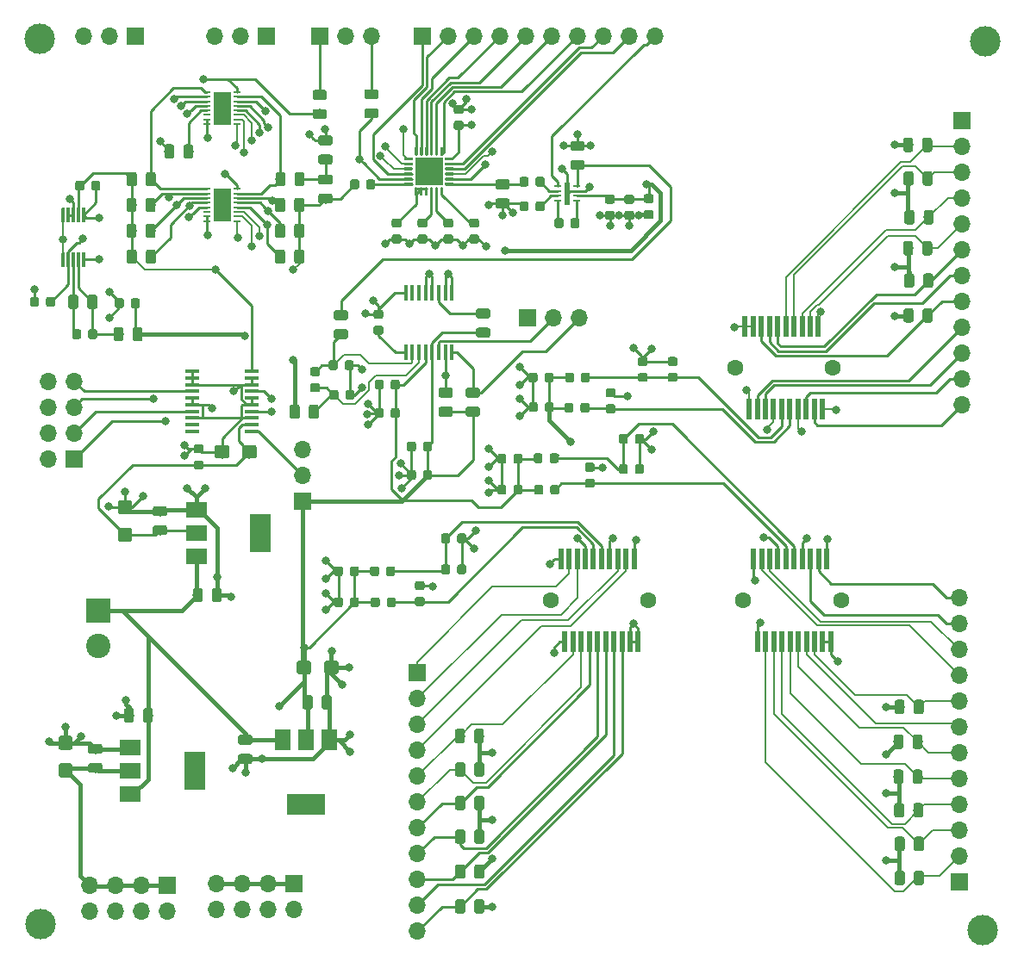
<source format=gbr>
G04 #@! TF.GenerationSoftware,KiCad,Pcbnew,(5.1.0)-1*
G04 #@! TF.CreationDate,2019-04-11T14:20:27+03:00*
G04 #@! TF.ProjectId,OF_link_CATV_tester-Aleksejsm,4f465f6c-696e-46b5-9f43-4154565f7465,rev?*
G04 #@! TF.SameCoordinates,Original*
G04 #@! TF.FileFunction,Copper,L1,Top*
G04 #@! TF.FilePolarity,Positive*
%FSLAX46Y46*%
G04 Gerber Fmt 4.6, Leading zero omitted, Abs format (unit mm)*
G04 Created by KiCad (PCBNEW (5.1.0)-1) date 2019-04-11 14:20:27*
%MOMM*%
%LPD*%
G04 APERTURE LIST*
%ADD10R,1.700000X1.700000*%
%ADD11O,1.700000X1.700000*%
%ADD12C,0.100000*%
%ADD13C,0.975000*%
%ADD14C,1.600000*%
%ADD15R,0.500000X2.000000*%
%ADD16C,0.875000*%
%ADD17R,2.000000X3.800000*%
%ADD18R,2.000000X1.500000*%
%ADD19R,1.500000X2.000000*%
%ADD20R,3.800000X2.000000*%
%ADD21C,2.400000*%
%ADD22R,2.400000X2.400000*%
%ADD23C,1.350000*%
%ADD24R,0.610000X2.200000*%
%ADD25R,0.700000X0.250000*%
%ADD26C,0.300000*%
%ADD27R,1.450000X0.450000*%
%ADD28C,0.280000*%
%ADD29R,2.700000X2.700000*%
%ADD30R,0.450000X1.500000*%
%ADD31R,1.700000X3.300000*%
%ADD32C,3.000000*%
%ADD33C,0.800000*%
%ADD34C,0.400000*%
%ADD35C,0.250000*%
%ADD36C,0.200000*%
G04 APERTURE END LIST*
D10*
X123825000Y-108394500D03*
D11*
X126365000Y-108394500D03*
X128905000Y-108394500D03*
X80264000Y-80708500D03*
X82804000Y-80708500D03*
D10*
X85344000Y-80708500D03*
D12*
G36*
X109001642Y-85903674D02*
G01*
X109025303Y-85907184D01*
X109048507Y-85912996D01*
X109071029Y-85921054D01*
X109092653Y-85931282D01*
X109113170Y-85943579D01*
X109132383Y-85957829D01*
X109150107Y-85973893D01*
X109166171Y-85991617D01*
X109180421Y-86010830D01*
X109192718Y-86031347D01*
X109202946Y-86052971D01*
X109211004Y-86075493D01*
X109216816Y-86098697D01*
X109220326Y-86122358D01*
X109221500Y-86146250D01*
X109221500Y-86633750D01*
X109220326Y-86657642D01*
X109216816Y-86681303D01*
X109211004Y-86704507D01*
X109202946Y-86727029D01*
X109192718Y-86748653D01*
X109180421Y-86769170D01*
X109166171Y-86788383D01*
X109150107Y-86806107D01*
X109132383Y-86822171D01*
X109113170Y-86836421D01*
X109092653Y-86848718D01*
X109071029Y-86858946D01*
X109048507Y-86867004D01*
X109025303Y-86872816D01*
X109001642Y-86876326D01*
X108977750Y-86877500D01*
X108065250Y-86877500D01*
X108041358Y-86876326D01*
X108017697Y-86872816D01*
X107994493Y-86867004D01*
X107971971Y-86858946D01*
X107950347Y-86848718D01*
X107929830Y-86836421D01*
X107910617Y-86822171D01*
X107892893Y-86806107D01*
X107876829Y-86788383D01*
X107862579Y-86769170D01*
X107850282Y-86748653D01*
X107840054Y-86727029D01*
X107831996Y-86704507D01*
X107826184Y-86681303D01*
X107822674Y-86657642D01*
X107821500Y-86633750D01*
X107821500Y-86146250D01*
X107822674Y-86122358D01*
X107826184Y-86098697D01*
X107831996Y-86075493D01*
X107840054Y-86052971D01*
X107850282Y-86031347D01*
X107862579Y-86010830D01*
X107876829Y-85991617D01*
X107892893Y-85973893D01*
X107910617Y-85957829D01*
X107929830Y-85943579D01*
X107950347Y-85931282D01*
X107971971Y-85921054D01*
X107994493Y-85912996D01*
X108017697Y-85907184D01*
X108041358Y-85903674D01*
X108065250Y-85902500D01*
X108977750Y-85902500D01*
X109001642Y-85903674D01*
X109001642Y-85903674D01*
G37*
D13*
X108521500Y-86390000D03*
D12*
G36*
X109001642Y-87778674D02*
G01*
X109025303Y-87782184D01*
X109048507Y-87787996D01*
X109071029Y-87796054D01*
X109092653Y-87806282D01*
X109113170Y-87818579D01*
X109132383Y-87832829D01*
X109150107Y-87848893D01*
X109166171Y-87866617D01*
X109180421Y-87885830D01*
X109192718Y-87906347D01*
X109202946Y-87927971D01*
X109211004Y-87950493D01*
X109216816Y-87973697D01*
X109220326Y-87997358D01*
X109221500Y-88021250D01*
X109221500Y-88508750D01*
X109220326Y-88532642D01*
X109216816Y-88556303D01*
X109211004Y-88579507D01*
X109202946Y-88602029D01*
X109192718Y-88623653D01*
X109180421Y-88644170D01*
X109166171Y-88663383D01*
X109150107Y-88681107D01*
X109132383Y-88697171D01*
X109113170Y-88711421D01*
X109092653Y-88723718D01*
X109071029Y-88733946D01*
X109048507Y-88742004D01*
X109025303Y-88747816D01*
X109001642Y-88751326D01*
X108977750Y-88752500D01*
X108065250Y-88752500D01*
X108041358Y-88751326D01*
X108017697Y-88747816D01*
X107994493Y-88742004D01*
X107971971Y-88733946D01*
X107950347Y-88723718D01*
X107929830Y-88711421D01*
X107910617Y-88697171D01*
X107892893Y-88681107D01*
X107876829Y-88663383D01*
X107862579Y-88644170D01*
X107850282Y-88623653D01*
X107840054Y-88602029D01*
X107831996Y-88579507D01*
X107826184Y-88556303D01*
X107822674Y-88532642D01*
X107821500Y-88508750D01*
X107821500Y-88021250D01*
X107822674Y-87997358D01*
X107826184Y-87973697D01*
X107831996Y-87950493D01*
X107840054Y-87927971D01*
X107850282Y-87906347D01*
X107862579Y-87885830D01*
X107876829Y-87866617D01*
X107892893Y-87848893D01*
X107910617Y-87832829D01*
X107929830Y-87818579D01*
X107950347Y-87806282D01*
X107971971Y-87796054D01*
X107994493Y-87787996D01*
X108017697Y-87782184D01*
X108041358Y-87778674D01*
X108065250Y-87777500D01*
X108977750Y-87777500D01*
X109001642Y-87778674D01*
X109001642Y-87778674D01*
G37*
D13*
X108521500Y-88265000D03*
D12*
G36*
X103921642Y-85967174D02*
G01*
X103945303Y-85970684D01*
X103968507Y-85976496D01*
X103991029Y-85984554D01*
X104012653Y-85994782D01*
X104033170Y-86007079D01*
X104052383Y-86021329D01*
X104070107Y-86037393D01*
X104086171Y-86055117D01*
X104100421Y-86074330D01*
X104112718Y-86094847D01*
X104122946Y-86116471D01*
X104131004Y-86138993D01*
X104136816Y-86162197D01*
X104140326Y-86185858D01*
X104141500Y-86209750D01*
X104141500Y-86697250D01*
X104140326Y-86721142D01*
X104136816Y-86744803D01*
X104131004Y-86768007D01*
X104122946Y-86790529D01*
X104112718Y-86812153D01*
X104100421Y-86832670D01*
X104086171Y-86851883D01*
X104070107Y-86869607D01*
X104052383Y-86885671D01*
X104033170Y-86899921D01*
X104012653Y-86912218D01*
X103991029Y-86922446D01*
X103968507Y-86930504D01*
X103945303Y-86936316D01*
X103921642Y-86939826D01*
X103897750Y-86941000D01*
X102985250Y-86941000D01*
X102961358Y-86939826D01*
X102937697Y-86936316D01*
X102914493Y-86930504D01*
X102891971Y-86922446D01*
X102870347Y-86912218D01*
X102849830Y-86899921D01*
X102830617Y-86885671D01*
X102812893Y-86869607D01*
X102796829Y-86851883D01*
X102782579Y-86832670D01*
X102770282Y-86812153D01*
X102760054Y-86790529D01*
X102751996Y-86768007D01*
X102746184Y-86744803D01*
X102742674Y-86721142D01*
X102741500Y-86697250D01*
X102741500Y-86209750D01*
X102742674Y-86185858D01*
X102746184Y-86162197D01*
X102751996Y-86138993D01*
X102760054Y-86116471D01*
X102770282Y-86094847D01*
X102782579Y-86074330D01*
X102796829Y-86055117D01*
X102812893Y-86037393D01*
X102830617Y-86021329D01*
X102849830Y-86007079D01*
X102870347Y-85994782D01*
X102891971Y-85984554D01*
X102914493Y-85976496D01*
X102937697Y-85970684D01*
X102961358Y-85967174D01*
X102985250Y-85966000D01*
X103897750Y-85966000D01*
X103921642Y-85967174D01*
X103921642Y-85967174D01*
G37*
D13*
X103441500Y-86453500D03*
D12*
G36*
X103921642Y-87842174D02*
G01*
X103945303Y-87845684D01*
X103968507Y-87851496D01*
X103991029Y-87859554D01*
X104012653Y-87869782D01*
X104033170Y-87882079D01*
X104052383Y-87896329D01*
X104070107Y-87912393D01*
X104086171Y-87930117D01*
X104100421Y-87949330D01*
X104112718Y-87969847D01*
X104122946Y-87991471D01*
X104131004Y-88013993D01*
X104136816Y-88037197D01*
X104140326Y-88060858D01*
X104141500Y-88084750D01*
X104141500Y-88572250D01*
X104140326Y-88596142D01*
X104136816Y-88619803D01*
X104131004Y-88643007D01*
X104122946Y-88665529D01*
X104112718Y-88687153D01*
X104100421Y-88707670D01*
X104086171Y-88726883D01*
X104070107Y-88744607D01*
X104052383Y-88760671D01*
X104033170Y-88774921D01*
X104012653Y-88787218D01*
X103991029Y-88797446D01*
X103968507Y-88805504D01*
X103945303Y-88811316D01*
X103921642Y-88814826D01*
X103897750Y-88816000D01*
X102985250Y-88816000D01*
X102961358Y-88814826D01*
X102937697Y-88811316D01*
X102914493Y-88805504D01*
X102891971Y-88797446D01*
X102870347Y-88787218D01*
X102849830Y-88774921D01*
X102830617Y-88760671D01*
X102812893Y-88744607D01*
X102796829Y-88726883D01*
X102782579Y-88707670D01*
X102770282Y-88687153D01*
X102760054Y-88665529D01*
X102751996Y-88643007D01*
X102746184Y-88619803D01*
X102742674Y-88596142D01*
X102741500Y-88572250D01*
X102741500Y-88084750D01*
X102742674Y-88060858D01*
X102746184Y-88037197D01*
X102751996Y-88013993D01*
X102760054Y-87991471D01*
X102770282Y-87969847D01*
X102782579Y-87949330D01*
X102796829Y-87930117D01*
X102812893Y-87912393D01*
X102830617Y-87896329D01*
X102849830Y-87882079D01*
X102870347Y-87869782D01*
X102891971Y-87859554D01*
X102914493Y-87851496D01*
X102937697Y-87845684D01*
X102961358Y-87842174D01*
X102985250Y-87841000D01*
X103897750Y-87841000D01*
X103921642Y-87842174D01*
X103921642Y-87842174D01*
G37*
D13*
X103441500Y-88328500D03*
D11*
X93154500Y-80645000D03*
X95694500Y-80645000D03*
D10*
X98234500Y-80645000D03*
D11*
X108521500Y-80645000D03*
X105981500Y-80645000D03*
D10*
X103441500Y-80645000D03*
D11*
X76771500Y-114617500D03*
X79311500Y-114617500D03*
X76771500Y-117157500D03*
X79311500Y-117157500D03*
X76771500Y-119697500D03*
X79311500Y-119697500D03*
X76771500Y-122237500D03*
D10*
X79311500Y-122237500D03*
D11*
X93281500Y-166560500D03*
X93281500Y-164020500D03*
X95821500Y-166560500D03*
X95821500Y-164020500D03*
X98361500Y-166560500D03*
X98361500Y-164020500D03*
X100901500Y-166560500D03*
D10*
X100901500Y-164020500D03*
D11*
X80835500Y-166687500D03*
X80835500Y-164147500D03*
X83375500Y-166687500D03*
X83375500Y-164147500D03*
X85915500Y-166687500D03*
X85915500Y-164147500D03*
X88455500Y-166687500D03*
D10*
X88455500Y-164147500D03*
D11*
X113030000Y-168656000D03*
X113030000Y-166116000D03*
X113030000Y-163576000D03*
X113030000Y-161036000D03*
X113030000Y-158496000D03*
X113030000Y-155956000D03*
X113030000Y-153416000D03*
X113030000Y-150876000D03*
X113030000Y-148336000D03*
X113030000Y-145796000D03*
D10*
X113030000Y-143256000D03*
D14*
X126137000Y-136144000D03*
X135737000Y-136144000D03*
D15*
X134737000Y-140243999D03*
X134337000Y-132044001D03*
X133937000Y-140243999D03*
X133537000Y-132044001D03*
X133137000Y-140243999D03*
X132737000Y-132044001D03*
X132337000Y-140243999D03*
X131937000Y-132044001D03*
X131537000Y-140243999D03*
X131137000Y-132044001D03*
X130737000Y-140243999D03*
X130337000Y-132044001D03*
X129937000Y-140243999D03*
X129537000Y-132044001D03*
X129137000Y-140243999D03*
X128737000Y-132044001D03*
X128337000Y-140243999D03*
X127937000Y-132044001D03*
X127537000Y-140243999D03*
X127137000Y-132044001D03*
D14*
X153834500Y-113284000D03*
X144234500Y-113284000D03*
D15*
X145234500Y-109184001D03*
X145634500Y-117383999D03*
X146034500Y-109184001D03*
X146434500Y-117383999D03*
X146834500Y-109184001D03*
X147234500Y-117383999D03*
X147634500Y-109184001D03*
X148034500Y-117383999D03*
X148434500Y-109184001D03*
X148834500Y-117383999D03*
X149234500Y-109184001D03*
X149634500Y-117383999D03*
X150034500Y-109184001D03*
X150434500Y-117383999D03*
X150834500Y-109184001D03*
X151234500Y-117383999D03*
X151634500Y-109184001D03*
X152034500Y-117383999D03*
X152434500Y-109184001D03*
X152834500Y-117383999D03*
D14*
X145060000Y-136144000D03*
X154660000Y-136144000D03*
D15*
X153660000Y-140243999D03*
X153260000Y-132044001D03*
X152860000Y-140243999D03*
X152460000Y-132044001D03*
X152060000Y-140243999D03*
X151660000Y-132044001D03*
X151260000Y-140243999D03*
X150860000Y-132044001D03*
X150460000Y-140243999D03*
X150060000Y-132044001D03*
X149660000Y-140243999D03*
X149260000Y-132044001D03*
X148860000Y-140243999D03*
X148460000Y-132044001D03*
X148060000Y-140243999D03*
X147660000Y-132044001D03*
X147260000Y-140243999D03*
X146860000Y-132044001D03*
X146460000Y-140243999D03*
X146060000Y-132044001D03*
D12*
G36*
X161524142Y-100837674D02*
G01*
X161547803Y-100841184D01*
X161571007Y-100846996D01*
X161593529Y-100855054D01*
X161615153Y-100865282D01*
X161635670Y-100877579D01*
X161654883Y-100891829D01*
X161672607Y-100907893D01*
X161688671Y-100925617D01*
X161702921Y-100944830D01*
X161715218Y-100965347D01*
X161725446Y-100986971D01*
X161733504Y-101009493D01*
X161739316Y-101032697D01*
X161742826Y-101056358D01*
X161744000Y-101080250D01*
X161744000Y-101992750D01*
X161742826Y-102016642D01*
X161739316Y-102040303D01*
X161733504Y-102063507D01*
X161725446Y-102086029D01*
X161715218Y-102107653D01*
X161702921Y-102128170D01*
X161688671Y-102147383D01*
X161672607Y-102165107D01*
X161654883Y-102181171D01*
X161635670Y-102195421D01*
X161615153Y-102207718D01*
X161593529Y-102217946D01*
X161571007Y-102226004D01*
X161547803Y-102231816D01*
X161524142Y-102235326D01*
X161500250Y-102236500D01*
X161012750Y-102236500D01*
X160988858Y-102235326D01*
X160965197Y-102231816D01*
X160941993Y-102226004D01*
X160919471Y-102217946D01*
X160897847Y-102207718D01*
X160877330Y-102195421D01*
X160858117Y-102181171D01*
X160840393Y-102165107D01*
X160824329Y-102147383D01*
X160810079Y-102128170D01*
X160797782Y-102107653D01*
X160787554Y-102086029D01*
X160779496Y-102063507D01*
X160773684Y-102040303D01*
X160770174Y-102016642D01*
X160769000Y-101992750D01*
X160769000Y-101080250D01*
X160770174Y-101056358D01*
X160773684Y-101032697D01*
X160779496Y-101009493D01*
X160787554Y-100986971D01*
X160797782Y-100965347D01*
X160810079Y-100944830D01*
X160824329Y-100925617D01*
X160840393Y-100907893D01*
X160858117Y-100891829D01*
X160877330Y-100877579D01*
X160897847Y-100865282D01*
X160919471Y-100855054D01*
X160941993Y-100846996D01*
X160965197Y-100841184D01*
X160988858Y-100837674D01*
X161012750Y-100836500D01*
X161500250Y-100836500D01*
X161524142Y-100837674D01*
X161524142Y-100837674D01*
G37*
D13*
X161256500Y-101536500D03*
D12*
G36*
X163399142Y-100837674D02*
G01*
X163422803Y-100841184D01*
X163446007Y-100846996D01*
X163468529Y-100855054D01*
X163490153Y-100865282D01*
X163510670Y-100877579D01*
X163529883Y-100891829D01*
X163547607Y-100907893D01*
X163563671Y-100925617D01*
X163577921Y-100944830D01*
X163590218Y-100965347D01*
X163600446Y-100986971D01*
X163608504Y-101009493D01*
X163614316Y-101032697D01*
X163617826Y-101056358D01*
X163619000Y-101080250D01*
X163619000Y-101992750D01*
X163617826Y-102016642D01*
X163614316Y-102040303D01*
X163608504Y-102063507D01*
X163600446Y-102086029D01*
X163590218Y-102107653D01*
X163577921Y-102128170D01*
X163563671Y-102147383D01*
X163547607Y-102165107D01*
X163529883Y-102181171D01*
X163510670Y-102195421D01*
X163490153Y-102207718D01*
X163468529Y-102217946D01*
X163446007Y-102226004D01*
X163422803Y-102231816D01*
X163399142Y-102235326D01*
X163375250Y-102236500D01*
X162887750Y-102236500D01*
X162863858Y-102235326D01*
X162840197Y-102231816D01*
X162816993Y-102226004D01*
X162794471Y-102217946D01*
X162772847Y-102207718D01*
X162752330Y-102195421D01*
X162733117Y-102181171D01*
X162715393Y-102165107D01*
X162699329Y-102147383D01*
X162685079Y-102128170D01*
X162672782Y-102107653D01*
X162662554Y-102086029D01*
X162654496Y-102063507D01*
X162648684Y-102040303D01*
X162645174Y-102016642D01*
X162644000Y-101992750D01*
X162644000Y-101080250D01*
X162645174Y-101056358D01*
X162648684Y-101032697D01*
X162654496Y-101009493D01*
X162662554Y-100986971D01*
X162672782Y-100965347D01*
X162685079Y-100944830D01*
X162699329Y-100925617D01*
X162715393Y-100907893D01*
X162733117Y-100891829D01*
X162752330Y-100877579D01*
X162772847Y-100865282D01*
X162794471Y-100855054D01*
X162816993Y-100846996D01*
X162840197Y-100841184D01*
X162863858Y-100837674D01*
X162887750Y-100836500D01*
X163375250Y-100836500D01*
X163399142Y-100837674D01*
X163399142Y-100837674D01*
G37*
D13*
X163131500Y-101536500D03*
D12*
G36*
X161651142Y-97789674D02*
G01*
X161674803Y-97793184D01*
X161698007Y-97798996D01*
X161720529Y-97807054D01*
X161742153Y-97817282D01*
X161762670Y-97829579D01*
X161781883Y-97843829D01*
X161799607Y-97859893D01*
X161815671Y-97877617D01*
X161829921Y-97896830D01*
X161842218Y-97917347D01*
X161852446Y-97938971D01*
X161860504Y-97961493D01*
X161866316Y-97984697D01*
X161869826Y-98008358D01*
X161871000Y-98032250D01*
X161871000Y-98944750D01*
X161869826Y-98968642D01*
X161866316Y-98992303D01*
X161860504Y-99015507D01*
X161852446Y-99038029D01*
X161842218Y-99059653D01*
X161829921Y-99080170D01*
X161815671Y-99099383D01*
X161799607Y-99117107D01*
X161781883Y-99133171D01*
X161762670Y-99147421D01*
X161742153Y-99159718D01*
X161720529Y-99169946D01*
X161698007Y-99178004D01*
X161674803Y-99183816D01*
X161651142Y-99187326D01*
X161627250Y-99188500D01*
X161139750Y-99188500D01*
X161115858Y-99187326D01*
X161092197Y-99183816D01*
X161068993Y-99178004D01*
X161046471Y-99169946D01*
X161024847Y-99159718D01*
X161004330Y-99147421D01*
X160985117Y-99133171D01*
X160967393Y-99117107D01*
X160951329Y-99099383D01*
X160937079Y-99080170D01*
X160924782Y-99059653D01*
X160914554Y-99038029D01*
X160906496Y-99015507D01*
X160900684Y-98992303D01*
X160897174Y-98968642D01*
X160896000Y-98944750D01*
X160896000Y-98032250D01*
X160897174Y-98008358D01*
X160900684Y-97984697D01*
X160906496Y-97961493D01*
X160914554Y-97938971D01*
X160924782Y-97917347D01*
X160937079Y-97896830D01*
X160951329Y-97877617D01*
X160967393Y-97859893D01*
X160985117Y-97843829D01*
X161004330Y-97829579D01*
X161024847Y-97817282D01*
X161046471Y-97807054D01*
X161068993Y-97798996D01*
X161092197Y-97793184D01*
X161115858Y-97789674D01*
X161139750Y-97788500D01*
X161627250Y-97788500D01*
X161651142Y-97789674D01*
X161651142Y-97789674D01*
G37*
D13*
X161383500Y-98488500D03*
D12*
G36*
X163526142Y-97789674D02*
G01*
X163549803Y-97793184D01*
X163573007Y-97798996D01*
X163595529Y-97807054D01*
X163617153Y-97817282D01*
X163637670Y-97829579D01*
X163656883Y-97843829D01*
X163674607Y-97859893D01*
X163690671Y-97877617D01*
X163704921Y-97896830D01*
X163717218Y-97917347D01*
X163727446Y-97938971D01*
X163735504Y-97961493D01*
X163741316Y-97984697D01*
X163744826Y-98008358D01*
X163746000Y-98032250D01*
X163746000Y-98944750D01*
X163744826Y-98968642D01*
X163741316Y-98992303D01*
X163735504Y-99015507D01*
X163727446Y-99038029D01*
X163717218Y-99059653D01*
X163704921Y-99080170D01*
X163690671Y-99099383D01*
X163674607Y-99117107D01*
X163656883Y-99133171D01*
X163637670Y-99147421D01*
X163617153Y-99159718D01*
X163595529Y-99169946D01*
X163573007Y-99178004D01*
X163549803Y-99183816D01*
X163526142Y-99187326D01*
X163502250Y-99188500D01*
X163014750Y-99188500D01*
X162990858Y-99187326D01*
X162967197Y-99183816D01*
X162943993Y-99178004D01*
X162921471Y-99169946D01*
X162899847Y-99159718D01*
X162879330Y-99147421D01*
X162860117Y-99133171D01*
X162842393Y-99117107D01*
X162826329Y-99099383D01*
X162812079Y-99080170D01*
X162799782Y-99059653D01*
X162789554Y-99038029D01*
X162781496Y-99015507D01*
X162775684Y-98992303D01*
X162772174Y-98968642D01*
X162771000Y-98944750D01*
X162771000Y-98032250D01*
X162772174Y-98008358D01*
X162775684Y-97984697D01*
X162781496Y-97961493D01*
X162789554Y-97938971D01*
X162799782Y-97917347D01*
X162812079Y-97896830D01*
X162826329Y-97877617D01*
X162842393Y-97859893D01*
X162860117Y-97843829D01*
X162879330Y-97829579D01*
X162899847Y-97817282D01*
X162921471Y-97807054D01*
X162943993Y-97798996D01*
X162967197Y-97793184D01*
X162990858Y-97789674D01*
X163014750Y-97788500D01*
X163502250Y-97788500D01*
X163526142Y-97789674D01*
X163526142Y-97789674D01*
G37*
D13*
X163258500Y-98488500D03*
D12*
G36*
X161557642Y-93979674D02*
G01*
X161581303Y-93983184D01*
X161604507Y-93988996D01*
X161627029Y-93997054D01*
X161648653Y-94007282D01*
X161669170Y-94019579D01*
X161688383Y-94033829D01*
X161706107Y-94049893D01*
X161722171Y-94067617D01*
X161736421Y-94086830D01*
X161748718Y-94107347D01*
X161758946Y-94128971D01*
X161767004Y-94151493D01*
X161772816Y-94174697D01*
X161776326Y-94198358D01*
X161777500Y-94222250D01*
X161777500Y-95134750D01*
X161776326Y-95158642D01*
X161772816Y-95182303D01*
X161767004Y-95205507D01*
X161758946Y-95228029D01*
X161748718Y-95249653D01*
X161736421Y-95270170D01*
X161722171Y-95289383D01*
X161706107Y-95307107D01*
X161688383Y-95323171D01*
X161669170Y-95337421D01*
X161648653Y-95349718D01*
X161627029Y-95359946D01*
X161604507Y-95368004D01*
X161581303Y-95373816D01*
X161557642Y-95377326D01*
X161533750Y-95378500D01*
X161046250Y-95378500D01*
X161022358Y-95377326D01*
X160998697Y-95373816D01*
X160975493Y-95368004D01*
X160952971Y-95359946D01*
X160931347Y-95349718D01*
X160910830Y-95337421D01*
X160891617Y-95323171D01*
X160873893Y-95307107D01*
X160857829Y-95289383D01*
X160843579Y-95270170D01*
X160831282Y-95249653D01*
X160821054Y-95228029D01*
X160812996Y-95205507D01*
X160807184Y-95182303D01*
X160803674Y-95158642D01*
X160802500Y-95134750D01*
X160802500Y-94222250D01*
X160803674Y-94198358D01*
X160807184Y-94174697D01*
X160812996Y-94151493D01*
X160821054Y-94128971D01*
X160831282Y-94107347D01*
X160843579Y-94086830D01*
X160857829Y-94067617D01*
X160873893Y-94049893D01*
X160891617Y-94033829D01*
X160910830Y-94019579D01*
X160931347Y-94007282D01*
X160952971Y-93997054D01*
X160975493Y-93988996D01*
X160998697Y-93983184D01*
X161022358Y-93979674D01*
X161046250Y-93978500D01*
X161533750Y-93978500D01*
X161557642Y-93979674D01*
X161557642Y-93979674D01*
G37*
D13*
X161290000Y-94678500D03*
D12*
G36*
X163432642Y-93979674D02*
G01*
X163456303Y-93983184D01*
X163479507Y-93988996D01*
X163502029Y-93997054D01*
X163523653Y-94007282D01*
X163544170Y-94019579D01*
X163563383Y-94033829D01*
X163581107Y-94049893D01*
X163597171Y-94067617D01*
X163611421Y-94086830D01*
X163623718Y-94107347D01*
X163633946Y-94128971D01*
X163642004Y-94151493D01*
X163647816Y-94174697D01*
X163651326Y-94198358D01*
X163652500Y-94222250D01*
X163652500Y-95134750D01*
X163651326Y-95158642D01*
X163647816Y-95182303D01*
X163642004Y-95205507D01*
X163633946Y-95228029D01*
X163623718Y-95249653D01*
X163611421Y-95270170D01*
X163597171Y-95289383D01*
X163581107Y-95307107D01*
X163563383Y-95323171D01*
X163544170Y-95337421D01*
X163523653Y-95349718D01*
X163502029Y-95359946D01*
X163479507Y-95368004D01*
X163456303Y-95373816D01*
X163432642Y-95377326D01*
X163408750Y-95378500D01*
X162921250Y-95378500D01*
X162897358Y-95377326D01*
X162873697Y-95373816D01*
X162850493Y-95368004D01*
X162827971Y-95359946D01*
X162806347Y-95349718D01*
X162785830Y-95337421D01*
X162766617Y-95323171D01*
X162748893Y-95307107D01*
X162732829Y-95289383D01*
X162718579Y-95270170D01*
X162706282Y-95249653D01*
X162696054Y-95228029D01*
X162687996Y-95205507D01*
X162682184Y-95182303D01*
X162678674Y-95158642D01*
X162677500Y-95134750D01*
X162677500Y-94222250D01*
X162678674Y-94198358D01*
X162682184Y-94174697D01*
X162687996Y-94151493D01*
X162696054Y-94128971D01*
X162706282Y-94107347D01*
X162718579Y-94086830D01*
X162732829Y-94067617D01*
X162748893Y-94049893D01*
X162766617Y-94033829D01*
X162785830Y-94019579D01*
X162806347Y-94007282D01*
X162827971Y-93997054D01*
X162850493Y-93988996D01*
X162873697Y-93983184D01*
X162897358Y-93979674D01*
X162921250Y-93978500D01*
X163408750Y-93978500D01*
X163432642Y-93979674D01*
X163432642Y-93979674D01*
G37*
D13*
X163165000Y-94678500D03*
D12*
G36*
X161524142Y-90677674D02*
G01*
X161547803Y-90681184D01*
X161571007Y-90686996D01*
X161593529Y-90695054D01*
X161615153Y-90705282D01*
X161635670Y-90717579D01*
X161654883Y-90731829D01*
X161672607Y-90747893D01*
X161688671Y-90765617D01*
X161702921Y-90784830D01*
X161715218Y-90805347D01*
X161725446Y-90826971D01*
X161733504Y-90849493D01*
X161739316Y-90872697D01*
X161742826Y-90896358D01*
X161744000Y-90920250D01*
X161744000Y-91832750D01*
X161742826Y-91856642D01*
X161739316Y-91880303D01*
X161733504Y-91903507D01*
X161725446Y-91926029D01*
X161715218Y-91947653D01*
X161702921Y-91968170D01*
X161688671Y-91987383D01*
X161672607Y-92005107D01*
X161654883Y-92021171D01*
X161635670Y-92035421D01*
X161615153Y-92047718D01*
X161593529Y-92057946D01*
X161571007Y-92066004D01*
X161547803Y-92071816D01*
X161524142Y-92075326D01*
X161500250Y-92076500D01*
X161012750Y-92076500D01*
X160988858Y-92075326D01*
X160965197Y-92071816D01*
X160941993Y-92066004D01*
X160919471Y-92057946D01*
X160897847Y-92047718D01*
X160877330Y-92035421D01*
X160858117Y-92021171D01*
X160840393Y-92005107D01*
X160824329Y-91987383D01*
X160810079Y-91968170D01*
X160797782Y-91947653D01*
X160787554Y-91926029D01*
X160779496Y-91903507D01*
X160773684Y-91880303D01*
X160770174Y-91856642D01*
X160769000Y-91832750D01*
X160769000Y-90920250D01*
X160770174Y-90896358D01*
X160773684Y-90872697D01*
X160779496Y-90849493D01*
X160787554Y-90826971D01*
X160797782Y-90805347D01*
X160810079Y-90784830D01*
X160824329Y-90765617D01*
X160840393Y-90747893D01*
X160858117Y-90731829D01*
X160877330Y-90717579D01*
X160897847Y-90705282D01*
X160919471Y-90695054D01*
X160941993Y-90686996D01*
X160965197Y-90681184D01*
X160988858Y-90677674D01*
X161012750Y-90676500D01*
X161500250Y-90676500D01*
X161524142Y-90677674D01*
X161524142Y-90677674D01*
G37*
D13*
X161256500Y-91376500D03*
D12*
G36*
X163399142Y-90677674D02*
G01*
X163422803Y-90681184D01*
X163446007Y-90686996D01*
X163468529Y-90695054D01*
X163490153Y-90705282D01*
X163510670Y-90717579D01*
X163529883Y-90731829D01*
X163547607Y-90747893D01*
X163563671Y-90765617D01*
X163577921Y-90784830D01*
X163590218Y-90805347D01*
X163600446Y-90826971D01*
X163608504Y-90849493D01*
X163614316Y-90872697D01*
X163617826Y-90896358D01*
X163619000Y-90920250D01*
X163619000Y-91832750D01*
X163617826Y-91856642D01*
X163614316Y-91880303D01*
X163608504Y-91903507D01*
X163600446Y-91926029D01*
X163590218Y-91947653D01*
X163577921Y-91968170D01*
X163563671Y-91987383D01*
X163547607Y-92005107D01*
X163529883Y-92021171D01*
X163510670Y-92035421D01*
X163490153Y-92047718D01*
X163468529Y-92057946D01*
X163446007Y-92066004D01*
X163422803Y-92071816D01*
X163399142Y-92075326D01*
X163375250Y-92076500D01*
X162887750Y-92076500D01*
X162863858Y-92075326D01*
X162840197Y-92071816D01*
X162816993Y-92066004D01*
X162794471Y-92057946D01*
X162772847Y-92047718D01*
X162752330Y-92035421D01*
X162733117Y-92021171D01*
X162715393Y-92005107D01*
X162699329Y-91987383D01*
X162685079Y-91968170D01*
X162672782Y-91947653D01*
X162662554Y-91926029D01*
X162654496Y-91903507D01*
X162648684Y-91880303D01*
X162645174Y-91856642D01*
X162644000Y-91832750D01*
X162644000Y-90920250D01*
X162645174Y-90896358D01*
X162648684Y-90872697D01*
X162654496Y-90849493D01*
X162662554Y-90826971D01*
X162672782Y-90805347D01*
X162685079Y-90784830D01*
X162699329Y-90765617D01*
X162715393Y-90747893D01*
X162733117Y-90731829D01*
X162752330Y-90717579D01*
X162772847Y-90705282D01*
X162794471Y-90695054D01*
X162816993Y-90686996D01*
X162840197Y-90681184D01*
X162863858Y-90677674D01*
X162887750Y-90676500D01*
X163375250Y-90676500D01*
X163399142Y-90677674D01*
X163399142Y-90677674D01*
G37*
D13*
X163131500Y-91376500D03*
D12*
G36*
X161621142Y-104012674D02*
G01*
X161644803Y-104016184D01*
X161668007Y-104021996D01*
X161690529Y-104030054D01*
X161712153Y-104040282D01*
X161732670Y-104052579D01*
X161751883Y-104066829D01*
X161769607Y-104082893D01*
X161785671Y-104100617D01*
X161799921Y-104119830D01*
X161812218Y-104140347D01*
X161822446Y-104161971D01*
X161830504Y-104184493D01*
X161836316Y-104207697D01*
X161839826Y-104231358D01*
X161841000Y-104255250D01*
X161841000Y-105167750D01*
X161839826Y-105191642D01*
X161836316Y-105215303D01*
X161830504Y-105238507D01*
X161822446Y-105261029D01*
X161812218Y-105282653D01*
X161799921Y-105303170D01*
X161785671Y-105322383D01*
X161769607Y-105340107D01*
X161751883Y-105356171D01*
X161732670Y-105370421D01*
X161712153Y-105382718D01*
X161690529Y-105392946D01*
X161668007Y-105401004D01*
X161644803Y-105406816D01*
X161621142Y-105410326D01*
X161597250Y-105411500D01*
X161109750Y-105411500D01*
X161085858Y-105410326D01*
X161062197Y-105406816D01*
X161038993Y-105401004D01*
X161016471Y-105392946D01*
X160994847Y-105382718D01*
X160974330Y-105370421D01*
X160955117Y-105356171D01*
X160937393Y-105340107D01*
X160921329Y-105322383D01*
X160907079Y-105303170D01*
X160894782Y-105282653D01*
X160884554Y-105261029D01*
X160876496Y-105238507D01*
X160870684Y-105215303D01*
X160867174Y-105191642D01*
X160866000Y-105167750D01*
X160866000Y-104255250D01*
X160867174Y-104231358D01*
X160870684Y-104207697D01*
X160876496Y-104184493D01*
X160884554Y-104161971D01*
X160894782Y-104140347D01*
X160907079Y-104119830D01*
X160921329Y-104100617D01*
X160937393Y-104082893D01*
X160955117Y-104066829D01*
X160974330Y-104052579D01*
X160994847Y-104040282D01*
X161016471Y-104030054D01*
X161038993Y-104021996D01*
X161062197Y-104016184D01*
X161085858Y-104012674D01*
X161109750Y-104011500D01*
X161597250Y-104011500D01*
X161621142Y-104012674D01*
X161621142Y-104012674D01*
G37*
D13*
X161353500Y-104711500D03*
D12*
G36*
X163496142Y-104012674D02*
G01*
X163519803Y-104016184D01*
X163543007Y-104021996D01*
X163565529Y-104030054D01*
X163587153Y-104040282D01*
X163607670Y-104052579D01*
X163626883Y-104066829D01*
X163644607Y-104082893D01*
X163660671Y-104100617D01*
X163674921Y-104119830D01*
X163687218Y-104140347D01*
X163697446Y-104161971D01*
X163705504Y-104184493D01*
X163711316Y-104207697D01*
X163714826Y-104231358D01*
X163716000Y-104255250D01*
X163716000Y-105167750D01*
X163714826Y-105191642D01*
X163711316Y-105215303D01*
X163705504Y-105238507D01*
X163697446Y-105261029D01*
X163687218Y-105282653D01*
X163674921Y-105303170D01*
X163660671Y-105322383D01*
X163644607Y-105340107D01*
X163626883Y-105356171D01*
X163607670Y-105370421D01*
X163587153Y-105382718D01*
X163565529Y-105392946D01*
X163543007Y-105401004D01*
X163519803Y-105406816D01*
X163496142Y-105410326D01*
X163472250Y-105411500D01*
X162984750Y-105411500D01*
X162960858Y-105410326D01*
X162937197Y-105406816D01*
X162913993Y-105401004D01*
X162891471Y-105392946D01*
X162869847Y-105382718D01*
X162849330Y-105370421D01*
X162830117Y-105356171D01*
X162812393Y-105340107D01*
X162796329Y-105322383D01*
X162782079Y-105303170D01*
X162769782Y-105282653D01*
X162759554Y-105261029D01*
X162751496Y-105238507D01*
X162745684Y-105215303D01*
X162742174Y-105191642D01*
X162741000Y-105167750D01*
X162741000Y-104255250D01*
X162742174Y-104231358D01*
X162745684Y-104207697D01*
X162751496Y-104184493D01*
X162759554Y-104161971D01*
X162769782Y-104140347D01*
X162782079Y-104119830D01*
X162796329Y-104100617D01*
X162812393Y-104082893D01*
X162830117Y-104066829D01*
X162849330Y-104052579D01*
X162869847Y-104040282D01*
X162891471Y-104030054D01*
X162913993Y-104021996D01*
X162937197Y-104016184D01*
X162960858Y-104012674D01*
X162984750Y-104011500D01*
X163472250Y-104011500D01*
X163496142Y-104012674D01*
X163496142Y-104012674D01*
G37*
D13*
X163228500Y-104711500D03*
D12*
G36*
X161557642Y-107441674D02*
G01*
X161581303Y-107445184D01*
X161604507Y-107450996D01*
X161627029Y-107459054D01*
X161648653Y-107469282D01*
X161669170Y-107481579D01*
X161688383Y-107495829D01*
X161706107Y-107511893D01*
X161722171Y-107529617D01*
X161736421Y-107548830D01*
X161748718Y-107569347D01*
X161758946Y-107590971D01*
X161767004Y-107613493D01*
X161772816Y-107636697D01*
X161776326Y-107660358D01*
X161777500Y-107684250D01*
X161777500Y-108596750D01*
X161776326Y-108620642D01*
X161772816Y-108644303D01*
X161767004Y-108667507D01*
X161758946Y-108690029D01*
X161748718Y-108711653D01*
X161736421Y-108732170D01*
X161722171Y-108751383D01*
X161706107Y-108769107D01*
X161688383Y-108785171D01*
X161669170Y-108799421D01*
X161648653Y-108811718D01*
X161627029Y-108821946D01*
X161604507Y-108830004D01*
X161581303Y-108835816D01*
X161557642Y-108839326D01*
X161533750Y-108840500D01*
X161046250Y-108840500D01*
X161022358Y-108839326D01*
X160998697Y-108835816D01*
X160975493Y-108830004D01*
X160952971Y-108821946D01*
X160931347Y-108811718D01*
X160910830Y-108799421D01*
X160891617Y-108785171D01*
X160873893Y-108769107D01*
X160857829Y-108751383D01*
X160843579Y-108732170D01*
X160831282Y-108711653D01*
X160821054Y-108690029D01*
X160812996Y-108667507D01*
X160807184Y-108644303D01*
X160803674Y-108620642D01*
X160802500Y-108596750D01*
X160802500Y-107684250D01*
X160803674Y-107660358D01*
X160807184Y-107636697D01*
X160812996Y-107613493D01*
X160821054Y-107590971D01*
X160831282Y-107569347D01*
X160843579Y-107548830D01*
X160857829Y-107529617D01*
X160873893Y-107511893D01*
X160891617Y-107495829D01*
X160910830Y-107481579D01*
X160931347Y-107469282D01*
X160952971Y-107459054D01*
X160975493Y-107450996D01*
X160998697Y-107445184D01*
X161022358Y-107441674D01*
X161046250Y-107440500D01*
X161533750Y-107440500D01*
X161557642Y-107441674D01*
X161557642Y-107441674D01*
G37*
D13*
X161290000Y-108140500D03*
D12*
G36*
X163432642Y-107441674D02*
G01*
X163456303Y-107445184D01*
X163479507Y-107450996D01*
X163502029Y-107459054D01*
X163523653Y-107469282D01*
X163544170Y-107481579D01*
X163563383Y-107495829D01*
X163581107Y-107511893D01*
X163597171Y-107529617D01*
X163611421Y-107548830D01*
X163623718Y-107569347D01*
X163633946Y-107590971D01*
X163642004Y-107613493D01*
X163647816Y-107636697D01*
X163651326Y-107660358D01*
X163652500Y-107684250D01*
X163652500Y-108596750D01*
X163651326Y-108620642D01*
X163647816Y-108644303D01*
X163642004Y-108667507D01*
X163633946Y-108690029D01*
X163623718Y-108711653D01*
X163611421Y-108732170D01*
X163597171Y-108751383D01*
X163581107Y-108769107D01*
X163563383Y-108785171D01*
X163544170Y-108799421D01*
X163523653Y-108811718D01*
X163502029Y-108821946D01*
X163479507Y-108830004D01*
X163456303Y-108835816D01*
X163432642Y-108839326D01*
X163408750Y-108840500D01*
X162921250Y-108840500D01*
X162897358Y-108839326D01*
X162873697Y-108835816D01*
X162850493Y-108830004D01*
X162827971Y-108821946D01*
X162806347Y-108811718D01*
X162785830Y-108799421D01*
X162766617Y-108785171D01*
X162748893Y-108769107D01*
X162732829Y-108751383D01*
X162718579Y-108732170D01*
X162706282Y-108711653D01*
X162696054Y-108690029D01*
X162687996Y-108667507D01*
X162682184Y-108644303D01*
X162678674Y-108620642D01*
X162677500Y-108596750D01*
X162677500Y-107684250D01*
X162678674Y-107660358D01*
X162682184Y-107636697D01*
X162687996Y-107613493D01*
X162696054Y-107590971D01*
X162706282Y-107569347D01*
X162718579Y-107548830D01*
X162732829Y-107529617D01*
X162748893Y-107511893D01*
X162766617Y-107495829D01*
X162785830Y-107481579D01*
X162806347Y-107469282D01*
X162827971Y-107459054D01*
X162850493Y-107450996D01*
X162873697Y-107445184D01*
X162897358Y-107441674D01*
X162921250Y-107440500D01*
X163408750Y-107440500D01*
X163432642Y-107441674D01*
X163432642Y-107441674D01*
G37*
D13*
X163165000Y-108140500D03*
D12*
G36*
X160698642Y-162750174D02*
G01*
X160722303Y-162753684D01*
X160745507Y-162759496D01*
X160768029Y-162767554D01*
X160789653Y-162777782D01*
X160810170Y-162790079D01*
X160829383Y-162804329D01*
X160847107Y-162820393D01*
X160863171Y-162838117D01*
X160877421Y-162857330D01*
X160889718Y-162877847D01*
X160899946Y-162899471D01*
X160908004Y-162921993D01*
X160913816Y-162945197D01*
X160917326Y-162968858D01*
X160918500Y-162992750D01*
X160918500Y-163905250D01*
X160917326Y-163929142D01*
X160913816Y-163952803D01*
X160908004Y-163976007D01*
X160899946Y-163998529D01*
X160889718Y-164020153D01*
X160877421Y-164040670D01*
X160863171Y-164059883D01*
X160847107Y-164077607D01*
X160829383Y-164093671D01*
X160810170Y-164107921D01*
X160789653Y-164120218D01*
X160768029Y-164130446D01*
X160745507Y-164138504D01*
X160722303Y-164144316D01*
X160698642Y-164147826D01*
X160674750Y-164149000D01*
X160187250Y-164149000D01*
X160163358Y-164147826D01*
X160139697Y-164144316D01*
X160116493Y-164138504D01*
X160093971Y-164130446D01*
X160072347Y-164120218D01*
X160051830Y-164107921D01*
X160032617Y-164093671D01*
X160014893Y-164077607D01*
X159998829Y-164059883D01*
X159984579Y-164040670D01*
X159972282Y-164020153D01*
X159962054Y-163998529D01*
X159953996Y-163976007D01*
X159948184Y-163952803D01*
X159944674Y-163929142D01*
X159943500Y-163905250D01*
X159943500Y-162992750D01*
X159944674Y-162968858D01*
X159948184Y-162945197D01*
X159953996Y-162921993D01*
X159962054Y-162899471D01*
X159972282Y-162877847D01*
X159984579Y-162857330D01*
X159998829Y-162838117D01*
X160014893Y-162820393D01*
X160032617Y-162804329D01*
X160051830Y-162790079D01*
X160072347Y-162777782D01*
X160093971Y-162767554D01*
X160116493Y-162759496D01*
X160139697Y-162753684D01*
X160163358Y-162750174D01*
X160187250Y-162749000D01*
X160674750Y-162749000D01*
X160698642Y-162750174D01*
X160698642Y-162750174D01*
G37*
D13*
X160431000Y-163449000D03*
D12*
G36*
X162573642Y-162750174D02*
G01*
X162597303Y-162753684D01*
X162620507Y-162759496D01*
X162643029Y-162767554D01*
X162664653Y-162777782D01*
X162685170Y-162790079D01*
X162704383Y-162804329D01*
X162722107Y-162820393D01*
X162738171Y-162838117D01*
X162752421Y-162857330D01*
X162764718Y-162877847D01*
X162774946Y-162899471D01*
X162783004Y-162921993D01*
X162788816Y-162945197D01*
X162792326Y-162968858D01*
X162793500Y-162992750D01*
X162793500Y-163905250D01*
X162792326Y-163929142D01*
X162788816Y-163952803D01*
X162783004Y-163976007D01*
X162774946Y-163998529D01*
X162764718Y-164020153D01*
X162752421Y-164040670D01*
X162738171Y-164059883D01*
X162722107Y-164077607D01*
X162704383Y-164093671D01*
X162685170Y-164107921D01*
X162664653Y-164120218D01*
X162643029Y-164130446D01*
X162620507Y-164138504D01*
X162597303Y-164144316D01*
X162573642Y-164147826D01*
X162549750Y-164149000D01*
X162062250Y-164149000D01*
X162038358Y-164147826D01*
X162014697Y-164144316D01*
X161991493Y-164138504D01*
X161968971Y-164130446D01*
X161947347Y-164120218D01*
X161926830Y-164107921D01*
X161907617Y-164093671D01*
X161889893Y-164077607D01*
X161873829Y-164059883D01*
X161859579Y-164040670D01*
X161847282Y-164020153D01*
X161837054Y-163998529D01*
X161828996Y-163976007D01*
X161823184Y-163952803D01*
X161819674Y-163929142D01*
X161818500Y-163905250D01*
X161818500Y-162992750D01*
X161819674Y-162968858D01*
X161823184Y-162945197D01*
X161828996Y-162921993D01*
X161837054Y-162899471D01*
X161847282Y-162877847D01*
X161859579Y-162857330D01*
X161873829Y-162838117D01*
X161889893Y-162820393D01*
X161907617Y-162804329D01*
X161926830Y-162790079D01*
X161947347Y-162777782D01*
X161968971Y-162767554D01*
X161991493Y-162759496D01*
X162014697Y-162753684D01*
X162038358Y-162750174D01*
X162062250Y-162749000D01*
X162549750Y-162749000D01*
X162573642Y-162750174D01*
X162573642Y-162750174D01*
G37*
D13*
X162306000Y-163449000D03*
D12*
G36*
X160698642Y-159384674D02*
G01*
X160722303Y-159388184D01*
X160745507Y-159393996D01*
X160768029Y-159402054D01*
X160789653Y-159412282D01*
X160810170Y-159424579D01*
X160829383Y-159438829D01*
X160847107Y-159454893D01*
X160863171Y-159472617D01*
X160877421Y-159491830D01*
X160889718Y-159512347D01*
X160899946Y-159533971D01*
X160908004Y-159556493D01*
X160913816Y-159579697D01*
X160917326Y-159603358D01*
X160918500Y-159627250D01*
X160918500Y-160539750D01*
X160917326Y-160563642D01*
X160913816Y-160587303D01*
X160908004Y-160610507D01*
X160899946Y-160633029D01*
X160889718Y-160654653D01*
X160877421Y-160675170D01*
X160863171Y-160694383D01*
X160847107Y-160712107D01*
X160829383Y-160728171D01*
X160810170Y-160742421D01*
X160789653Y-160754718D01*
X160768029Y-160764946D01*
X160745507Y-160773004D01*
X160722303Y-160778816D01*
X160698642Y-160782326D01*
X160674750Y-160783500D01*
X160187250Y-160783500D01*
X160163358Y-160782326D01*
X160139697Y-160778816D01*
X160116493Y-160773004D01*
X160093971Y-160764946D01*
X160072347Y-160754718D01*
X160051830Y-160742421D01*
X160032617Y-160728171D01*
X160014893Y-160712107D01*
X159998829Y-160694383D01*
X159984579Y-160675170D01*
X159972282Y-160654653D01*
X159962054Y-160633029D01*
X159953996Y-160610507D01*
X159948184Y-160587303D01*
X159944674Y-160563642D01*
X159943500Y-160539750D01*
X159943500Y-159627250D01*
X159944674Y-159603358D01*
X159948184Y-159579697D01*
X159953996Y-159556493D01*
X159962054Y-159533971D01*
X159972282Y-159512347D01*
X159984579Y-159491830D01*
X159998829Y-159472617D01*
X160014893Y-159454893D01*
X160032617Y-159438829D01*
X160051830Y-159424579D01*
X160072347Y-159412282D01*
X160093971Y-159402054D01*
X160116493Y-159393996D01*
X160139697Y-159388184D01*
X160163358Y-159384674D01*
X160187250Y-159383500D01*
X160674750Y-159383500D01*
X160698642Y-159384674D01*
X160698642Y-159384674D01*
G37*
D13*
X160431000Y-160083500D03*
D12*
G36*
X162573642Y-159384674D02*
G01*
X162597303Y-159388184D01*
X162620507Y-159393996D01*
X162643029Y-159402054D01*
X162664653Y-159412282D01*
X162685170Y-159424579D01*
X162704383Y-159438829D01*
X162722107Y-159454893D01*
X162738171Y-159472617D01*
X162752421Y-159491830D01*
X162764718Y-159512347D01*
X162774946Y-159533971D01*
X162783004Y-159556493D01*
X162788816Y-159579697D01*
X162792326Y-159603358D01*
X162793500Y-159627250D01*
X162793500Y-160539750D01*
X162792326Y-160563642D01*
X162788816Y-160587303D01*
X162783004Y-160610507D01*
X162774946Y-160633029D01*
X162764718Y-160654653D01*
X162752421Y-160675170D01*
X162738171Y-160694383D01*
X162722107Y-160712107D01*
X162704383Y-160728171D01*
X162685170Y-160742421D01*
X162664653Y-160754718D01*
X162643029Y-160764946D01*
X162620507Y-160773004D01*
X162597303Y-160778816D01*
X162573642Y-160782326D01*
X162549750Y-160783500D01*
X162062250Y-160783500D01*
X162038358Y-160782326D01*
X162014697Y-160778816D01*
X161991493Y-160773004D01*
X161968971Y-160764946D01*
X161947347Y-160754718D01*
X161926830Y-160742421D01*
X161907617Y-160728171D01*
X161889893Y-160712107D01*
X161873829Y-160694383D01*
X161859579Y-160675170D01*
X161847282Y-160654653D01*
X161837054Y-160633029D01*
X161828996Y-160610507D01*
X161823184Y-160587303D01*
X161819674Y-160563642D01*
X161818500Y-160539750D01*
X161818500Y-159627250D01*
X161819674Y-159603358D01*
X161823184Y-159579697D01*
X161828996Y-159556493D01*
X161837054Y-159533971D01*
X161847282Y-159512347D01*
X161859579Y-159491830D01*
X161873829Y-159472617D01*
X161889893Y-159454893D01*
X161907617Y-159438829D01*
X161926830Y-159424579D01*
X161947347Y-159412282D01*
X161968971Y-159402054D01*
X161991493Y-159393996D01*
X162014697Y-159388184D01*
X162038358Y-159384674D01*
X162062250Y-159383500D01*
X162549750Y-159383500D01*
X162573642Y-159384674D01*
X162573642Y-159384674D01*
G37*
D13*
X162306000Y-160083500D03*
D12*
G36*
X160635142Y-156082674D02*
G01*
X160658803Y-156086184D01*
X160682007Y-156091996D01*
X160704529Y-156100054D01*
X160726153Y-156110282D01*
X160746670Y-156122579D01*
X160765883Y-156136829D01*
X160783607Y-156152893D01*
X160799671Y-156170617D01*
X160813921Y-156189830D01*
X160826218Y-156210347D01*
X160836446Y-156231971D01*
X160844504Y-156254493D01*
X160850316Y-156277697D01*
X160853826Y-156301358D01*
X160855000Y-156325250D01*
X160855000Y-157237750D01*
X160853826Y-157261642D01*
X160850316Y-157285303D01*
X160844504Y-157308507D01*
X160836446Y-157331029D01*
X160826218Y-157352653D01*
X160813921Y-157373170D01*
X160799671Y-157392383D01*
X160783607Y-157410107D01*
X160765883Y-157426171D01*
X160746670Y-157440421D01*
X160726153Y-157452718D01*
X160704529Y-157462946D01*
X160682007Y-157471004D01*
X160658803Y-157476816D01*
X160635142Y-157480326D01*
X160611250Y-157481500D01*
X160123750Y-157481500D01*
X160099858Y-157480326D01*
X160076197Y-157476816D01*
X160052993Y-157471004D01*
X160030471Y-157462946D01*
X160008847Y-157452718D01*
X159988330Y-157440421D01*
X159969117Y-157426171D01*
X159951393Y-157410107D01*
X159935329Y-157392383D01*
X159921079Y-157373170D01*
X159908782Y-157352653D01*
X159898554Y-157331029D01*
X159890496Y-157308507D01*
X159884684Y-157285303D01*
X159881174Y-157261642D01*
X159880000Y-157237750D01*
X159880000Y-156325250D01*
X159881174Y-156301358D01*
X159884684Y-156277697D01*
X159890496Y-156254493D01*
X159898554Y-156231971D01*
X159908782Y-156210347D01*
X159921079Y-156189830D01*
X159935329Y-156170617D01*
X159951393Y-156152893D01*
X159969117Y-156136829D01*
X159988330Y-156122579D01*
X160008847Y-156110282D01*
X160030471Y-156100054D01*
X160052993Y-156091996D01*
X160076197Y-156086184D01*
X160099858Y-156082674D01*
X160123750Y-156081500D01*
X160611250Y-156081500D01*
X160635142Y-156082674D01*
X160635142Y-156082674D01*
G37*
D13*
X160367500Y-156781500D03*
D12*
G36*
X162510142Y-156082674D02*
G01*
X162533803Y-156086184D01*
X162557007Y-156091996D01*
X162579529Y-156100054D01*
X162601153Y-156110282D01*
X162621670Y-156122579D01*
X162640883Y-156136829D01*
X162658607Y-156152893D01*
X162674671Y-156170617D01*
X162688921Y-156189830D01*
X162701218Y-156210347D01*
X162711446Y-156231971D01*
X162719504Y-156254493D01*
X162725316Y-156277697D01*
X162728826Y-156301358D01*
X162730000Y-156325250D01*
X162730000Y-157237750D01*
X162728826Y-157261642D01*
X162725316Y-157285303D01*
X162719504Y-157308507D01*
X162711446Y-157331029D01*
X162701218Y-157352653D01*
X162688921Y-157373170D01*
X162674671Y-157392383D01*
X162658607Y-157410107D01*
X162640883Y-157426171D01*
X162621670Y-157440421D01*
X162601153Y-157452718D01*
X162579529Y-157462946D01*
X162557007Y-157471004D01*
X162533803Y-157476816D01*
X162510142Y-157480326D01*
X162486250Y-157481500D01*
X161998750Y-157481500D01*
X161974858Y-157480326D01*
X161951197Y-157476816D01*
X161927993Y-157471004D01*
X161905471Y-157462946D01*
X161883847Y-157452718D01*
X161863330Y-157440421D01*
X161844117Y-157426171D01*
X161826393Y-157410107D01*
X161810329Y-157392383D01*
X161796079Y-157373170D01*
X161783782Y-157352653D01*
X161773554Y-157331029D01*
X161765496Y-157308507D01*
X161759684Y-157285303D01*
X161756174Y-157261642D01*
X161755000Y-157237750D01*
X161755000Y-156325250D01*
X161756174Y-156301358D01*
X161759684Y-156277697D01*
X161765496Y-156254493D01*
X161773554Y-156231971D01*
X161783782Y-156210347D01*
X161796079Y-156189830D01*
X161810329Y-156170617D01*
X161826393Y-156152893D01*
X161844117Y-156136829D01*
X161863330Y-156122579D01*
X161883847Y-156110282D01*
X161905471Y-156100054D01*
X161927993Y-156091996D01*
X161951197Y-156086184D01*
X161974858Y-156082674D01*
X161998750Y-156081500D01*
X162486250Y-156081500D01*
X162510142Y-156082674D01*
X162510142Y-156082674D01*
G37*
D13*
X162242500Y-156781500D03*
D12*
G36*
X160571642Y-152780674D02*
G01*
X160595303Y-152784184D01*
X160618507Y-152789996D01*
X160641029Y-152798054D01*
X160662653Y-152808282D01*
X160683170Y-152820579D01*
X160702383Y-152834829D01*
X160720107Y-152850893D01*
X160736171Y-152868617D01*
X160750421Y-152887830D01*
X160762718Y-152908347D01*
X160772946Y-152929971D01*
X160781004Y-152952493D01*
X160786816Y-152975697D01*
X160790326Y-152999358D01*
X160791500Y-153023250D01*
X160791500Y-153935750D01*
X160790326Y-153959642D01*
X160786816Y-153983303D01*
X160781004Y-154006507D01*
X160772946Y-154029029D01*
X160762718Y-154050653D01*
X160750421Y-154071170D01*
X160736171Y-154090383D01*
X160720107Y-154108107D01*
X160702383Y-154124171D01*
X160683170Y-154138421D01*
X160662653Y-154150718D01*
X160641029Y-154160946D01*
X160618507Y-154169004D01*
X160595303Y-154174816D01*
X160571642Y-154178326D01*
X160547750Y-154179500D01*
X160060250Y-154179500D01*
X160036358Y-154178326D01*
X160012697Y-154174816D01*
X159989493Y-154169004D01*
X159966971Y-154160946D01*
X159945347Y-154150718D01*
X159924830Y-154138421D01*
X159905617Y-154124171D01*
X159887893Y-154108107D01*
X159871829Y-154090383D01*
X159857579Y-154071170D01*
X159845282Y-154050653D01*
X159835054Y-154029029D01*
X159826996Y-154006507D01*
X159821184Y-153983303D01*
X159817674Y-153959642D01*
X159816500Y-153935750D01*
X159816500Y-153023250D01*
X159817674Y-152999358D01*
X159821184Y-152975697D01*
X159826996Y-152952493D01*
X159835054Y-152929971D01*
X159845282Y-152908347D01*
X159857579Y-152887830D01*
X159871829Y-152868617D01*
X159887893Y-152850893D01*
X159905617Y-152834829D01*
X159924830Y-152820579D01*
X159945347Y-152808282D01*
X159966971Y-152798054D01*
X159989493Y-152789996D01*
X160012697Y-152784184D01*
X160036358Y-152780674D01*
X160060250Y-152779500D01*
X160547750Y-152779500D01*
X160571642Y-152780674D01*
X160571642Y-152780674D01*
G37*
D13*
X160304000Y-153479500D03*
D12*
G36*
X162446642Y-152780674D02*
G01*
X162470303Y-152784184D01*
X162493507Y-152789996D01*
X162516029Y-152798054D01*
X162537653Y-152808282D01*
X162558170Y-152820579D01*
X162577383Y-152834829D01*
X162595107Y-152850893D01*
X162611171Y-152868617D01*
X162625421Y-152887830D01*
X162637718Y-152908347D01*
X162647946Y-152929971D01*
X162656004Y-152952493D01*
X162661816Y-152975697D01*
X162665326Y-152999358D01*
X162666500Y-153023250D01*
X162666500Y-153935750D01*
X162665326Y-153959642D01*
X162661816Y-153983303D01*
X162656004Y-154006507D01*
X162647946Y-154029029D01*
X162637718Y-154050653D01*
X162625421Y-154071170D01*
X162611171Y-154090383D01*
X162595107Y-154108107D01*
X162577383Y-154124171D01*
X162558170Y-154138421D01*
X162537653Y-154150718D01*
X162516029Y-154160946D01*
X162493507Y-154169004D01*
X162470303Y-154174816D01*
X162446642Y-154178326D01*
X162422750Y-154179500D01*
X161935250Y-154179500D01*
X161911358Y-154178326D01*
X161887697Y-154174816D01*
X161864493Y-154169004D01*
X161841971Y-154160946D01*
X161820347Y-154150718D01*
X161799830Y-154138421D01*
X161780617Y-154124171D01*
X161762893Y-154108107D01*
X161746829Y-154090383D01*
X161732579Y-154071170D01*
X161720282Y-154050653D01*
X161710054Y-154029029D01*
X161701996Y-154006507D01*
X161696184Y-153983303D01*
X161692674Y-153959642D01*
X161691500Y-153935750D01*
X161691500Y-153023250D01*
X161692674Y-152999358D01*
X161696184Y-152975697D01*
X161701996Y-152952493D01*
X161710054Y-152929971D01*
X161720282Y-152908347D01*
X161732579Y-152887830D01*
X161746829Y-152868617D01*
X161762893Y-152850893D01*
X161780617Y-152834829D01*
X161799830Y-152820579D01*
X161820347Y-152808282D01*
X161841971Y-152798054D01*
X161864493Y-152789996D01*
X161887697Y-152784184D01*
X161911358Y-152780674D01*
X161935250Y-152779500D01*
X162422750Y-152779500D01*
X162446642Y-152780674D01*
X162446642Y-152780674D01*
G37*
D13*
X162179000Y-153479500D03*
D12*
G36*
X160571642Y-149351674D02*
G01*
X160595303Y-149355184D01*
X160618507Y-149360996D01*
X160641029Y-149369054D01*
X160662653Y-149379282D01*
X160683170Y-149391579D01*
X160702383Y-149405829D01*
X160720107Y-149421893D01*
X160736171Y-149439617D01*
X160750421Y-149458830D01*
X160762718Y-149479347D01*
X160772946Y-149500971D01*
X160781004Y-149523493D01*
X160786816Y-149546697D01*
X160790326Y-149570358D01*
X160791500Y-149594250D01*
X160791500Y-150506750D01*
X160790326Y-150530642D01*
X160786816Y-150554303D01*
X160781004Y-150577507D01*
X160772946Y-150600029D01*
X160762718Y-150621653D01*
X160750421Y-150642170D01*
X160736171Y-150661383D01*
X160720107Y-150679107D01*
X160702383Y-150695171D01*
X160683170Y-150709421D01*
X160662653Y-150721718D01*
X160641029Y-150731946D01*
X160618507Y-150740004D01*
X160595303Y-150745816D01*
X160571642Y-150749326D01*
X160547750Y-150750500D01*
X160060250Y-150750500D01*
X160036358Y-150749326D01*
X160012697Y-150745816D01*
X159989493Y-150740004D01*
X159966971Y-150731946D01*
X159945347Y-150721718D01*
X159924830Y-150709421D01*
X159905617Y-150695171D01*
X159887893Y-150679107D01*
X159871829Y-150661383D01*
X159857579Y-150642170D01*
X159845282Y-150621653D01*
X159835054Y-150600029D01*
X159826996Y-150577507D01*
X159821184Y-150554303D01*
X159817674Y-150530642D01*
X159816500Y-150506750D01*
X159816500Y-149594250D01*
X159817674Y-149570358D01*
X159821184Y-149546697D01*
X159826996Y-149523493D01*
X159835054Y-149500971D01*
X159845282Y-149479347D01*
X159857579Y-149458830D01*
X159871829Y-149439617D01*
X159887893Y-149421893D01*
X159905617Y-149405829D01*
X159924830Y-149391579D01*
X159945347Y-149379282D01*
X159966971Y-149369054D01*
X159989493Y-149360996D01*
X160012697Y-149355184D01*
X160036358Y-149351674D01*
X160060250Y-149350500D01*
X160547750Y-149350500D01*
X160571642Y-149351674D01*
X160571642Y-149351674D01*
G37*
D13*
X160304000Y-150050500D03*
D12*
G36*
X162446642Y-149351674D02*
G01*
X162470303Y-149355184D01*
X162493507Y-149360996D01*
X162516029Y-149369054D01*
X162537653Y-149379282D01*
X162558170Y-149391579D01*
X162577383Y-149405829D01*
X162595107Y-149421893D01*
X162611171Y-149439617D01*
X162625421Y-149458830D01*
X162637718Y-149479347D01*
X162647946Y-149500971D01*
X162656004Y-149523493D01*
X162661816Y-149546697D01*
X162665326Y-149570358D01*
X162666500Y-149594250D01*
X162666500Y-150506750D01*
X162665326Y-150530642D01*
X162661816Y-150554303D01*
X162656004Y-150577507D01*
X162647946Y-150600029D01*
X162637718Y-150621653D01*
X162625421Y-150642170D01*
X162611171Y-150661383D01*
X162595107Y-150679107D01*
X162577383Y-150695171D01*
X162558170Y-150709421D01*
X162537653Y-150721718D01*
X162516029Y-150731946D01*
X162493507Y-150740004D01*
X162470303Y-150745816D01*
X162446642Y-150749326D01*
X162422750Y-150750500D01*
X161935250Y-150750500D01*
X161911358Y-150749326D01*
X161887697Y-150745816D01*
X161864493Y-150740004D01*
X161841971Y-150731946D01*
X161820347Y-150721718D01*
X161799830Y-150709421D01*
X161780617Y-150695171D01*
X161762893Y-150679107D01*
X161746829Y-150661383D01*
X161732579Y-150642170D01*
X161720282Y-150621653D01*
X161710054Y-150600029D01*
X161701996Y-150577507D01*
X161696184Y-150554303D01*
X161692674Y-150530642D01*
X161691500Y-150506750D01*
X161691500Y-149594250D01*
X161692674Y-149570358D01*
X161696184Y-149546697D01*
X161701996Y-149523493D01*
X161710054Y-149500971D01*
X161720282Y-149479347D01*
X161732579Y-149458830D01*
X161746829Y-149439617D01*
X161762893Y-149421893D01*
X161780617Y-149405829D01*
X161799830Y-149391579D01*
X161820347Y-149379282D01*
X161841971Y-149369054D01*
X161864493Y-149360996D01*
X161887697Y-149355184D01*
X161911358Y-149351674D01*
X161935250Y-149350500D01*
X162422750Y-149350500D01*
X162446642Y-149351674D01*
X162446642Y-149351674D01*
G37*
D13*
X162179000Y-150050500D03*
D12*
G36*
X160683642Y-145922674D02*
G01*
X160707303Y-145926184D01*
X160730507Y-145931996D01*
X160753029Y-145940054D01*
X160774653Y-145950282D01*
X160795170Y-145962579D01*
X160814383Y-145976829D01*
X160832107Y-145992893D01*
X160848171Y-146010617D01*
X160862421Y-146029830D01*
X160874718Y-146050347D01*
X160884946Y-146071971D01*
X160893004Y-146094493D01*
X160898816Y-146117697D01*
X160902326Y-146141358D01*
X160903500Y-146165250D01*
X160903500Y-147077750D01*
X160902326Y-147101642D01*
X160898816Y-147125303D01*
X160893004Y-147148507D01*
X160884946Y-147171029D01*
X160874718Y-147192653D01*
X160862421Y-147213170D01*
X160848171Y-147232383D01*
X160832107Y-147250107D01*
X160814383Y-147266171D01*
X160795170Y-147280421D01*
X160774653Y-147292718D01*
X160753029Y-147302946D01*
X160730507Y-147311004D01*
X160707303Y-147316816D01*
X160683642Y-147320326D01*
X160659750Y-147321500D01*
X160172250Y-147321500D01*
X160148358Y-147320326D01*
X160124697Y-147316816D01*
X160101493Y-147311004D01*
X160078971Y-147302946D01*
X160057347Y-147292718D01*
X160036830Y-147280421D01*
X160017617Y-147266171D01*
X159999893Y-147250107D01*
X159983829Y-147232383D01*
X159969579Y-147213170D01*
X159957282Y-147192653D01*
X159947054Y-147171029D01*
X159938996Y-147148507D01*
X159933184Y-147125303D01*
X159929674Y-147101642D01*
X159928500Y-147077750D01*
X159928500Y-146165250D01*
X159929674Y-146141358D01*
X159933184Y-146117697D01*
X159938996Y-146094493D01*
X159947054Y-146071971D01*
X159957282Y-146050347D01*
X159969579Y-146029830D01*
X159983829Y-146010617D01*
X159999893Y-145992893D01*
X160017617Y-145976829D01*
X160036830Y-145962579D01*
X160057347Y-145950282D01*
X160078971Y-145940054D01*
X160101493Y-145931996D01*
X160124697Y-145926184D01*
X160148358Y-145922674D01*
X160172250Y-145921500D01*
X160659750Y-145921500D01*
X160683642Y-145922674D01*
X160683642Y-145922674D01*
G37*
D13*
X160416000Y-146621500D03*
D12*
G36*
X162558642Y-145922674D02*
G01*
X162582303Y-145926184D01*
X162605507Y-145931996D01*
X162628029Y-145940054D01*
X162649653Y-145950282D01*
X162670170Y-145962579D01*
X162689383Y-145976829D01*
X162707107Y-145992893D01*
X162723171Y-146010617D01*
X162737421Y-146029830D01*
X162749718Y-146050347D01*
X162759946Y-146071971D01*
X162768004Y-146094493D01*
X162773816Y-146117697D01*
X162777326Y-146141358D01*
X162778500Y-146165250D01*
X162778500Y-147077750D01*
X162777326Y-147101642D01*
X162773816Y-147125303D01*
X162768004Y-147148507D01*
X162759946Y-147171029D01*
X162749718Y-147192653D01*
X162737421Y-147213170D01*
X162723171Y-147232383D01*
X162707107Y-147250107D01*
X162689383Y-147266171D01*
X162670170Y-147280421D01*
X162649653Y-147292718D01*
X162628029Y-147302946D01*
X162605507Y-147311004D01*
X162582303Y-147316816D01*
X162558642Y-147320326D01*
X162534750Y-147321500D01*
X162047250Y-147321500D01*
X162023358Y-147320326D01*
X161999697Y-147316816D01*
X161976493Y-147311004D01*
X161953971Y-147302946D01*
X161932347Y-147292718D01*
X161911830Y-147280421D01*
X161892617Y-147266171D01*
X161874893Y-147250107D01*
X161858829Y-147232383D01*
X161844579Y-147213170D01*
X161832282Y-147192653D01*
X161822054Y-147171029D01*
X161813996Y-147148507D01*
X161808184Y-147125303D01*
X161804674Y-147101642D01*
X161803500Y-147077750D01*
X161803500Y-146165250D01*
X161804674Y-146141358D01*
X161808184Y-146117697D01*
X161813996Y-146094493D01*
X161822054Y-146071971D01*
X161832282Y-146050347D01*
X161844579Y-146029830D01*
X161858829Y-146010617D01*
X161874893Y-145992893D01*
X161892617Y-145976829D01*
X161911830Y-145962579D01*
X161932347Y-145950282D01*
X161953971Y-145940054D01*
X161976493Y-145931996D01*
X161999697Y-145926184D01*
X162023358Y-145922674D01*
X162047250Y-145921500D01*
X162534750Y-145921500D01*
X162558642Y-145922674D01*
X162558642Y-145922674D01*
G37*
D13*
X162291000Y-146621500D03*
D12*
G36*
X128230691Y-113762553D02*
G01*
X128251926Y-113765703D01*
X128272750Y-113770919D01*
X128292962Y-113778151D01*
X128312368Y-113787330D01*
X128330781Y-113798366D01*
X128348024Y-113811154D01*
X128363930Y-113825570D01*
X128378346Y-113841476D01*
X128391134Y-113858719D01*
X128402170Y-113877132D01*
X128411349Y-113896538D01*
X128418581Y-113916750D01*
X128423797Y-113937574D01*
X128426947Y-113958809D01*
X128428000Y-113980250D01*
X128428000Y-114492750D01*
X128426947Y-114514191D01*
X128423797Y-114535426D01*
X128418581Y-114556250D01*
X128411349Y-114576462D01*
X128402170Y-114595868D01*
X128391134Y-114614281D01*
X128378346Y-114631524D01*
X128363930Y-114647430D01*
X128348024Y-114661846D01*
X128330781Y-114674634D01*
X128312368Y-114685670D01*
X128292962Y-114694849D01*
X128272750Y-114702081D01*
X128251926Y-114707297D01*
X128230691Y-114710447D01*
X128209250Y-114711500D01*
X127771750Y-114711500D01*
X127750309Y-114710447D01*
X127729074Y-114707297D01*
X127708250Y-114702081D01*
X127688038Y-114694849D01*
X127668632Y-114685670D01*
X127650219Y-114674634D01*
X127632976Y-114661846D01*
X127617070Y-114647430D01*
X127602654Y-114631524D01*
X127589866Y-114614281D01*
X127578830Y-114595868D01*
X127569651Y-114576462D01*
X127562419Y-114556250D01*
X127557203Y-114535426D01*
X127554053Y-114514191D01*
X127553000Y-114492750D01*
X127553000Y-113980250D01*
X127554053Y-113958809D01*
X127557203Y-113937574D01*
X127562419Y-113916750D01*
X127569651Y-113896538D01*
X127578830Y-113877132D01*
X127589866Y-113858719D01*
X127602654Y-113841476D01*
X127617070Y-113825570D01*
X127632976Y-113811154D01*
X127650219Y-113798366D01*
X127668632Y-113787330D01*
X127688038Y-113778151D01*
X127708250Y-113770919D01*
X127729074Y-113765703D01*
X127750309Y-113762553D01*
X127771750Y-113761500D01*
X128209250Y-113761500D01*
X128230691Y-113762553D01*
X128230691Y-113762553D01*
G37*
D16*
X127990500Y-114236500D03*
D12*
G36*
X129805691Y-113762553D02*
G01*
X129826926Y-113765703D01*
X129847750Y-113770919D01*
X129867962Y-113778151D01*
X129887368Y-113787330D01*
X129905781Y-113798366D01*
X129923024Y-113811154D01*
X129938930Y-113825570D01*
X129953346Y-113841476D01*
X129966134Y-113858719D01*
X129977170Y-113877132D01*
X129986349Y-113896538D01*
X129993581Y-113916750D01*
X129998797Y-113937574D01*
X130001947Y-113958809D01*
X130003000Y-113980250D01*
X130003000Y-114492750D01*
X130001947Y-114514191D01*
X129998797Y-114535426D01*
X129993581Y-114556250D01*
X129986349Y-114576462D01*
X129977170Y-114595868D01*
X129966134Y-114614281D01*
X129953346Y-114631524D01*
X129938930Y-114647430D01*
X129923024Y-114661846D01*
X129905781Y-114674634D01*
X129887368Y-114685670D01*
X129867962Y-114694849D01*
X129847750Y-114702081D01*
X129826926Y-114707297D01*
X129805691Y-114710447D01*
X129784250Y-114711500D01*
X129346750Y-114711500D01*
X129325309Y-114710447D01*
X129304074Y-114707297D01*
X129283250Y-114702081D01*
X129263038Y-114694849D01*
X129243632Y-114685670D01*
X129225219Y-114674634D01*
X129207976Y-114661846D01*
X129192070Y-114647430D01*
X129177654Y-114631524D01*
X129164866Y-114614281D01*
X129153830Y-114595868D01*
X129144651Y-114576462D01*
X129137419Y-114556250D01*
X129132203Y-114535426D01*
X129129053Y-114514191D01*
X129128000Y-114492750D01*
X129128000Y-113980250D01*
X129129053Y-113958809D01*
X129132203Y-113937574D01*
X129137419Y-113916750D01*
X129144651Y-113896538D01*
X129153830Y-113877132D01*
X129164866Y-113858719D01*
X129177654Y-113841476D01*
X129192070Y-113825570D01*
X129207976Y-113811154D01*
X129225219Y-113798366D01*
X129243632Y-113787330D01*
X129263038Y-113778151D01*
X129283250Y-113770919D01*
X129304074Y-113765703D01*
X129325309Y-113762553D01*
X129346750Y-113761500D01*
X129784250Y-113761500D01*
X129805691Y-113762553D01*
X129805691Y-113762553D01*
G37*
D16*
X129565500Y-114236500D03*
D12*
G36*
X128167191Y-116747053D02*
G01*
X128188426Y-116750203D01*
X128209250Y-116755419D01*
X128229462Y-116762651D01*
X128248868Y-116771830D01*
X128267281Y-116782866D01*
X128284524Y-116795654D01*
X128300430Y-116810070D01*
X128314846Y-116825976D01*
X128327634Y-116843219D01*
X128338670Y-116861632D01*
X128347849Y-116881038D01*
X128355081Y-116901250D01*
X128360297Y-116922074D01*
X128363447Y-116943309D01*
X128364500Y-116964750D01*
X128364500Y-117477250D01*
X128363447Y-117498691D01*
X128360297Y-117519926D01*
X128355081Y-117540750D01*
X128347849Y-117560962D01*
X128338670Y-117580368D01*
X128327634Y-117598781D01*
X128314846Y-117616024D01*
X128300430Y-117631930D01*
X128284524Y-117646346D01*
X128267281Y-117659134D01*
X128248868Y-117670170D01*
X128229462Y-117679349D01*
X128209250Y-117686581D01*
X128188426Y-117691797D01*
X128167191Y-117694947D01*
X128145750Y-117696000D01*
X127708250Y-117696000D01*
X127686809Y-117694947D01*
X127665574Y-117691797D01*
X127644750Y-117686581D01*
X127624538Y-117679349D01*
X127605132Y-117670170D01*
X127586719Y-117659134D01*
X127569476Y-117646346D01*
X127553570Y-117631930D01*
X127539154Y-117616024D01*
X127526366Y-117598781D01*
X127515330Y-117580368D01*
X127506151Y-117560962D01*
X127498919Y-117540750D01*
X127493703Y-117519926D01*
X127490553Y-117498691D01*
X127489500Y-117477250D01*
X127489500Y-116964750D01*
X127490553Y-116943309D01*
X127493703Y-116922074D01*
X127498919Y-116901250D01*
X127506151Y-116881038D01*
X127515330Y-116861632D01*
X127526366Y-116843219D01*
X127539154Y-116825976D01*
X127553570Y-116810070D01*
X127569476Y-116795654D01*
X127586719Y-116782866D01*
X127605132Y-116771830D01*
X127624538Y-116762651D01*
X127644750Y-116755419D01*
X127665574Y-116750203D01*
X127686809Y-116747053D01*
X127708250Y-116746000D01*
X128145750Y-116746000D01*
X128167191Y-116747053D01*
X128167191Y-116747053D01*
G37*
D16*
X127927000Y-117221000D03*
D12*
G36*
X129742191Y-116747053D02*
G01*
X129763426Y-116750203D01*
X129784250Y-116755419D01*
X129804462Y-116762651D01*
X129823868Y-116771830D01*
X129842281Y-116782866D01*
X129859524Y-116795654D01*
X129875430Y-116810070D01*
X129889846Y-116825976D01*
X129902634Y-116843219D01*
X129913670Y-116861632D01*
X129922849Y-116881038D01*
X129930081Y-116901250D01*
X129935297Y-116922074D01*
X129938447Y-116943309D01*
X129939500Y-116964750D01*
X129939500Y-117477250D01*
X129938447Y-117498691D01*
X129935297Y-117519926D01*
X129930081Y-117540750D01*
X129922849Y-117560962D01*
X129913670Y-117580368D01*
X129902634Y-117598781D01*
X129889846Y-117616024D01*
X129875430Y-117631930D01*
X129859524Y-117646346D01*
X129842281Y-117659134D01*
X129823868Y-117670170D01*
X129804462Y-117679349D01*
X129784250Y-117686581D01*
X129763426Y-117691797D01*
X129742191Y-117694947D01*
X129720750Y-117696000D01*
X129283250Y-117696000D01*
X129261809Y-117694947D01*
X129240574Y-117691797D01*
X129219750Y-117686581D01*
X129199538Y-117679349D01*
X129180132Y-117670170D01*
X129161719Y-117659134D01*
X129144476Y-117646346D01*
X129128570Y-117631930D01*
X129114154Y-117616024D01*
X129101366Y-117598781D01*
X129090330Y-117580368D01*
X129081151Y-117560962D01*
X129073919Y-117540750D01*
X129068703Y-117519926D01*
X129065553Y-117498691D01*
X129064500Y-117477250D01*
X129064500Y-116964750D01*
X129065553Y-116943309D01*
X129068703Y-116922074D01*
X129073919Y-116901250D01*
X129081151Y-116881038D01*
X129090330Y-116861632D01*
X129101366Y-116843219D01*
X129114154Y-116825976D01*
X129128570Y-116810070D01*
X129144476Y-116795654D01*
X129161719Y-116782866D01*
X129180132Y-116771830D01*
X129199538Y-116762651D01*
X129219750Y-116755419D01*
X129240574Y-116750203D01*
X129261809Y-116747053D01*
X129283250Y-116746000D01*
X129720750Y-116746000D01*
X129742191Y-116747053D01*
X129742191Y-116747053D01*
G37*
D16*
X129502000Y-117221000D03*
D12*
G36*
X125144691Y-121700053D02*
G01*
X125165926Y-121703203D01*
X125186750Y-121708419D01*
X125206962Y-121715651D01*
X125226368Y-121724830D01*
X125244781Y-121735866D01*
X125262024Y-121748654D01*
X125277930Y-121763070D01*
X125292346Y-121778976D01*
X125305134Y-121796219D01*
X125316170Y-121814632D01*
X125325349Y-121834038D01*
X125332581Y-121854250D01*
X125337797Y-121875074D01*
X125340947Y-121896309D01*
X125342000Y-121917750D01*
X125342000Y-122430250D01*
X125340947Y-122451691D01*
X125337797Y-122472926D01*
X125332581Y-122493750D01*
X125325349Y-122513962D01*
X125316170Y-122533368D01*
X125305134Y-122551781D01*
X125292346Y-122569024D01*
X125277930Y-122584930D01*
X125262024Y-122599346D01*
X125244781Y-122612134D01*
X125226368Y-122623170D01*
X125206962Y-122632349D01*
X125186750Y-122639581D01*
X125165926Y-122644797D01*
X125144691Y-122647947D01*
X125123250Y-122649000D01*
X124685750Y-122649000D01*
X124664309Y-122647947D01*
X124643074Y-122644797D01*
X124622250Y-122639581D01*
X124602038Y-122632349D01*
X124582632Y-122623170D01*
X124564219Y-122612134D01*
X124546976Y-122599346D01*
X124531070Y-122584930D01*
X124516654Y-122569024D01*
X124503866Y-122551781D01*
X124492830Y-122533368D01*
X124483651Y-122513962D01*
X124476419Y-122493750D01*
X124471203Y-122472926D01*
X124468053Y-122451691D01*
X124467000Y-122430250D01*
X124467000Y-121917750D01*
X124468053Y-121896309D01*
X124471203Y-121875074D01*
X124476419Y-121854250D01*
X124483651Y-121834038D01*
X124492830Y-121814632D01*
X124503866Y-121796219D01*
X124516654Y-121778976D01*
X124531070Y-121763070D01*
X124546976Y-121748654D01*
X124564219Y-121735866D01*
X124582632Y-121724830D01*
X124602038Y-121715651D01*
X124622250Y-121708419D01*
X124643074Y-121703203D01*
X124664309Y-121700053D01*
X124685750Y-121699000D01*
X125123250Y-121699000D01*
X125144691Y-121700053D01*
X125144691Y-121700053D01*
G37*
D16*
X124904500Y-122174000D03*
D12*
G36*
X126719691Y-121700053D02*
G01*
X126740926Y-121703203D01*
X126761750Y-121708419D01*
X126781962Y-121715651D01*
X126801368Y-121724830D01*
X126819781Y-121735866D01*
X126837024Y-121748654D01*
X126852930Y-121763070D01*
X126867346Y-121778976D01*
X126880134Y-121796219D01*
X126891170Y-121814632D01*
X126900349Y-121834038D01*
X126907581Y-121854250D01*
X126912797Y-121875074D01*
X126915947Y-121896309D01*
X126917000Y-121917750D01*
X126917000Y-122430250D01*
X126915947Y-122451691D01*
X126912797Y-122472926D01*
X126907581Y-122493750D01*
X126900349Y-122513962D01*
X126891170Y-122533368D01*
X126880134Y-122551781D01*
X126867346Y-122569024D01*
X126852930Y-122584930D01*
X126837024Y-122599346D01*
X126819781Y-122612134D01*
X126801368Y-122623170D01*
X126781962Y-122632349D01*
X126761750Y-122639581D01*
X126740926Y-122644797D01*
X126719691Y-122647947D01*
X126698250Y-122649000D01*
X126260750Y-122649000D01*
X126239309Y-122647947D01*
X126218074Y-122644797D01*
X126197250Y-122639581D01*
X126177038Y-122632349D01*
X126157632Y-122623170D01*
X126139219Y-122612134D01*
X126121976Y-122599346D01*
X126106070Y-122584930D01*
X126091654Y-122569024D01*
X126078866Y-122551781D01*
X126067830Y-122533368D01*
X126058651Y-122513962D01*
X126051419Y-122493750D01*
X126046203Y-122472926D01*
X126043053Y-122451691D01*
X126042000Y-122430250D01*
X126042000Y-121917750D01*
X126043053Y-121896309D01*
X126046203Y-121875074D01*
X126051419Y-121854250D01*
X126058651Y-121834038D01*
X126067830Y-121814632D01*
X126078866Y-121796219D01*
X126091654Y-121778976D01*
X126106070Y-121763070D01*
X126121976Y-121748654D01*
X126139219Y-121735866D01*
X126157632Y-121724830D01*
X126177038Y-121715651D01*
X126197250Y-121708419D01*
X126218074Y-121703203D01*
X126239309Y-121700053D01*
X126260750Y-121699000D01*
X126698250Y-121699000D01*
X126719691Y-121700053D01*
X126719691Y-121700053D01*
G37*
D16*
X126479500Y-122174000D03*
D12*
G36*
X125208191Y-124811553D02*
G01*
X125229426Y-124814703D01*
X125250250Y-124819919D01*
X125270462Y-124827151D01*
X125289868Y-124836330D01*
X125308281Y-124847366D01*
X125325524Y-124860154D01*
X125341430Y-124874570D01*
X125355846Y-124890476D01*
X125368634Y-124907719D01*
X125379670Y-124926132D01*
X125388849Y-124945538D01*
X125396081Y-124965750D01*
X125401297Y-124986574D01*
X125404447Y-125007809D01*
X125405500Y-125029250D01*
X125405500Y-125541750D01*
X125404447Y-125563191D01*
X125401297Y-125584426D01*
X125396081Y-125605250D01*
X125388849Y-125625462D01*
X125379670Y-125644868D01*
X125368634Y-125663281D01*
X125355846Y-125680524D01*
X125341430Y-125696430D01*
X125325524Y-125710846D01*
X125308281Y-125723634D01*
X125289868Y-125734670D01*
X125270462Y-125743849D01*
X125250250Y-125751081D01*
X125229426Y-125756297D01*
X125208191Y-125759447D01*
X125186750Y-125760500D01*
X124749250Y-125760500D01*
X124727809Y-125759447D01*
X124706574Y-125756297D01*
X124685750Y-125751081D01*
X124665538Y-125743849D01*
X124646132Y-125734670D01*
X124627719Y-125723634D01*
X124610476Y-125710846D01*
X124594570Y-125696430D01*
X124580154Y-125680524D01*
X124567366Y-125663281D01*
X124556330Y-125644868D01*
X124547151Y-125625462D01*
X124539919Y-125605250D01*
X124534703Y-125584426D01*
X124531553Y-125563191D01*
X124530500Y-125541750D01*
X124530500Y-125029250D01*
X124531553Y-125007809D01*
X124534703Y-124986574D01*
X124539919Y-124965750D01*
X124547151Y-124945538D01*
X124556330Y-124926132D01*
X124567366Y-124907719D01*
X124580154Y-124890476D01*
X124594570Y-124874570D01*
X124610476Y-124860154D01*
X124627719Y-124847366D01*
X124646132Y-124836330D01*
X124665538Y-124827151D01*
X124685750Y-124819919D01*
X124706574Y-124814703D01*
X124727809Y-124811553D01*
X124749250Y-124810500D01*
X125186750Y-124810500D01*
X125208191Y-124811553D01*
X125208191Y-124811553D01*
G37*
D16*
X124968000Y-125285500D03*
D12*
G36*
X126783191Y-124811553D02*
G01*
X126804426Y-124814703D01*
X126825250Y-124819919D01*
X126845462Y-124827151D01*
X126864868Y-124836330D01*
X126883281Y-124847366D01*
X126900524Y-124860154D01*
X126916430Y-124874570D01*
X126930846Y-124890476D01*
X126943634Y-124907719D01*
X126954670Y-124926132D01*
X126963849Y-124945538D01*
X126971081Y-124965750D01*
X126976297Y-124986574D01*
X126979447Y-125007809D01*
X126980500Y-125029250D01*
X126980500Y-125541750D01*
X126979447Y-125563191D01*
X126976297Y-125584426D01*
X126971081Y-125605250D01*
X126963849Y-125625462D01*
X126954670Y-125644868D01*
X126943634Y-125663281D01*
X126930846Y-125680524D01*
X126916430Y-125696430D01*
X126900524Y-125710846D01*
X126883281Y-125723634D01*
X126864868Y-125734670D01*
X126845462Y-125743849D01*
X126825250Y-125751081D01*
X126804426Y-125756297D01*
X126783191Y-125759447D01*
X126761750Y-125760500D01*
X126324250Y-125760500D01*
X126302809Y-125759447D01*
X126281574Y-125756297D01*
X126260750Y-125751081D01*
X126240538Y-125743849D01*
X126221132Y-125734670D01*
X126202719Y-125723634D01*
X126185476Y-125710846D01*
X126169570Y-125696430D01*
X126155154Y-125680524D01*
X126142366Y-125663281D01*
X126131330Y-125644868D01*
X126122151Y-125625462D01*
X126114919Y-125605250D01*
X126109703Y-125584426D01*
X126106553Y-125563191D01*
X126105500Y-125541750D01*
X126105500Y-125029250D01*
X126106553Y-125007809D01*
X126109703Y-124986574D01*
X126114919Y-124965750D01*
X126122151Y-124945538D01*
X126131330Y-124926132D01*
X126142366Y-124907719D01*
X126155154Y-124890476D01*
X126169570Y-124874570D01*
X126185476Y-124860154D01*
X126202719Y-124847366D01*
X126221132Y-124836330D01*
X126240538Y-124827151D01*
X126260750Y-124819919D01*
X126281574Y-124814703D01*
X126302809Y-124811553D01*
X126324250Y-124810500D01*
X126761750Y-124810500D01*
X126783191Y-124811553D01*
X126783191Y-124811553D01*
G37*
D16*
X126543000Y-125285500D03*
D11*
X166560500Y-116903500D03*
X166560500Y-114363500D03*
X166560500Y-111823500D03*
X166560500Y-109283500D03*
X166560500Y-106743500D03*
X166560500Y-104203500D03*
X166560500Y-101663500D03*
X166560500Y-99123500D03*
X166560500Y-96583500D03*
X166560500Y-94043500D03*
X166560500Y-91503500D03*
D10*
X166560500Y-88963500D03*
D11*
X166243000Y-135890000D03*
X166243000Y-138430000D03*
X166243000Y-140970000D03*
X166243000Y-143510000D03*
X166243000Y-146050000D03*
X166243000Y-148590000D03*
X166243000Y-151130000D03*
X166243000Y-153670000D03*
X166243000Y-156210000D03*
X166243000Y-158750000D03*
X166243000Y-161290000D03*
D10*
X166243000Y-163830000D03*
D12*
G36*
X124674691Y-116683553D02*
G01*
X124695926Y-116686703D01*
X124716750Y-116691919D01*
X124736962Y-116699151D01*
X124756368Y-116708330D01*
X124774781Y-116719366D01*
X124792024Y-116732154D01*
X124807930Y-116746570D01*
X124822346Y-116762476D01*
X124835134Y-116779719D01*
X124846170Y-116798132D01*
X124855349Y-116817538D01*
X124862581Y-116837750D01*
X124867797Y-116858574D01*
X124870947Y-116879809D01*
X124872000Y-116901250D01*
X124872000Y-117413750D01*
X124870947Y-117435191D01*
X124867797Y-117456426D01*
X124862581Y-117477250D01*
X124855349Y-117497462D01*
X124846170Y-117516868D01*
X124835134Y-117535281D01*
X124822346Y-117552524D01*
X124807930Y-117568430D01*
X124792024Y-117582846D01*
X124774781Y-117595634D01*
X124756368Y-117606670D01*
X124736962Y-117615849D01*
X124716750Y-117623081D01*
X124695926Y-117628297D01*
X124674691Y-117631447D01*
X124653250Y-117632500D01*
X124215750Y-117632500D01*
X124194309Y-117631447D01*
X124173074Y-117628297D01*
X124152250Y-117623081D01*
X124132038Y-117615849D01*
X124112632Y-117606670D01*
X124094219Y-117595634D01*
X124076976Y-117582846D01*
X124061070Y-117568430D01*
X124046654Y-117552524D01*
X124033866Y-117535281D01*
X124022830Y-117516868D01*
X124013651Y-117497462D01*
X124006419Y-117477250D01*
X124001203Y-117456426D01*
X123998053Y-117435191D01*
X123997000Y-117413750D01*
X123997000Y-116901250D01*
X123998053Y-116879809D01*
X124001203Y-116858574D01*
X124006419Y-116837750D01*
X124013651Y-116817538D01*
X124022830Y-116798132D01*
X124033866Y-116779719D01*
X124046654Y-116762476D01*
X124061070Y-116746570D01*
X124076976Y-116732154D01*
X124094219Y-116719366D01*
X124112632Y-116708330D01*
X124132038Y-116699151D01*
X124152250Y-116691919D01*
X124173074Y-116686703D01*
X124194309Y-116683553D01*
X124215750Y-116682500D01*
X124653250Y-116682500D01*
X124674691Y-116683553D01*
X124674691Y-116683553D01*
G37*
D16*
X124434500Y-117157500D03*
D12*
G36*
X126249691Y-116683553D02*
G01*
X126270926Y-116686703D01*
X126291750Y-116691919D01*
X126311962Y-116699151D01*
X126331368Y-116708330D01*
X126349781Y-116719366D01*
X126367024Y-116732154D01*
X126382930Y-116746570D01*
X126397346Y-116762476D01*
X126410134Y-116779719D01*
X126421170Y-116798132D01*
X126430349Y-116817538D01*
X126437581Y-116837750D01*
X126442797Y-116858574D01*
X126445947Y-116879809D01*
X126447000Y-116901250D01*
X126447000Y-117413750D01*
X126445947Y-117435191D01*
X126442797Y-117456426D01*
X126437581Y-117477250D01*
X126430349Y-117497462D01*
X126421170Y-117516868D01*
X126410134Y-117535281D01*
X126397346Y-117552524D01*
X126382930Y-117568430D01*
X126367024Y-117582846D01*
X126349781Y-117595634D01*
X126331368Y-117606670D01*
X126311962Y-117615849D01*
X126291750Y-117623081D01*
X126270926Y-117628297D01*
X126249691Y-117631447D01*
X126228250Y-117632500D01*
X125790750Y-117632500D01*
X125769309Y-117631447D01*
X125748074Y-117628297D01*
X125727250Y-117623081D01*
X125707038Y-117615849D01*
X125687632Y-117606670D01*
X125669219Y-117595634D01*
X125651976Y-117582846D01*
X125636070Y-117568430D01*
X125621654Y-117552524D01*
X125608866Y-117535281D01*
X125597830Y-117516868D01*
X125588651Y-117497462D01*
X125581419Y-117477250D01*
X125576203Y-117456426D01*
X125573053Y-117435191D01*
X125572000Y-117413750D01*
X125572000Y-116901250D01*
X125573053Y-116879809D01*
X125576203Y-116858574D01*
X125581419Y-116837750D01*
X125588651Y-116817538D01*
X125597830Y-116798132D01*
X125608866Y-116779719D01*
X125621654Y-116762476D01*
X125636070Y-116746570D01*
X125651976Y-116732154D01*
X125669219Y-116719366D01*
X125687632Y-116708330D01*
X125707038Y-116699151D01*
X125727250Y-116691919D01*
X125748074Y-116686703D01*
X125769309Y-116683553D01*
X125790750Y-116682500D01*
X126228250Y-116682500D01*
X126249691Y-116683553D01*
X126249691Y-116683553D01*
G37*
D16*
X126009500Y-117157500D03*
D12*
G36*
X124649191Y-113762553D02*
G01*
X124670426Y-113765703D01*
X124691250Y-113770919D01*
X124711462Y-113778151D01*
X124730868Y-113787330D01*
X124749281Y-113798366D01*
X124766524Y-113811154D01*
X124782430Y-113825570D01*
X124796846Y-113841476D01*
X124809634Y-113858719D01*
X124820670Y-113877132D01*
X124829849Y-113896538D01*
X124837081Y-113916750D01*
X124842297Y-113937574D01*
X124845447Y-113958809D01*
X124846500Y-113980250D01*
X124846500Y-114492750D01*
X124845447Y-114514191D01*
X124842297Y-114535426D01*
X124837081Y-114556250D01*
X124829849Y-114576462D01*
X124820670Y-114595868D01*
X124809634Y-114614281D01*
X124796846Y-114631524D01*
X124782430Y-114647430D01*
X124766524Y-114661846D01*
X124749281Y-114674634D01*
X124730868Y-114685670D01*
X124711462Y-114694849D01*
X124691250Y-114702081D01*
X124670426Y-114707297D01*
X124649191Y-114710447D01*
X124627750Y-114711500D01*
X124190250Y-114711500D01*
X124168809Y-114710447D01*
X124147574Y-114707297D01*
X124126750Y-114702081D01*
X124106538Y-114694849D01*
X124087132Y-114685670D01*
X124068719Y-114674634D01*
X124051476Y-114661846D01*
X124035570Y-114647430D01*
X124021154Y-114631524D01*
X124008366Y-114614281D01*
X123997330Y-114595868D01*
X123988151Y-114576462D01*
X123980919Y-114556250D01*
X123975703Y-114535426D01*
X123972553Y-114514191D01*
X123971500Y-114492750D01*
X123971500Y-113980250D01*
X123972553Y-113958809D01*
X123975703Y-113937574D01*
X123980919Y-113916750D01*
X123988151Y-113896538D01*
X123997330Y-113877132D01*
X124008366Y-113858719D01*
X124021154Y-113841476D01*
X124035570Y-113825570D01*
X124051476Y-113811154D01*
X124068719Y-113798366D01*
X124087132Y-113787330D01*
X124106538Y-113778151D01*
X124126750Y-113770919D01*
X124147574Y-113765703D01*
X124168809Y-113762553D01*
X124190250Y-113761500D01*
X124627750Y-113761500D01*
X124649191Y-113762553D01*
X124649191Y-113762553D01*
G37*
D16*
X124409000Y-114236500D03*
D12*
G36*
X126224191Y-113762553D02*
G01*
X126245426Y-113765703D01*
X126266250Y-113770919D01*
X126286462Y-113778151D01*
X126305868Y-113787330D01*
X126324281Y-113798366D01*
X126341524Y-113811154D01*
X126357430Y-113825570D01*
X126371846Y-113841476D01*
X126384634Y-113858719D01*
X126395670Y-113877132D01*
X126404849Y-113896538D01*
X126412081Y-113916750D01*
X126417297Y-113937574D01*
X126420447Y-113958809D01*
X126421500Y-113980250D01*
X126421500Y-114492750D01*
X126420447Y-114514191D01*
X126417297Y-114535426D01*
X126412081Y-114556250D01*
X126404849Y-114576462D01*
X126395670Y-114595868D01*
X126384634Y-114614281D01*
X126371846Y-114631524D01*
X126357430Y-114647430D01*
X126341524Y-114661846D01*
X126324281Y-114674634D01*
X126305868Y-114685670D01*
X126286462Y-114694849D01*
X126266250Y-114702081D01*
X126245426Y-114707297D01*
X126224191Y-114710447D01*
X126202750Y-114711500D01*
X125765250Y-114711500D01*
X125743809Y-114710447D01*
X125722574Y-114707297D01*
X125701750Y-114702081D01*
X125681538Y-114694849D01*
X125662132Y-114685670D01*
X125643719Y-114674634D01*
X125626476Y-114661846D01*
X125610570Y-114647430D01*
X125596154Y-114631524D01*
X125583366Y-114614281D01*
X125572330Y-114595868D01*
X125563151Y-114576462D01*
X125555919Y-114556250D01*
X125550703Y-114535426D01*
X125547553Y-114514191D01*
X125546500Y-114492750D01*
X125546500Y-113980250D01*
X125547553Y-113958809D01*
X125550703Y-113937574D01*
X125555919Y-113916750D01*
X125563151Y-113896538D01*
X125572330Y-113877132D01*
X125583366Y-113858719D01*
X125596154Y-113841476D01*
X125610570Y-113825570D01*
X125626476Y-113811154D01*
X125643719Y-113798366D01*
X125662132Y-113787330D01*
X125681538Y-113778151D01*
X125701750Y-113770919D01*
X125722574Y-113765703D01*
X125743809Y-113762553D01*
X125765250Y-113761500D01*
X126202750Y-113761500D01*
X126224191Y-113762553D01*
X126224191Y-113762553D01*
G37*
D16*
X125984000Y-114236500D03*
D12*
G36*
X132294191Y-115298553D02*
G01*
X132315426Y-115301703D01*
X132336250Y-115306919D01*
X132356462Y-115314151D01*
X132375868Y-115323330D01*
X132394281Y-115334366D01*
X132411524Y-115347154D01*
X132427430Y-115361570D01*
X132441846Y-115377476D01*
X132454634Y-115394719D01*
X132465670Y-115413132D01*
X132474849Y-115432538D01*
X132482081Y-115452750D01*
X132487297Y-115473574D01*
X132490447Y-115494809D01*
X132491500Y-115516250D01*
X132491500Y-115953750D01*
X132490447Y-115975191D01*
X132487297Y-115996426D01*
X132482081Y-116017250D01*
X132474849Y-116037462D01*
X132465670Y-116056868D01*
X132454634Y-116075281D01*
X132441846Y-116092524D01*
X132427430Y-116108430D01*
X132411524Y-116122846D01*
X132394281Y-116135634D01*
X132375868Y-116146670D01*
X132356462Y-116155849D01*
X132336250Y-116163081D01*
X132315426Y-116168297D01*
X132294191Y-116171447D01*
X132272750Y-116172500D01*
X131760250Y-116172500D01*
X131738809Y-116171447D01*
X131717574Y-116168297D01*
X131696750Y-116163081D01*
X131676538Y-116155849D01*
X131657132Y-116146670D01*
X131638719Y-116135634D01*
X131621476Y-116122846D01*
X131605570Y-116108430D01*
X131591154Y-116092524D01*
X131578366Y-116075281D01*
X131567330Y-116056868D01*
X131558151Y-116037462D01*
X131550919Y-116017250D01*
X131545703Y-115996426D01*
X131542553Y-115975191D01*
X131541500Y-115953750D01*
X131541500Y-115516250D01*
X131542553Y-115494809D01*
X131545703Y-115473574D01*
X131550919Y-115452750D01*
X131558151Y-115432538D01*
X131567330Y-115413132D01*
X131578366Y-115394719D01*
X131591154Y-115377476D01*
X131605570Y-115361570D01*
X131621476Y-115347154D01*
X131638719Y-115334366D01*
X131657132Y-115323330D01*
X131676538Y-115314151D01*
X131696750Y-115306919D01*
X131717574Y-115301703D01*
X131738809Y-115298553D01*
X131760250Y-115297500D01*
X132272750Y-115297500D01*
X132294191Y-115298553D01*
X132294191Y-115298553D01*
G37*
D16*
X132016500Y-115735000D03*
D12*
G36*
X132294191Y-116873553D02*
G01*
X132315426Y-116876703D01*
X132336250Y-116881919D01*
X132356462Y-116889151D01*
X132375868Y-116898330D01*
X132394281Y-116909366D01*
X132411524Y-116922154D01*
X132427430Y-116936570D01*
X132441846Y-116952476D01*
X132454634Y-116969719D01*
X132465670Y-116988132D01*
X132474849Y-117007538D01*
X132482081Y-117027750D01*
X132487297Y-117048574D01*
X132490447Y-117069809D01*
X132491500Y-117091250D01*
X132491500Y-117528750D01*
X132490447Y-117550191D01*
X132487297Y-117571426D01*
X132482081Y-117592250D01*
X132474849Y-117612462D01*
X132465670Y-117631868D01*
X132454634Y-117650281D01*
X132441846Y-117667524D01*
X132427430Y-117683430D01*
X132411524Y-117697846D01*
X132394281Y-117710634D01*
X132375868Y-117721670D01*
X132356462Y-117730849D01*
X132336250Y-117738081D01*
X132315426Y-117743297D01*
X132294191Y-117746447D01*
X132272750Y-117747500D01*
X131760250Y-117747500D01*
X131738809Y-117746447D01*
X131717574Y-117743297D01*
X131696750Y-117738081D01*
X131676538Y-117730849D01*
X131657132Y-117721670D01*
X131638719Y-117710634D01*
X131621476Y-117697846D01*
X131605570Y-117683430D01*
X131591154Y-117667524D01*
X131578366Y-117650281D01*
X131567330Y-117631868D01*
X131558151Y-117612462D01*
X131550919Y-117592250D01*
X131545703Y-117571426D01*
X131542553Y-117550191D01*
X131541500Y-117528750D01*
X131541500Y-117091250D01*
X131542553Y-117069809D01*
X131545703Y-117048574D01*
X131550919Y-117027750D01*
X131558151Y-117007538D01*
X131567330Y-116988132D01*
X131578366Y-116969719D01*
X131591154Y-116952476D01*
X131605570Y-116936570D01*
X131621476Y-116922154D01*
X131638719Y-116909366D01*
X131657132Y-116898330D01*
X131676538Y-116889151D01*
X131696750Y-116881919D01*
X131717574Y-116876703D01*
X131738809Y-116873553D01*
X131760250Y-116872500D01*
X132272750Y-116872500D01*
X132294191Y-116873553D01*
X132294191Y-116873553D01*
G37*
D16*
X132016500Y-117310000D03*
D12*
G36*
X135469191Y-112225053D02*
G01*
X135490426Y-112228203D01*
X135511250Y-112233419D01*
X135531462Y-112240651D01*
X135550868Y-112249830D01*
X135569281Y-112260866D01*
X135586524Y-112273654D01*
X135602430Y-112288070D01*
X135616846Y-112303976D01*
X135629634Y-112321219D01*
X135640670Y-112339632D01*
X135649849Y-112359038D01*
X135657081Y-112379250D01*
X135662297Y-112400074D01*
X135665447Y-112421309D01*
X135666500Y-112442750D01*
X135666500Y-112880250D01*
X135665447Y-112901691D01*
X135662297Y-112922926D01*
X135657081Y-112943750D01*
X135649849Y-112963962D01*
X135640670Y-112983368D01*
X135629634Y-113001781D01*
X135616846Y-113019024D01*
X135602430Y-113034930D01*
X135586524Y-113049346D01*
X135569281Y-113062134D01*
X135550868Y-113073170D01*
X135531462Y-113082349D01*
X135511250Y-113089581D01*
X135490426Y-113094797D01*
X135469191Y-113097947D01*
X135447750Y-113099000D01*
X134935250Y-113099000D01*
X134913809Y-113097947D01*
X134892574Y-113094797D01*
X134871750Y-113089581D01*
X134851538Y-113082349D01*
X134832132Y-113073170D01*
X134813719Y-113062134D01*
X134796476Y-113049346D01*
X134780570Y-113034930D01*
X134766154Y-113019024D01*
X134753366Y-113001781D01*
X134742330Y-112983368D01*
X134733151Y-112963962D01*
X134725919Y-112943750D01*
X134720703Y-112922926D01*
X134717553Y-112901691D01*
X134716500Y-112880250D01*
X134716500Y-112442750D01*
X134717553Y-112421309D01*
X134720703Y-112400074D01*
X134725919Y-112379250D01*
X134733151Y-112359038D01*
X134742330Y-112339632D01*
X134753366Y-112321219D01*
X134766154Y-112303976D01*
X134780570Y-112288070D01*
X134796476Y-112273654D01*
X134813719Y-112260866D01*
X134832132Y-112249830D01*
X134851538Y-112240651D01*
X134871750Y-112233419D01*
X134892574Y-112228203D01*
X134913809Y-112225053D01*
X134935250Y-112224000D01*
X135447750Y-112224000D01*
X135469191Y-112225053D01*
X135469191Y-112225053D01*
G37*
D16*
X135191500Y-112661500D03*
D12*
G36*
X135469191Y-113800053D02*
G01*
X135490426Y-113803203D01*
X135511250Y-113808419D01*
X135531462Y-113815651D01*
X135550868Y-113824830D01*
X135569281Y-113835866D01*
X135586524Y-113848654D01*
X135602430Y-113863070D01*
X135616846Y-113878976D01*
X135629634Y-113896219D01*
X135640670Y-113914632D01*
X135649849Y-113934038D01*
X135657081Y-113954250D01*
X135662297Y-113975074D01*
X135665447Y-113996309D01*
X135666500Y-114017750D01*
X135666500Y-114455250D01*
X135665447Y-114476691D01*
X135662297Y-114497926D01*
X135657081Y-114518750D01*
X135649849Y-114538962D01*
X135640670Y-114558368D01*
X135629634Y-114576781D01*
X135616846Y-114594024D01*
X135602430Y-114609930D01*
X135586524Y-114624346D01*
X135569281Y-114637134D01*
X135550868Y-114648170D01*
X135531462Y-114657349D01*
X135511250Y-114664581D01*
X135490426Y-114669797D01*
X135469191Y-114672947D01*
X135447750Y-114674000D01*
X134935250Y-114674000D01*
X134913809Y-114672947D01*
X134892574Y-114669797D01*
X134871750Y-114664581D01*
X134851538Y-114657349D01*
X134832132Y-114648170D01*
X134813719Y-114637134D01*
X134796476Y-114624346D01*
X134780570Y-114609930D01*
X134766154Y-114594024D01*
X134753366Y-114576781D01*
X134742330Y-114558368D01*
X134733151Y-114538962D01*
X134725919Y-114518750D01*
X134720703Y-114497926D01*
X134717553Y-114476691D01*
X134716500Y-114455250D01*
X134716500Y-114017750D01*
X134717553Y-113996309D01*
X134720703Y-113975074D01*
X134725919Y-113954250D01*
X134733151Y-113934038D01*
X134742330Y-113914632D01*
X134753366Y-113896219D01*
X134766154Y-113878976D01*
X134780570Y-113863070D01*
X134796476Y-113848654D01*
X134813719Y-113835866D01*
X134832132Y-113824830D01*
X134851538Y-113815651D01*
X134871750Y-113808419D01*
X134892574Y-113803203D01*
X134913809Y-113800053D01*
X134935250Y-113799000D01*
X135447750Y-113799000D01*
X135469191Y-113800053D01*
X135469191Y-113800053D01*
G37*
D16*
X135191500Y-114236500D03*
D12*
G36*
X121588691Y-124811553D02*
G01*
X121609926Y-124814703D01*
X121630750Y-124819919D01*
X121650962Y-124827151D01*
X121670368Y-124836330D01*
X121688781Y-124847366D01*
X121706024Y-124860154D01*
X121721930Y-124874570D01*
X121736346Y-124890476D01*
X121749134Y-124907719D01*
X121760170Y-124926132D01*
X121769349Y-124945538D01*
X121776581Y-124965750D01*
X121781797Y-124986574D01*
X121784947Y-125007809D01*
X121786000Y-125029250D01*
X121786000Y-125541750D01*
X121784947Y-125563191D01*
X121781797Y-125584426D01*
X121776581Y-125605250D01*
X121769349Y-125625462D01*
X121760170Y-125644868D01*
X121749134Y-125663281D01*
X121736346Y-125680524D01*
X121721930Y-125696430D01*
X121706024Y-125710846D01*
X121688781Y-125723634D01*
X121670368Y-125734670D01*
X121650962Y-125743849D01*
X121630750Y-125751081D01*
X121609926Y-125756297D01*
X121588691Y-125759447D01*
X121567250Y-125760500D01*
X121129750Y-125760500D01*
X121108309Y-125759447D01*
X121087074Y-125756297D01*
X121066250Y-125751081D01*
X121046038Y-125743849D01*
X121026632Y-125734670D01*
X121008219Y-125723634D01*
X120990976Y-125710846D01*
X120975070Y-125696430D01*
X120960654Y-125680524D01*
X120947866Y-125663281D01*
X120936830Y-125644868D01*
X120927651Y-125625462D01*
X120920419Y-125605250D01*
X120915203Y-125584426D01*
X120912053Y-125563191D01*
X120911000Y-125541750D01*
X120911000Y-125029250D01*
X120912053Y-125007809D01*
X120915203Y-124986574D01*
X120920419Y-124965750D01*
X120927651Y-124945538D01*
X120936830Y-124926132D01*
X120947866Y-124907719D01*
X120960654Y-124890476D01*
X120975070Y-124874570D01*
X120990976Y-124860154D01*
X121008219Y-124847366D01*
X121026632Y-124836330D01*
X121046038Y-124827151D01*
X121066250Y-124819919D01*
X121087074Y-124814703D01*
X121108309Y-124811553D01*
X121129750Y-124810500D01*
X121567250Y-124810500D01*
X121588691Y-124811553D01*
X121588691Y-124811553D01*
G37*
D16*
X121348500Y-125285500D03*
D12*
G36*
X123163691Y-124811553D02*
G01*
X123184926Y-124814703D01*
X123205750Y-124819919D01*
X123225962Y-124827151D01*
X123245368Y-124836330D01*
X123263781Y-124847366D01*
X123281024Y-124860154D01*
X123296930Y-124874570D01*
X123311346Y-124890476D01*
X123324134Y-124907719D01*
X123335170Y-124926132D01*
X123344349Y-124945538D01*
X123351581Y-124965750D01*
X123356797Y-124986574D01*
X123359947Y-125007809D01*
X123361000Y-125029250D01*
X123361000Y-125541750D01*
X123359947Y-125563191D01*
X123356797Y-125584426D01*
X123351581Y-125605250D01*
X123344349Y-125625462D01*
X123335170Y-125644868D01*
X123324134Y-125663281D01*
X123311346Y-125680524D01*
X123296930Y-125696430D01*
X123281024Y-125710846D01*
X123263781Y-125723634D01*
X123245368Y-125734670D01*
X123225962Y-125743849D01*
X123205750Y-125751081D01*
X123184926Y-125756297D01*
X123163691Y-125759447D01*
X123142250Y-125760500D01*
X122704750Y-125760500D01*
X122683309Y-125759447D01*
X122662074Y-125756297D01*
X122641250Y-125751081D01*
X122621038Y-125743849D01*
X122601632Y-125734670D01*
X122583219Y-125723634D01*
X122565976Y-125710846D01*
X122550070Y-125696430D01*
X122535654Y-125680524D01*
X122522866Y-125663281D01*
X122511830Y-125644868D01*
X122502651Y-125625462D01*
X122495419Y-125605250D01*
X122490203Y-125584426D01*
X122487053Y-125563191D01*
X122486000Y-125541750D01*
X122486000Y-125029250D01*
X122487053Y-125007809D01*
X122490203Y-124986574D01*
X122495419Y-124965750D01*
X122502651Y-124945538D01*
X122511830Y-124926132D01*
X122522866Y-124907719D01*
X122535654Y-124890476D01*
X122550070Y-124874570D01*
X122565976Y-124860154D01*
X122583219Y-124847366D01*
X122601632Y-124836330D01*
X122621038Y-124827151D01*
X122641250Y-124819919D01*
X122662074Y-124814703D01*
X122683309Y-124811553D01*
X122704750Y-124810500D01*
X123142250Y-124810500D01*
X123163691Y-124811553D01*
X123163691Y-124811553D01*
G37*
D16*
X122923500Y-125285500D03*
D12*
G36*
X138390191Y-112225053D02*
G01*
X138411426Y-112228203D01*
X138432250Y-112233419D01*
X138452462Y-112240651D01*
X138471868Y-112249830D01*
X138490281Y-112260866D01*
X138507524Y-112273654D01*
X138523430Y-112288070D01*
X138537846Y-112303976D01*
X138550634Y-112321219D01*
X138561670Y-112339632D01*
X138570849Y-112359038D01*
X138578081Y-112379250D01*
X138583297Y-112400074D01*
X138586447Y-112421309D01*
X138587500Y-112442750D01*
X138587500Y-112880250D01*
X138586447Y-112901691D01*
X138583297Y-112922926D01*
X138578081Y-112943750D01*
X138570849Y-112963962D01*
X138561670Y-112983368D01*
X138550634Y-113001781D01*
X138537846Y-113019024D01*
X138523430Y-113034930D01*
X138507524Y-113049346D01*
X138490281Y-113062134D01*
X138471868Y-113073170D01*
X138452462Y-113082349D01*
X138432250Y-113089581D01*
X138411426Y-113094797D01*
X138390191Y-113097947D01*
X138368750Y-113099000D01*
X137856250Y-113099000D01*
X137834809Y-113097947D01*
X137813574Y-113094797D01*
X137792750Y-113089581D01*
X137772538Y-113082349D01*
X137753132Y-113073170D01*
X137734719Y-113062134D01*
X137717476Y-113049346D01*
X137701570Y-113034930D01*
X137687154Y-113019024D01*
X137674366Y-113001781D01*
X137663330Y-112983368D01*
X137654151Y-112963962D01*
X137646919Y-112943750D01*
X137641703Y-112922926D01*
X137638553Y-112901691D01*
X137637500Y-112880250D01*
X137637500Y-112442750D01*
X137638553Y-112421309D01*
X137641703Y-112400074D01*
X137646919Y-112379250D01*
X137654151Y-112359038D01*
X137663330Y-112339632D01*
X137674366Y-112321219D01*
X137687154Y-112303976D01*
X137701570Y-112288070D01*
X137717476Y-112273654D01*
X137734719Y-112260866D01*
X137753132Y-112249830D01*
X137772538Y-112240651D01*
X137792750Y-112233419D01*
X137813574Y-112228203D01*
X137834809Y-112225053D01*
X137856250Y-112224000D01*
X138368750Y-112224000D01*
X138390191Y-112225053D01*
X138390191Y-112225053D01*
G37*
D16*
X138112500Y-112661500D03*
D12*
G36*
X138390191Y-113800053D02*
G01*
X138411426Y-113803203D01*
X138432250Y-113808419D01*
X138452462Y-113815651D01*
X138471868Y-113824830D01*
X138490281Y-113835866D01*
X138507524Y-113848654D01*
X138523430Y-113863070D01*
X138537846Y-113878976D01*
X138550634Y-113896219D01*
X138561670Y-113914632D01*
X138570849Y-113934038D01*
X138578081Y-113954250D01*
X138583297Y-113975074D01*
X138586447Y-113996309D01*
X138587500Y-114017750D01*
X138587500Y-114455250D01*
X138586447Y-114476691D01*
X138583297Y-114497926D01*
X138578081Y-114518750D01*
X138570849Y-114538962D01*
X138561670Y-114558368D01*
X138550634Y-114576781D01*
X138537846Y-114594024D01*
X138523430Y-114609930D01*
X138507524Y-114624346D01*
X138490281Y-114637134D01*
X138471868Y-114648170D01*
X138452462Y-114657349D01*
X138432250Y-114664581D01*
X138411426Y-114669797D01*
X138390191Y-114672947D01*
X138368750Y-114674000D01*
X137856250Y-114674000D01*
X137834809Y-114672947D01*
X137813574Y-114669797D01*
X137792750Y-114664581D01*
X137772538Y-114657349D01*
X137753132Y-114648170D01*
X137734719Y-114637134D01*
X137717476Y-114624346D01*
X137701570Y-114609930D01*
X137687154Y-114594024D01*
X137674366Y-114576781D01*
X137663330Y-114558368D01*
X137654151Y-114538962D01*
X137646919Y-114518750D01*
X137641703Y-114497926D01*
X137638553Y-114476691D01*
X137637500Y-114455250D01*
X137637500Y-114017750D01*
X137638553Y-113996309D01*
X137641703Y-113975074D01*
X137646919Y-113954250D01*
X137654151Y-113934038D01*
X137663330Y-113914632D01*
X137674366Y-113896219D01*
X137687154Y-113878976D01*
X137701570Y-113863070D01*
X137717476Y-113848654D01*
X137734719Y-113835866D01*
X137753132Y-113824830D01*
X137772538Y-113815651D01*
X137792750Y-113808419D01*
X137813574Y-113803203D01*
X137834809Y-113800053D01*
X137856250Y-113799000D01*
X138368750Y-113799000D01*
X138390191Y-113800053D01*
X138390191Y-113800053D01*
G37*
D16*
X138112500Y-114236500D03*
D12*
G36*
X121588691Y-121763553D02*
G01*
X121609926Y-121766703D01*
X121630750Y-121771919D01*
X121650962Y-121779151D01*
X121670368Y-121788330D01*
X121688781Y-121799366D01*
X121706024Y-121812154D01*
X121721930Y-121826570D01*
X121736346Y-121842476D01*
X121749134Y-121859719D01*
X121760170Y-121878132D01*
X121769349Y-121897538D01*
X121776581Y-121917750D01*
X121781797Y-121938574D01*
X121784947Y-121959809D01*
X121786000Y-121981250D01*
X121786000Y-122493750D01*
X121784947Y-122515191D01*
X121781797Y-122536426D01*
X121776581Y-122557250D01*
X121769349Y-122577462D01*
X121760170Y-122596868D01*
X121749134Y-122615281D01*
X121736346Y-122632524D01*
X121721930Y-122648430D01*
X121706024Y-122662846D01*
X121688781Y-122675634D01*
X121670368Y-122686670D01*
X121650962Y-122695849D01*
X121630750Y-122703081D01*
X121609926Y-122708297D01*
X121588691Y-122711447D01*
X121567250Y-122712500D01*
X121129750Y-122712500D01*
X121108309Y-122711447D01*
X121087074Y-122708297D01*
X121066250Y-122703081D01*
X121046038Y-122695849D01*
X121026632Y-122686670D01*
X121008219Y-122675634D01*
X120990976Y-122662846D01*
X120975070Y-122648430D01*
X120960654Y-122632524D01*
X120947866Y-122615281D01*
X120936830Y-122596868D01*
X120927651Y-122577462D01*
X120920419Y-122557250D01*
X120915203Y-122536426D01*
X120912053Y-122515191D01*
X120911000Y-122493750D01*
X120911000Y-121981250D01*
X120912053Y-121959809D01*
X120915203Y-121938574D01*
X120920419Y-121917750D01*
X120927651Y-121897538D01*
X120936830Y-121878132D01*
X120947866Y-121859719D01*
X120960654Y-121842476D01*
X120975070Y-121826570D01*
X120990976Y-121812154D01*
X121008219Y-121799366D01*
X121026632Y-121788330D01*
X121046038Y-121779151D01*
X121066250Y-121771919D01*
X121087074Y-121766703D01*
X121108309Y-121763553D01*
X121129750Y-121762500D01*
X121567250Y-121762500D01*
X121588691Y-121763553D01*
X121588691Y-121763553D01*
G37*
D16*
X121348500Y-122237500D03*
D12*
G36*
X123163691Y-121763553D02*
G01*
X123184926Y-121766703D01*
X123205750Y-121771919D01*
X123225962Y-121779151D01*
X123245368Y-121788330D01*
X123263781Y-121799366D01*
X123281024Y-121812154D01*
X123296930Y-121826570D01*
X123311346Y-121842476D01*
X123324134Y-121859719D01*
X123335170Y-121878132D01*
X123344349Y-121897538D01*
X123351581Y-121917750D01*
X123356797Y-121938574D01*
X123359947Y-121959809D01*
X123361000Y-121981250D01*
X123361000Y-122493750D01*
X123359947Y-122515191D01*
X123356797Y-122536426D01*
X123351581Y-122557250D01*
X123344349Y-122577462D01*
X123335170Y-122596868D01*
X123324134Y-122615281D01*
X123311346Y-122632524D01*
X123296930Y-122648430D01*
X123281024Y-122662846D01*
X123263781Y-122675634D01*
X123245368Y-122686670D01*
X123225962Y-122695849D01*
X123205750Y-122703081D01*
X123184926Y-122708297D01*
X123163691Y-122711447D01*
X123142250Y-122712500D01*
X122704750Y-122712500D01*
X122683309Y-122711447D01*
X122662074Y-122708297D01*
X122641250Y-122703081D01*
X122621038Y-122695849D01*
X122601632Y-122686670D01*
X122583219Y-122675634D01*
X122565976Y-122662846D01*
X122550070Y-122648430D01*
X122535654Y-122632524D01*
X122522866Y-122615281D01*
X122511830Y-122596868D01*
X122502651Y-122577462D01*
X122495419Y-122557250D01*
X122490203Y-122536426D01*
X122487053Y-122515191D01*
X122486000Y-122493750D01*
X122486000Y-121981250D01*
X122487053Y-121959809D01*
X122490203Y-121938574D01*
X122495419Y-121917750D01*
X122502651Y-121897538D01*
X122511830Y-121878132D01*
X122522866Y-121859719D01*
X122535654Y-121842476D01*
X122550070Y-121826570D01*
X122565976Y-121812154D01*
X122583219Y-121799366D01*
X122601632Y-121788330D01*
X122621038Y-121779151D01*
X122641250Y-121771919D01*
X122662074Y-121766703D01*
X122683309Y-121763553D01*
X122704750Y-121762500D01*
X123142250Y-121762500D01*
X123163691Y-121763553D01*
X123163691Y-121763553D01*
G37*
D16*
X122923500Y-122237500D03*
D12*
G36*
X130262191Y-122626553D02*
G01*
X130283426Y-122629703D01*
X130304250Y-122634919D01*
X130324462Y-122642151D01*
X130343868Y-122651330D01*
X130362281Y-122662366D01*
X130379524Y-122675154D01*
X130395430Y-122689570D01*
X130409846Y-122705476D01*
X130422634Y-122722719D01*
X130433670Y-122741132D01*
X130442849Y-122760538D01*
X130450081Y-122780750D01*
X130455297Y-122801574D01*
X130458447Y-122822809D01*
X130459500Y-122844250D01*
X130459500Y-123281750D01*
X130458447Y-123303191D01*
X130455297Y-123324426D01*
X130450081Y-123345250D01*
X130442849Y-123365462D01*
X130433670Y-123384868D01*
X130422634Y-123403281D01*
X130409846Y-123420524D01*
X130395430Y-123436430D01*
X130379524Y-123450846D01*
X130362281Y-123463634D01*
X130343868Y-123474670D01*
X130324462Y-123483849D01*
X130304250Y-123491081D01*
X130283426Y-123496297D01*
X130262191Y-123499447D01*
X130240750Y-123500500D01*
X129728250Y-123500500D01*
X129706809Y-123499447D01*
X129685574Y-123496297D01*
X129664750Y-123491081D01*
X129644538Y-123483849D01*
X129625132Y-123474670D01*
X129606719Y-123463634D01*
X129589476Y-123450846D01*
X129573570Y-123436430D01*
X129559154Y-123420524D01*
X129546366Y-123403281D01*
X129535330Y-123384868D01*
X129526151Y-123365462D01*
X129518919Y-123345250D01*
X129513703Y-123324426D01*
X129510553Y-123303191D01*
X129509500Y-123281750D01*
X129509500Y-122844250D01*
X129510553Y-122822809D01*
X129513703Y-122801574D01*
X129518919Y-122780750D01*
X129526151Y-122760538D01*
X129535330Y-122741132D01*
X129546366Y-122722719D01*
X129559154Y-122705476D01*
X129573570Y-122689570D01*
X129589476Y-122675154D01*
X129606719Y-122662366D01*
X129625132Y-122651330D01*
X129644538Y-122642151D01*
X129664750Y-122634919D01*
X129685574Y-122629703D01*
X129706809Y-122626553D01*
X129728250Y-122625500D01*
X130240750Y-122625500D01*
X130262191Y-122626553D01*
X130262191Y-122626553D01*
G37*
D16*
X129984500Y-123063000D03*
D12*
G36*
X130262191Y-124201553D02*
G01*
X130283426Y-124204703D01*
X130304250Y-124209919D01*
X130324462Y-124217151D01*
X130343868Y-124226330D01*
X130362281Y-124237366D01*
X130379524Y-124250154D01*
X130395430Y-124264570D01*
X130409846Y-124280476D01*
X130422634Y-124297719D01*
X130433670Y-124316132D01*
X130442849Y-124335538D01*
X130450081Y-124355750D01*
X130455297Y-124376574D01*
X130458447Y-124397809D01*
X130459500Y-124419250D01*
X130459500Y-124856750D01*
X130458447Y-124878191D01*
X130455297Y-124899426D01*
X130450081Y-124920250D01*
X130442849Y-124940462D01*
X130433670Y-124959868D01*
X130422634Y-124978281D01*
X130409846Y-124995524D01*
X130395430Y-125011430D01*
X130379524Y-125025846D01*
X130362281Y-125038634D01*
X130343868Y-125049670D01*
X130324462Y-125058849D01*
X130304250Y-125066081D01*
X130283426Y-125071297D01*
X130262191Y-125074447D01*
X130240750Y-125075500D01*
X129728250Y-125075500D01*
X129706809Y-125074447D01*
X129685574Y-125071297D01*
X129664750Y-125066081D01*
X129644538Y-125058849D01*
X129625132Y-125049670D01*
X129606719Y-125038634D01*
X129589476Y-125025846D01*
X129573570Y-125011430D01*
X129559154Y-124995524D01*
X129546366Y-124978281D01*
X129535330Y-124959868D01*
X129526151Y-124940462D01*
X129518919Y-124920250D01*
X129513703Y-124899426D01*
X129510553Y-124878191D01*
X129509500Y-124856750D01*
X129509500Y-124419250D01*
X129510553Y-124397809D01*
X129513703Y-124376574D01*
X129518919Y-124355750D01*
X129526151Y-124335538D01*
X129535330Y-124316132D01*
X129546366Y-124297719D01*
X129559154Y-124280476D01*
X129573570Y-124264570D01*
X129589476Y-124250154D01*
X129606719Y-124237366D01*
X129625132Y-124226330D01*
X129644538Y-124217151D01*
X129664750Y-124209919D01*
X129685574Y-124204703D01*
X129706809Y-124201553D01*
X129728250Y-124200500D01*
X130240750Y-124200500D01*
X130262191Y-124201553D01*
X130262191Y-124201553D01*
G37*
D16*
X129984500Y-124638000D03*
D12*
G36*
X135101691Y-119795053D02*
G01*
X135122926Y-119798203D01*
X135143750Y-119803419D01*
X135163962Y-119810651D01*
X135183368Y-119819830D01*
X135201781Y-119830866D01*
X135219024Y-119843654D01*
X135234930Y-119858070D01*
X135249346Y-119873976D01*
X135262134Y-119891219D01*
X135273170Y-119909632D01*
X135282349Y-119929038D01*
X135289581Y-119949250D01*
X135294797Y-119970074D01*
X135297947Y-119991309D01*
X135299000Y-120012750D01*
X135299000Y-120525250D01*
X135297947Y-120546691D01*
X135294797Y-120567926D01*
X135289581Y-120588750D01*
X135282349Y-120608962D01*
X135273170Y-120628368D01*
X135262134Y-120646781D01*
X135249346Y-120664024D01*
X135234930Y-120679930D01*
X135219024Y-120694346D01*
X135201781Y-120707134D01*
X135183368Y-120718170D01*
X135163962Y-120727349D01*
X135143750Y-120734581D01*
X135122926Y-120739797D01*
X135101691Y-120742947D01*
X135080250Y-120744000D01*
X134642750Y-120744000D01*
X134621309Y-120742947D01*
X134600074Y-120739797D01*
X134579250Y-120734581D01*
X134559038Y-120727349D01*
X134539632Y-120718170D01*
X134521219Y-120707134D01*
X134503976Y-120694346D01*
X134488070Y-120679930D01*
X134473654Y-120664024D01*
X134460866Y-120646781D01*
X134449830Y-120628368D01*
X134440651Y-120608962D01*
X134433419Y-120588750D01*
X134428203Y-120567926D01*
X134425053Y-120546691D01*
X134424000Y-120525250D01*
X134424000Y-120012750D01*
X134425053Y-119991309D01*
X134428203Y-119970074D01*
X134433419Y-119949250D01*
X134440651Y-119929038D01*
X134449830Y-119909632D01*
X134460866Y-119891219D01*
X134473654Y-119873976D01*
X134488070Y-119858070D01*
X134503976Y-119843654D01*
X134521219Y-119830866D01*
X134539632Y-119819830D01*
X134559038Y-119810651D01*
X134579250Y-119803419D01*
X134600074Y-119798203D01*
X134621309Y-119795053D01*
X134642750Y-119794000D01*
X135080250Y-119794000D01*
X135101691Y-119795053D01*
X135101691Y-119795053D01*
G37*
D16*
X134861500Y-120269000D03*
D12*
G36*
X133526691Y-119795053D02*
G01*
X133547926Y-119798203D01*
X133568750Y-119803419D01*
X133588962Y-119810651D01*
X133608368Y-119819830D01*
X133626781Y-119830866D01*
X133644024Y-119843654D01*
X133659930Y-119858070D01*
X133674346Y-119873976D01*
X133687134Y-119891219D01*
X133698170Y-119909632D01*
X133707349Y-119929038D01*
X133714581Y-119949250D01*
X133719797Y-119970074D01*
X133722947Y-119991309D01*
X133724000Y-120012750D01*
X133724000Y-120525250D01*
X133722947Y-120546691D01*
X133719797Y-120567926D01*
X133714581Y-120588750D01*
X133707349Y-120608962D01*
X133698170Y-120628368D01*
X133687134Y-120646781D01*
X133674346Y-120664024D01*
X133659930Y-120679930D01*
X133644024Y-120694346D01*
X133626781Y-120707134D01*
X133608368Y-120718170D01*
X133588962Y-120727349D01*
X133568750Y-120734581D01*
X133547926Y-120739797D01*
X133526691Y-120742947D01*
X133505250Y-120744000D01*
X133067750Y-120744000D01*
X133046309Y-120742947D01*
X133025074Y-120739797D01*
X133004250Y-120734581D01*
X132984038Y-120727349D01*
X132964632Y-120718170D01*
X132946219Y-120707134D01*
X132928976Y-120694346D01*
X132913070Y-120679930D01*
X132898654Y-120664024D01*
X132885866Y-120646781D01*
X132874830Y-120628368D01*
X132865651Y-120608962D01*
X132858419Y-120588750D01*
X132853203Y-120567926D01*
X132850053Y-120546691D01*
X132849000Y-120525250D01*
X132849000Y-120012750D01*
X132850053Y-119991309D01*
X132853203Y-119970074D01*
X132858419Y-119949250D01*
X132865651Y-119929038D01*
X132874830Y-119909632D01*
X132885866Y-119891219D01*
X132898654Y-119873976D01*
X132913070Y-119858070D01*
X132928976Y-119843654D01*
X132946219Y-119830866D01*
X132964632Y-119819830D01*
X132984038Y-119810651D01*
X133004250Y-119803419D01*
X133025074Y-119798203D01*
X133046309Y-119795053D01*
X133067750Y-119794000D01*
X133505250Y-119794000D01*
X133526691Y-119795053D01*
X133526691Y-119795053D01*
G37*
D16*
X133286500Y-120269000D03*
D12*
G36*
X135101691Y-122779553D02*
G01*
X135122926Y-122782703D01*
X135143750Y-122787919D01*
X135163962Y-122795151D01*
X135183368Y-122804330D01*
X135201781Y-122815366D01*
X135219024Y-122828154D01*
X135234930Y-122842570D01*
X135249346Y-122858476D01*
X135262134Y-122875719D01*
X135273170Y-122894132D01*
X135282349Y-122913538D01*
X135289581Y-122933750D01*
X135294797Y-122954574D01*
X135297947Y-122975809D01*
X135299000Y-122997250D01*
X135299000Y-123509750D01*
X135297947Y-123531191D01*
X135294797Y-123552426D01*
X135289581Y-123573250D01*
X135282349Y-123593462D01*
X135273170Y-123612868D01*
X135262134Y-123631281D01*
X135249346Y-123648524D01*
X135234930Y-123664430D01*
X135219024Y-123678846D01*
X135201781Y-123691634D01*
X135183368Y-123702670D01*
X135163962Y-123711849D01*
X135143750Y-123719081D01*
X135122926Y-123724297D01*
X135101691Y-123727447D01*
X135080250Y-123728500D01*
X134642750Y-123728500D01*
X134621309Y-123727447D01*
X134600074Y-123724297D01*
X134579250Y-123719081D01*
X134559038Y-123711849D01*
X134539632Y-123702670D01*
X134521219Y-123691634D01*
X134503976Y-123678846D01*
X134488070Y-123664430D01*
X134473654Y-123648524D01*
X134460866Y-123631281D01*
X134449830Y-123612868D01*
X134440651Y-123593462D01*
X134433419Y-123573250D01*
X134428203Y-123552426D01*
X134425053Y-123531191D01*
X134424000Y-123509750D01*
X134424000Y-122997250D01*
X134425053Y-122975809D01*
X134428203Y-122954574D01*
X134433419Y-122933750D01*
X134440651Y-122913538D01*
X134449830Y-122894132D01*
X134460866Y-122875719D01*
X134473654Y-122858476D01*
X134488070Y-122842570D01*
X134503976Y-122828154D01*
X134521219Y-122815366D01*
X134539632Y-122804330D01*
X134559038Y-122795151D01*
X134579250Y-122787919D01*
X134600074Y-122782703D01*
X134621309Y-122779553D01*
X134642750Y-122778500D01*
X135080250Y-122778500D01*
X135101691Y-122779553D01*
X135101691Y-122779553D01*
G37*
D16*
X134861500Y-123253500D03*
D12*
G36*
X133526691Y-122779553D02*
G01*
X133547926Y-122782703D01*
X133568750Y-122787919D01*
X133588962Y-122795151D01*
X133608368Y-122804330D01*
X133626781Y-122815366D01*
X133644024Y-122828154D01*
X133659930Y-122842570D01*
X133674346Y-122858476D01*
X133687134Y-122875719D01*
X133698170Y-122894132D01*
X133707349Y-122913538D01*
X133714581Y-122933750D01*
X133719797Y-122954574D01*
X133722947Y-122975809D01*
X133724000Y-122997250D01*
X133724000Y-123509750D01*
X133722947Y-123531191D01*
X133719797Y-123552426D01*
X133714581Y-123573250D01*
X133707349Y-123593462D01*
X133698170Y-123612868D01*
X133687134Y-123631281D01*
X133674346Y-123648524D01*
X133659930Y-123664430D01*
X133644024Y-123678846D01*
X133626781Y-123691634D01*
X133608368Y-123702670D01*
X133588962Y-123711849D01*
X133568750Y-123719081D01*
X133547926Y-123724297D01*
X133526691Y-123727447D01*
X133505250Y-123728500D01*
X133067750Y-123728500D01*
X133046309Y-123727447D01*
X133025074Y-123724297D01*
X133004250Y-123719081D01*
X132984038Y-123711849D01*
X132964632Y-123702670D01*
X132946219Y-123691634D01*
X132928976Y-123678846D01*
X132913070Y-123664430D01*
X132898654Y-123648524D01*
X132885866Y-123631281D01*
X132874830Y-123612868D01*
X132865651Y-123593462D01*
X132858419Y-123573250D01*
X132853203Y-123552426D01*
X132850053Y-123531191D01*
X132849000Y-123509750D01*
X132849000Y-122997250D01*
X132850053Y-122975809D01*
X132853203Y-122954574D01*
X132858419Y-122933750D01*
X132865651Y-122913538D01*
X132874830Y-122894132D01*
X132885866Y-122875719D01*
X132898654Y-122858476D01*
X132913070Y-122842570D01*
X132928976Y-122828154D01*
X132946219Y-122815366D01*
X132964632Y-122804330D01*
X132984038Y-122795151D01*
X133004250Y-122787919D01*
X133025074Y-122782703D01*
X133046309Y-122779553D01*
X133067750Y-122778500D01*
X133505250Y-122778500D01*
X133526691Y-122779553D01*
X133526691Y-122779553D01*
G37*
D16*
X133286500Y-123253500D03*
D11*
X101727000Y-121285000D03*
X101727000Y-123825000D03*
D10*
X101727000Y-126365000D03*
D12*
G36*
X119363642Y-148780174D02*
G01*
X119387303Y-148783684D01*
X119410507Y-148789496D01*
X119433029Y-148797554D01*
X119454653Y-148807782D01*
X119475170Y-148820079D01*
X119494383Y-148834329D01*
X119512107Y-148850393D01*
X119528171Y-148868117D01*
X119542421Y-148887330D01*
X119554718Y-148907847D01*
X119564946Y-148929471D01*
X119573004Y-148951993D01*
X119578816Y-148975197D01*
X119582326Y-148998858D01*
X119583500Y-149022750D01*
X119583500Y-149935250D01*
X119582326Y-149959142D01*
X119578816Y-149982803D01*
X119573004Y-150006007D01*
X119564946Y-150028529D01*
X119554718Y-150050153D01*
X119542421Y-150070670D01*
X119528171Y-150089883D01*
X119512107Y-150107607D01*
X119494383Y-150123671D01*
X119475170Y-150137921D01*
X119454653Y-150150218D01*
X119433029Y-150160446D01*
X119410507Y-150168504D01*
X119387303Y-150174316D01*
X119363642Y-150177826D01*
X119339750Y-150179000D01*
X118852250Y-150179000D01*
X118828358Y-150177826D01*
X118804697Y-150174316D01*
X118781493Y-150168504D01*
X118758971Y-150160446D01*
X118737347Y-150150218D01*
X118716830Y-150137921D01*
X118697617Y-150123671D01*
X118679893Y-150107607D01*
X118663829Y-150089883D01*
X118649579Y-150070670D01*
X118637282Y-150050153D01*
X118627054Y-150028529D01*
X118618996Y-150006007D01*
X118613184Y-149982803D01*
X118609674Y-149959142D01*
X118608500Y-149935250D01*
X118608500Y-149022750D01*
X118609674Y-148998858D01*
X118613184Y-148975197D01*
X118618996Y-148951993D01*
X118627054Y-148929471D01*
X118637282Y-148907847D01*
X118649579Y-148887330D01*
X118663829Y-148868117D01*
X118679893Y-148850393D01*
X118697617Y-148834329D01*
X118716830Y-148820079D01*
X118737347Y-148807782D01*
X118758971Y-148797554D01*
X118781493Y-148789496D01*
X118804697Y-148783684D01*
X118828358Y-148780174D01*
X118852250Y-148779000D01*
X119339750Y-148779000D01*
X119363642Y-148780174D01*
X119363642Y-148780174D01*
G37*
D13*
X119096000Y-149479000D03*
D12*
G36*
X117488642Y-148780174D02*
G01*
X117512303Y-148783684D01*
X117535507Y-148789496D01*
X117558029Y-148797554D01*
X117579653Y-148807782D01*
X117600170Y-148820079D01*
X117619383Y-148834329D01*
X117637107Y-148850393D01*
X117653171Y-148868117D01*
X117667421Y-148887330D01*
X117679718Y-148907847D01*
X117689946Y-148929471D01*
X117698004Y-148951993D01*
X117703816Y-148975197D01*
X117707326Y-148998858D01*
X117708500Y-149022750D01*
X117708500Y-149935250D01*
X117707326Y-149959142D01*
X117703816Y-149982803D01*
X117698004Y-150006007D01*
X117689946Y-150028529D01*
X117679718Y-150050153D01*
X117667421Y-150070670D01*
X117653171Y-150089883D01*
X117637107Y-150107607D01*
X117619383Y-150123671D01*
X117600170Y-150137921D01*
X117579653Y-150150218D01*
X117558029Y-150160446D01*
X117535507Y-150168504D01*
X117512303Y-150174316D01*
X117488642Y-150177826D01*
X117464750Y-150179000D01*
X116977250Y-150179000D01*
X116953358Y-150177826D01*
X116929697Y-150174316D01*
X116906493Y-150168504D01*
X116883971Y-150160446D01*
X116862347Y-150150218D01*
X116841830Y-150137921D01*
X116822617Y-150123671D01*
X116804893Y-150107607D01*
X116788829Y-150089883D01*
X116774579Y-150070670D01*
X116762282Y-150050153D01*
X116752054Y-150028529D01*
X116743996Y-150006007D01*
X116738184Y-149982803D01*
X116734674Y-149959142D01*
X116733500Y-149935250D01*
X116733500Y-149022750D01*
X116734674Y-148998858D01*
X116738184Y-148975197D01*
X116743996Y-148951993D01*
X116752054Y-148929471D01*
X116762282Y-148907847D01*
X116774579Y-148887330D01*
X116788829Y-148868117D01*
X116804893Y-148850393D01*
X116822617Y-148834329D01*
X116841830Y-148820079D01*
X116862347Y-148807782D01*
X116883971Y-148797554D01*
X116906493Y-148789496D01*
X116929697Y-148783684D01*
X116953358Y-148780174D01*
X116977250Y-148779000D01*
X117464750Y-148779000D01*
X117488642Y-148780174D01*
X117488642Y-148780174D01*
G37*
D13*
X117221000Y-149479000D03*
D12*
G36*
X119393642Y-152082174D02*
G01*
X119417303Y-152085684D01*
X119440507Y-152091496D01*
X119463029Y-152099554D01*
X119484653Y-152109782D01*
X119505170Y-152122079D01*
X119524383Y-152136329D01*
X119542107Y-152152393D01*
X119558171Y-152170117D01*
X119572421Y-152189330D01*
X119584718Y-152209847D01*
X119594946Y-152231471D01*
X119603004Y-152253993D01*
X119608816Y-152277197D01*
X119612326Y-152300858D01*
X119613500Y-152324750D01*
X119613500Y-153237250D01*
X119612326Y-153261142D01*
X119608816Y-153284803D01*
X119603004Y-153308007D01*
X119594946Y-153330529D01*
X119584718Y-153352153D01*
X119572421Y-153372670D01*
X119558171Y-153391883D01*
X119542107Y-153409607D01*
X119524383Y-153425671D01*
X119505170Y-153439921D01*
X119484653Y-153452218D01*
X119463029Y-153462446D01*
X119440507Y-153470504D01*
X119417303Y-153476316D01*
X119393642Y-153479826D01*
X119369750Y-153481000D01*
X118882250Y-153481000D01*
X118858358Y-153479826D01*
X118834697Y-153476316D01*
X118811493Y-153470504D01*
X118788971Y-153462446D01*
X118767347Y-153452218D01*
X118746830Y-153439921D01*
X118727617Y-153425671D01*
X118709893Y-153409607D01*
X118693829Y-153391883D01*
X118679579Y-153372670D01*
X118667282Y-153352153D01*
X118657054Y-153330529D01*
X118648996Y-153308007D01*
X118643184Y-153284803D01*
X118639674Y-153261142D01*
X118638500Y-153237250D01*
X118638500Y-152324750D01*
X118639674Y-152300858D01*
X118643184Y-152277197D01*
X118648996Y-152253993D01*
X118657054Y-152231471D01*
X118667282Y-152209847D01*
X118679579Y-152189330D01*
X118693829Y-152170117D01*
X118709893Y-152152393D01*
X118727617Y-152136329D01*
X118746830Y-152122079D01*
X118767347Y-152109782D01*
X118788971Y-152099554D01*
X118811493Y-152091496D01*
X118834697Y-152085684D01*
X118858358Y-152082174D01*
X118882250Y-152081000D01*
X119369750Y-152081000D01*
X119393642Y-152082174D01*
X119393642Y-152082174D01*
G37*
D13*
X119126000Y-152781000D03*
D12*
G36*
X117518642Y-152082174D02*
G01*
X117542303Y-152085684D01*
X117565507Y-152091496D01*
X117588029Y-152099554D01*
X117609653Y-152109782D01*
X117630170Y-152122079D01*
X117649383Y-152136329D01*
X117667107Y-152152393D01*
X117683171Y-152170117D01*
X117697421Y-152189330D01*
X117709718Y-152209847D01*
X117719946Y-152231471D01*
X117728004Y-152253993D01*
X117733816Y-152277197D01*
X117737326Y-152300858D01*
X117738500Y-152324750D01*
X117738500Y-153237250D01*
X117737326Y-153261142D01*
X117733816Y-153284803D01*
X117728004Y-153308007D01*
X117719946Y-153330529D01*
X117709718Y-153352153D01*
X117697421Y-153372670D01*
X117683171Y-153391883D01*
X117667107Y-153409607D01*
X117649383Y-153425671D01*
X117630170Y-153439921D01*
X117609653Y-153452218D01*
X117588029Y-153462446D01*
X117565507Y-153470504D01*
X117542303Y-153476316D01*
X117518642Y-153479826D01*
X117494750Y-153481000D01*
X117007250Y-153481000D01*
X116983358Y-153479826D01*
X116959697Y-153476316D01*
X116936493Y-153470504D01*
X116913971Y-153462446D01*
X116892347Y-153452218D01*
X116871830Y-153439921D01*
X116852617Y-153425671D01*
X116834893Y-153409607D01*
X116818829Y-153391883D01*
X116804579Y-153372670D01*
X116792282Y-153352153D01*
X116782054Y-153330529D01*
X116773996Y-153308007D01*
X116768184Y-153284803D01*
X116764674Y-153261142D01*
X116763500Y-153237250D01*
X116763500Y-152324750D01*
X116764674Y-152300858D01*
X116768184Y-152277197D01*
X116773996Y-152253993D01*
X116782054Y-152231471D01*
X116792282Y-152209847D01*
X116804579Y-152189330D01*
X116818829Y-152170117D01*
X116834893Y-152152393D01*
X116852617Y-152136329D01*
X116871830Y-152122079D01*
X116892347Y-152109782D01*
X116913971Y-152099554D01*
X116936493Y-152091496D01*
X116959697Y-152085684D01*
X116983358Y-152082174D01*
X117007250Y-152081000D01*
X117494750Y-152081000D01*
X117518642Y-152082174D01*
X117518642Y-152082174D01*
G37*
D13*
X117251000Y-152781000D03*
D12*
G36*
X119393642Y-155384174D02*
G01*
X119417303Y-155387684D01*
X119440507Y-155393496D01*
X119463029Y-155401554D01*
X119484653Y-155411782D01*
X119505170Y-155424079D01*
X119524383Y-155438329D01*
X119542107Y-155454393D01*
X119558171Y-155472117D01*
X119572421Y-155491330D01*
X119584718Y-155511847D01*
X119594946Y-155533471D01*
X119603004Y-155555993D01*
X119608816Y-155579197D01*
X119612326Y-155602858D01*
X119613500Y-155626750D01*
X119613500Y-156539250D01*
X119612326Y-156563142D01*
X119608816Y-156586803D01*
X119603004Y-156610007D01*
X119594946Y-156632529D01*
X119584718Y-156654153D01*
X119572421Y-156674670D01*
X119558171Y-156693883D01*
X119542107Y-156711607D01*
X119524383Y-156727671D01*
X119505170Y-156741921D01*
X119484653Y-156754218D01*
X119463029Y-156764446D01*
X119440507Y-156772504D01*
X119417303Y-156778316D01*
X119393642Y-156781826D01*
X119369750Y-156783000D01*
X118882250Y-156783000D01*
X118858358Y-156781826D01*
X118834697Y-156778316D01*
X118811493Y-156772504D01*
X118788971Y-156764446D01*
X118767347Y-156754218D01*
X118746830Y-156741921D01*
X118727617Y-156727671D01*
X118709893Y-156711607D01*
X118693829Y-156693883D01*
X118679579Y-156674670D01*
X118667282Y-156654153D01*
X118657054Y-156632529D01*
X118648996Y-156610007D01*
X118643184Y-156586803D01*
X118639674Y-156563142D01*
X118638500Y-156539250D01*
X118638500Y-155626750D01*
X118639674Y-155602858D01*
X118643184Y-155579197D01*
X118648996Y-155555993D01*
X118657054Y-155533471D01*
X118667282Y-155511847D01*
X118679579Y-155491330D01*
X118693829Y-155472117D01*
X118709893Y-155454393D01*
X118727617Y-155438329D01*
X118746830Y-155424079D01*
X118767347Y-155411782D01*
X118788971Y-155401554D01*
X118811493Y-155393496D01*
X118834697Y-155387684D01*
X118858358Y-155384174D01*
X118882250Y-155383000D01*
X119369750Y-155383000D01*
X119393642Y-155384174D01*
X119393642Y-155384174D01*
G37*
D13*
X119126000Y-156083000D03*
D12*
G36*
X117518642Y-155384174D02*
G01*
X117542303Y-155387684D01*
X117565507Y-155393496D01*
X117588029Y-155401554D01*
X117609653Y-155411782D01*
X117630170Y-155424079D01*
X117649383Y-155438329D01*
X117667107Y-155454393D01*
X117683171Y-155472117D01*
X117697421Y-155491330D01*
X117709718Y-155511847D01*
X117719946Y-155533471D01*
X117728004Y-155555993D01*
X117733816Y-155579197D01*
X117737326Y-155602858D01*
X117738500Y-155626750D01*
X117738500Y-156539250D01*
X117737326Y-156563142D01*
X117733816Y-156586803D01*
X117728004Y-156610007D01*
X117719946Y-156632529D01*
X117709718Y-156654153D01*
X117697421Y-156674670D01*
X117683171Y-156693883D01*
X117667107Y-156711607D01*
X117649383Y-156727671D01*
X117630170Y-156741921D01*
X117609653Y-156754218D01*
X117588029Y-156764446D01*
X117565507Y-156772504D01*
X117542303Y-156778316D01*
X117518642Y-156781826D01*
X117494750Y-156783000D01*
X117007250Y-156783000D01*
X116983358Y-156781826D01*
X116959697Y-156778316D01*
X116936493Y-156772504D01*
X116913971Y-156764446D01*
X116892347Y-156754218D01*
X116871830Y-156741921D01*
X116852617Y-156727671D01*
X116834893Y-156711607D01*
X116818829Y-156693883D01*
X116804579Y-156674670D01*
X116792282Y-156654153D01*
X116782054Y-156632529D01*
X116773996Y-156610007D01*
X116768184Y-156586803D01*
X116764674Y-156563142D01*
X116763500Y-156539250D01*
X116763500Y-155626750D01*
X116764674Y-155602858D01*
X116768184Y-155579197D01*
X116773996Y-155555993D01*
X116782054Y-155533471D01*
X116792282Y-155511847D01*
X116804579Y-155491330D01*
X116818829Y-155472117D01*
X116834893Y-155454393D01*
X116852617Y-155438329D01*
X116871830Y-155424079D01*
X116892347Y-155411782D01*
X116913971Y-155401554D01*
X116936493Y-155393496D01*
X116959697Y-155387684D01*
X116983358Y-155384174D01*
X117007250Y-155383000D01*
X117494750Y-155383000D01*
X117518642Y-155384174D01*
X117518642Y-155384174D01*
G37*
D13*
X117251000Y-156083000D03*
D12*
G36*
X119393642Y-158686174D02*
G01*
X119417303Y-158689684D01*
X119440507Y-158695496D01*
X119463029Y-158703554D01*
X119484653Y-158713782D01*
X119505170Y-158726079D01*
X119524383Y-158740329D01*
X119542107Y-158756393D01*
X119558171Y-158774117D01*
X119572421Y-158793330D01*
X119584718Y-158813847D01*
X119594946Y-158835471D01*
X119603004Y-158857993D01*
X119608816Y-158881197D01*
X119612326Y-158904858D01*
X119613500Y-158928750D01*
X119613500Y-159841250D01*
X119612326Y-159865142D01*
X119608816Y-159888803D01*
X119603004Y-159912007D01*
X119594946Y-159934529D01*
X119584718Y-159956153D01*
X119572421Y-159976670D01*
X119558171Y-159995883D01*
X119542107Y-160013607D01*
X119524383Y-160029671D01*
X119505170Y-160043921D01*
X119484653Y-160056218D01*
X119463029Y-160066446D01*
X119440507Y-160074504D01*
X119417303Y-160080316D01*
X119393642Y-160083826D01*
X119369750Y-160085000D01*
X118882250Y-160085000D01*
X118858358Y-160083826D01*
X118834697Y-160080316D01*
X118811493Y-160074504D01*
X118788971Y-160066446D01*
X118767347Y-160056218D01*
X118746830Y-160043921D01*
X118727617Y-160029671D01*
X118709893Y-160013607D01*
X118693829Y-159995883D01*
X118679579Y-159976670D01*
X118667282Y-159956153D01*
X118657054Y-159934529D01*
X118648996Y-159912007D01*
X118643184Y-159888803D01*
X118639674Y-159865142D01*
X118638500Y-159841250D01*
X118638500Y-158928750D01*
X118639674Y-158904858D01*
X118643184Y-158881197D01*
X118648996Y-158857993D01*
X118657054Y-158835471D01*
X118667282Y-158813847D01*
X118679579Y-158793330D01*
X118693829Y-158774117D01*
X118709893Y-158756393D01*
X118727617Y-158740329D01*
X118746830Y-158726079D01*
X118767347Y-158713782D01*
X118788971Y-158703554D01*
X118811493Y-158695496D01*
X118834697Y-158689684D01*
X118858358Y-158686174D01*
X118882250Y-158685000D01*
X119369750Y-158685000D01*
X119393642Y-158686174D01*
X119393642Y-158686174D01*
G37*
D13*
X119126000Y-159385000D03*
D12*
G36*
X117518642Y-158686174D02*
G01*
X117542303Y-158689684D01*
X117565507Y-158695496D01*
X117588029Y-158703554D01*
X117609653Y-158713782D01*
X117630170Y-158726079D01*
X117649383Y-158740329D01*
X117667107Y-158756393D01*
X117683171Y-158774117D01*
X117697421Y-158793330D01*
X117709718Y-158813847D01*
X117719946Y-158835471D01*
X117728004Y-158857993D01*
X117733816Y-158881197D01*
X117737326Y-158904858D01*
X117738500Y-158928750D01*
X117738500Y-159841250D01*
X117737326Y-159865142D01*
X117733816Y-159888803D01*
X117728004Y-159912007D01*
X117719946Y-159934529D01*
X117709718Y-159956153D01*
X117697421Y-159976670D01*
X117683171Y-159995883D01*
X117667107Y-160013607D01*
X117649383Y-160029671D01*
X117630170Y-160043921D01*
X117609653Y-160056218D01*
X117588029Y-160066446D01*
X117565507Y-160074504D01*
X117542303Y-160080316D01*
X117518642Y-160083826D01*
X117494750Y-160085000D01*
X117007250Y-160085000D01*
X116983358Y-160083826D01*
X116959697Y-160080316D01*
X116936493Y-160074504D01*
X116913971Y-160066446D01*
X116892347Y-160056218D01*
X116871830Y-160043921D01*
X116852617Y-160029671D01*
X116834893Y-160013607D01*
X116818829Y-159995883D01*
X116804579Y-159976670D01*
X116792282Y-159956153D01*
X116782054Y-159934529D01*
X116773996Y-159912007D01*
X116768184Y-159888803D01*
X116764674Y-159865142D01*
X116763500Y-159841250D01*
X116763500Y-158928750D01*
X116764674Y-158904858D01*
X116768184Y-158881197D01*
X116773996Y-158857993D01*
X116782054Y-158835471D01*
X116792282Y-158813847D01*
X116804579Y-158793330D01*
X116818829Y-158774117D01*
X116834893Y-158756393D01*
X116852617Y-158740329D01*
X116871830Y-158726079D01*
X116892347Y-158713782D01*
X116913971Y-158703554D01*
X116936493Y-158695496D01*
X116959697Y-158689684D01*
X116983358Y-158686174D01*
X117007250Y-158685000D01*
X117494750Y-158685000D01*
X117518642Y-158686174D01*
X117518642Y-158686174D01*
G37*
D13*
X117251000Y-159385000D03*
D12*
G36*
X119393642Y-162115174D02*
G01*
X119417303Y-162118684D01*
X119440507Y-162124496D01*
X119463029Y-162132554D01*
X119484653Y-162142782D01*
X119505170Y-162155079D01*
X119524383Y-162169329D01*
X119542107Y-162185393D01*
X119558171Y-162203117D01*
X119572421Y-162222330D01*
X119584718Y-162242847D01*
X119594946Y-162264471D01*
X119603004Y-162286993D01*
X119608816Y-162310197D01*
X119612326Y-162333858D01*
X119613500Y-162357750D01*
X119613500Y-163270250D01*
X119612326Y-163294142D01*
X119608816Y-163317803D01*
X119603004Y-163341007D01*
X119594946Y-163363529D01*
X119584718Y-163385153D01*
X119572421Y-163405670D01*
X119558171Y-163424883D01*
X119542107Y-163442607D01*
X119524383Y-163458671D01*
X119505170Y-163472921D01*
X119484653Y-163485218D01*
X119463029Y-163495446D01*
X119440507Y-163503504D01*
X119417303Y-163509316D01*
X119393642Y-163512826D01*
X119369750Y-163514000D01*
X118882250Y-163514000D01*
X118858358Y-163512826D01*
X118834697Y-163509316D01*
X118811493Y-163503504D01*
X118788971Y-163495446D01*
X118767347Y-163485218D01*
X118746830Y-163472921D01*
X118727617Y-163458671D01*
X118709893Y-163442607D01*
X118693829Y-163424883D01*
X118679579Y-163405670D01*
X118667282Y-163385153D01*
X118657054Y-163363529D01*
X118648996Y-163341007D01*
X118643184Y-163317803D01*
X118639674Y-163294142D01*
X118638500Y-163270250D01*
X118638500Y-162357750D01*
X118639674Y-162333858D01*
X118643184Y-162310197D01*
X118648996Y-162286993D01*
X118657054Y-162264471D01*
X118667282Y-162242847D01*
X118679579Y-162222330D01*
X118693829Y-162203117D01*
X118709893Y-162185393D01*
X118727617Y-162169329D01*
X118746830Y-162155079D01*
X118767347Y-162142782D01*
X118788971Y-162132554D01*
X118811493Y-162124496D01*
X118834697Y-162118684D01*
X118858358Y-162115174D01*
X118882250Y-162114000D01*
X119369750Y-162114000D01*
X119393642Y-162115174D01*
X119393642Y-162115174D01*
G37*
D13*
X119126000Y-162814000D03*
D12*
G36*
X117518642Y-162115174D02*
G01*
X117542303Y-162118684D01*
X117565507Y-162124496D01*
X117588029Y-162132554D01*
X117609653Y-162142782D01*
X117630170Y-162155079D01*
X117649383Y-162169329D01*
X117667107Y-162185393D01*
X117683171Y-162203117D01*
X117697421Y-162222330D01*
X117709718Y-162242847D01*
X117719946Y-162264471D01*
X117728004Y-162286993D01*
X117733816Y-162310197D01*
X117737326Y-162333858D01*
X117738500Y-162357750D01*
X117738500Y-163270250D01*
X117737326Y-163294142D01*
X117733816Y-163317803D01*
X117728004Y-163341007D01*
X117719946Y-163363529D01*
X117709718Y-163385153D01*
X117697421Y-163405670D01*
X117683171Y-163424883D01*
X117667107Y-163442607D01*
X117649383Y-163458671D01*
X117630170Y-163472921D01*
X117609653Y-163485218D01*
X117588029Y-163495446D01*
X117565507Y-163503504D01*
X117542303Y-163509316D01*
X117518642Y-163512826D01*
X117494750Y-163514000D01*
X117007250Y-163514000D01*
X116983358Y-163512826D01*
X116959697Y-163509316D01*
X116936493Y-163503504D01*
X116913971Y-163495446D01*
X116892347Y-163485218D01*
X116871830Y-163472921D01*
X116852617Y-163458671D01*
X116834893Y-163442607D01*
X116818829Y-163424883D01*
X116804579Y-163405670D01*
X116792282Y-163385153D01*
X116782054Y-163363529D01*
X116773996Y-163341007D01*
X116768184Y-163317803D01*
X116764674Y-163294142D01*
X116763500Y-163270250D01*
X116763500Y-162357750D01*
X116764674Y-162333858D01*
X116768184Y-162310197D01*
X116773996Y-162286993D01*
X116782054Y-162264471D01*
X116792282Y-162242847D01*
X116804579Y-162222330D01*
X116818829Y-162203117D01*
X116834893Y-162185393D01*
X116852617Y-162169329D01*
X116871830Y-162155079D01*
X116892347Y-162142782D01*
X116913971Y-162132554D01*
X116936493Y-162124496D01*
X116959697Y-162118684D01*
X116983358Y-162115174D01*
X117007250Y-162114000D01*
X117494750Y-162114000D01*
X117518642Y-162115174D01*
X117518642Y-162115174D01*
G37*
D13*
X117251000Y-162814000D03*
D12*
G36*
X119393642Y-165544174D02*
G01*
X119417303Y-165547684D01*
X119440507Y-165553496D01*
X119463029Y-165561554D01*
X119484653Y-165571782D01*
X119505170Y-165584079D01*
X119524383Y-165598329D01*
X119542107Y-165614393D01*
X119558171Y-165632117D01*
X119572421Y-165651330D01*
X119584718Y-165671847D01*
X119594946Y-165693471D01*
X119603004Y-165715993D01*
X119608816Y-165739197D01*
X119612326Y-165762858D01*
X119613500Y-165786750D01*
X119613500Y-166699250D01*
X119612326Y-166723142D01*
X119608816Y-166746803D01*
X119603004Y-166770007D01*
X119594946Y-166792529D01*
X119584718Y-166814153D01*
X119572421Y-166834670D01*
X119558171Y-166853883D01*
X119542107Y-166871607D01*
X119524383Y-166887671D01*
X119505170Y-166901921D01*
X119484653Y-166914218D01*
X119463029Y-166924446D01*
X119440507Y-166932504D01*
X119417303Y-166938316D01*
X119393642Y-166941826D01*
X119369750Y-166943000D01*
X118882250Y-166943000D01*
X118858358Y-166941826D01*
X118834697Y-166938316D01*
X118811493Y-166932504D01*
X118788971Y-166924446D01*
X118767347Y-166914218D01*
X118746830Y-166901921D01*
X118727617Y-166887671D01*
X118709893Y-166871607D01*
X118693829Y-166853883D01*
X118679579Y-166834670D01*
X118667282Y-166814153D01*
X118657054Y-166792529D01*
X118648996Y-166770007D01*
X118643184Y-166746803D01*
X118639674Y-166723142D01*
X118638500Y-166699250D01*
X118638500Y-165786750D01*
X118639674Y-165762858D01*
X118643184Y-165739197D01*
X118648996Y-165715993D01*
X118657054Y-165693471D01*
X118667282Y-165671847D01*
X118679579Y-165651330D01*
X118693829Y-165632117D01*
X118709893Y-165614393D01*
X118727617Y-165598329D01*
X118746830Y-165584079D01*
X118767347Y-165571782D01*
X118788971Y-165561554D01*
X118811493Y-165553496D01*
X118834697Y-165547684D01*
X118858358Y-165544174D01*
X118882250Y-165543000D01*
X119369750Y-165543000D01*
X119393642Y-165544174D01*
X119393642Y-165544174D01*
G37*
D13*
X119126000Y-166243000D03*
D12*
G36*
X117518642Y-165544174D02*
G01*
X117542303Y-165547684D01*
X117565507Y-165553496D01*
X117588029Y-165561554D01*
X117609653Y-165571782D01*
X117630170Y-165584079D01*
X117649383Y-165598329D01*
X117667107Y-165614393D01*
X117683171Y-165632117D01*
X117697421Y-165651330D01*
X117709718Y-165671847D01*
X117719946Y-165693471D01*
X117728004Y-165715993D01*
X117733816Y-165739197D01*
X117737326Y-165762858D01*
X117738500Y-165786750D01*
X117738500Y-166699250D01*
X117737326Y-166723142D01*
X117733816Y-166746803D01*
X117728004Y-166770007D01*
X117719946Y-166792529D01*
X117709718Y-166814153D01*
X117697421Y-166834670D01*
X117683171Y-166853883D01*
X117667107Y-166871607D01*
X117649383Y-166887671D01*
X117630170Y-166901921D01*
X117609653Y-166914218D01*
X117588029Y-166924446D01*
X117565507Y-166932504D01*
X117542303Y-166938316D01*
X117518642Y-166941826D01*
X117494750Y-166943000D01*
X117007250Y-166943000D01*
X116983358Y-166941826D01*
X116959697Y-166938316D01*
X116936493Y-166932504D01*
X116913971Y-166924446D01*
X116892347Y-166914218D01*
X116871830Y-166901921D01*
X116852617Y-166887671D01*
X116834893Y-166871607D01*
X116818829Y-166853883D01*
X116804579Y-166834670D01*
X116792282Y-166814153D01*
X116782054Y-166792529D01*
X116773996Y-166770007D01*
X116768184Y-166746803D01*
X116764674Y-166723142D01*
X116763500Y-166699250D01*
X116763500Y-165786750D01*
X116764674Y-165762858D01*
X116768184Y-165739197D01*
X116773996Y-165715993D01*
X116782054Y-165693471D01*
X116792282Y-165671847D01*
X116804579Y-165651330D01*
X116818829Y-165632117D01*
X116834893Y-165614393D01*
X116852617Y-165598329D01*
X116871830Y-165584079D01*
X116892347Y-165571782D01*
X116913971Y-165561554D01*
X116936493Y-165553496D01*
X116959697Y-165547684D01*
X116983358Y-165544174D01*
X117007250Y-165543000D01*
X117494750Y-165543000D01*
X117518642Y-165544174D01*
X117518642Y-165544174D01*
G37*
D13*
X117251000Y-166243000D03*
D12*
G36*
X101262642Y-116903174D02*
G01*
X101286303Y-116906684D01*
X101309507Y-116912496D01*
X101332029Y-116920554D01*
X101353653Y-116930782D01*
X101374170Y-116943079D01*
X101393383Y-116957329D01*
X101411107Y-116973393D01*
X101427171Y-116991117D01*
X101441421Y-117010330D01*
X101453718Y-117030847D01*
X101463946Y-117052471D01*
X101472004Y-117074993D01*
X101477816Y-117098197D01*
X101481326Y-117121858D01*
X101482500Y-117145750D01*
X101482500Y-118058250D01*
X101481326Y-118082142D01*
X101477816Y-118105803D01*
X101472004Y-118129007D01*
X101463946Y-118151529D01*
X101453718Y-118173153D01*
X101441421Y-118193670D01*
X101427171Y-118212883D01*
X101411107Y-118230607D01*
X101393383Y-118246671D01*
X101374170Y-118260921D01*
X101353653Y-118273218D01*
X101332029Y-118283446D01*
X101309507Y-118291504D01*
X101286303Y-118297316D01*
X101262642Y-118300826D01*
X101238750Y-118302000D01*
X100751250Y-118302000D01*
X100727358Y-118300826D01*
X100703697Y-118297316D01*
X100680493Y-118291504D01*
X100657971Y-118283446D01*
X100636347Y-118273218D01*
X100615830Y-118260921D01*
X100596617Y-118246671D01*
X100578893Y-118230607D01*
X100562829Y-118212883D01*
X100548579Y-118193670D01*
X100536282Y-118173153D01*
X100526054Y-118151529D01*
X100517996Y-118129007D01*
X100512184Y-118105803D01*
X100508674Y-118082142D01*
X100507500Y-118058250D01*
X100507500Y-117145750D01*
X100508674Y-117121858D01*
X100512184Y-117098197D01*
X100517996Y-117074993D01*
X100526054Y-117052471D01*
X100536282Y-117030847D01*
X100548579Y-117010330D01*
X100562829Y-116991117D01*
X100578893Y-116973393D01*
X100596617Y-116957329D01*
X100615830Y-116943079D01*
X100636347Y-116930782D01*
X100657971Y-116920554D01*
X100680493Y-116912496D01*
X100703697Y-116906684D01*
X100727358Y-116903174D01*
X100751250Y-116902000D01*
X101238750Y-116902000D01*
X101262642Y-116903174D01*
X101262642Y-116903174D01*
G37*
D13*
X100995000Y-117602000D03*
D12*
G36*
X103137642Y-116903174D02*
G01*
X103161303Y-116906684D01*
X103184507Y-116912496D01*
X103207029Y-116920554D01*
X103228653Y-116930782D01*
X103249170Y-116943079D01*
X103268383Y-116957329D01*
X103286107Y-116973393D01*
X103302171Y-116991117D01*
X103316421Y-117010330D01*
X103328718Y-117030847D01*
X103338946Y-117052471D01*
X103347004Y-117074993D01*
X103352816Y-117098197D01*
X103356326Y-117121858D01*
X103357500Y-117145750D01*
X103357500Y-118058250D01*
X103356326Y-118082142D01*
X103352816Y-118105803D01*
X103347004Y-118129007D01*
X103338946Y-118151529D01*
X103328718Y-118173153D01*
X103316421Y-118193670D01*
X103302171Y-118212883D01*
X103286107Y-118230607D01*
X103268383Y-118246671D01*
X103249170Y-118260921D01*
X103228653Y-118273218D01*
X103207029Y-118283446D01*
X103184507Y-118291504D01*
X103161303Y-118297316D01*
X103137642Y-118300826D01*
X103113750Y-118302000D01*
X102626250Y-118302000D01*
X102602358Y-118300826D01*
X102578697Y-118297316D01*
X102555493Y-118291504D01*
X102532971Y-118283446D01*
X102511347Y-118273218D01*
X102490830Y-118260921D01*
X102471617Y-118246671D01*
X102453893Y-118230607D01*
X102437829Y-118212883D01*
X102423579Y-118193670D01*
X102411282Y-118173153D01*
X102401054Y-118151529D01*
X102392996Y-118129007D01*
X102387184Y-118105803D01*
X102383674Y-118082142D01*
X102382500Y-118058250D01*
X102382500Y-117145750D01*
X102383674Y-117121858D01*
X102387184Y-117098197D01*
X102392996Y-117074993D01*
X102401054Y-117052471D01*
X102411282Y-117030847D01*
X102423579Y-117010330D01*
X102437829Y-116991117D01*
X102453893Y-116973393D01*
X102471617Y-116957329D01*
X102490830Y-116943079D01*
X102511347Y-116930782D01*
X102532971Y-116920554D01*
X102555493Y-116912496D01*
X102578697Y-116906684D01*
X102602358Y-116903174D01*
X102626250Y-116902000D01*
X103113750Y-116902000D01*
X103137642Y-116903174D01*
X103137642Y-116903174D01*
G37*
D13*
X102870000Y-117602000D03*
D12*
G36*
X106017142Y-107620674D02*
G01*
X106040803Y-107624184D01*
X106064007Y-107629996D01*
X106086529Y-107638054D01*
X106108153Y-107648282D01*
X106128670Y-107660579D01*
X106147883Y-107674829D01*
X106165607Y-107690893D01*
X106181671Y-107708617D01*
X106195921Y-107727830D01*
X106208218Y-107748347D01*
X106218446Y-107769971D01*
X106226504Y-107792493D01*
X106232316Y-107815697D01*
X106235826Y-107839358D01*
X106237000Y-107863250D01*
X106237000Y-108350750D01*
X106235826Y-108374642D01*
X106232316Y-108398303D01*
X106226504Y-108421507D01*
X106218446Y-108444029D01*
X106208218Y-108465653D01*
X106195921Y-108486170D01*
X106181671Y-108505383D01*
X106165607Y-108523107D01*
X106147883Y-108539171D01*
X106128670Y-108553421D01*
X106108153Y-108565718D01*
X106086529Y-108575946D01*
X106064007Y-108584004D01*
X106040803Y-108589816D01*
X106017142Y-108593326D01*
X105993250Y-108594500D01*
X105080750Y-108594500D01*
X105056858Y-108593326D01*
X105033197Y-108589816D01*
X105009993Y-108584004D01*
X104987471Y-108575946D01*
X104965847Y-108565718D01*
X104945330Y-108553421D01*
X104926117Y-108539171D01*
X104908393Y-108523107D01*
X104892329Y-108505383D01*
X104878079Y-108486170D01*
X104865782Y-108465653D01*
X104855554Y-108444029D01*
X104847496Y-108421507D01*
X104841684Y-108398303D01*
X104838174Y-108374642D01*
X104837000Y-108350750D01*
X104837000Y-107863250D01*
X104838174Y-107839358D01*
X104841684Y-107815697D01*
X104847496Y-107792493D01*
X104855554Y-107769971D01*
X104865782Y-107748347D01*
X104878079Y-107727830D01*
X104892329Y-107708617D01*
X104908393Y-107690893D01*
X104926117Y-107674829D01*
X104945330Y-107660579D01*
X104965847Y-107648282D01*
X104987471Y-107638054D01*
X105009993Y-107629996D01*
X105033197Y-107624184D01*
X105056858Y-107620674D01*
X105080750Y-107619500D01*
X105993250Y-107619500D01*
X106017142Y-107620674D01*
X106017142Y-107620674D01*
G37*
D13*
X105537000Y-108107000D03*
D12*
G36*
X106017142Y-109495674D02*
G01*
X106040803Y-109499184D01*
X106064007Y-109504996D01*
X106086529Y-109513054D01*
X106108153Y-109523282D01*
X106128670Y-109535579D01*
X106147883Y-109549829D01*
X106165607Y-109565893D01*
X106181671Y-109583617D01*
X106195921Y-109602830D01*
X106208218Y-109623347D01*
X106218446Y-109644971D01*
X106226504Y-109667493D01*
X106232316Y-109690697D01*
X106235826Y-109714358D01*
X106237000Y-109738250D01*
X106237000Y-110225750D01*
X106235826Y-110249642D01*
X106232316Y-110273303D01*
X106226504Y-110296507D01*
X106218446Y-110319029D01*
X106208218Y-110340653D01*
X106195921Y-110361170D01*
X106181671Y-110380383D01*
X106165607Y-110398107D01*
X106147883Y-110414171D01*
X106128670Y-110428421D01*
X106108153Y-110440718D01*
X106086529Y-110450946D01*
X106064007Y-110459004D01*
X106040803Y-110464816D01*
X106017142Y-110468326D01*
X105993250Y-110469500D01*
X105080750Y-110469500D01*
X105056858Y-110468326D01*
X105033197Y-110464816D01*
X105009993Y-110459004D01*
X104987471Y-110450946D01*
X104965847Y-110440718D01*
X104945330Y-110428421D01*
X104926117Y-110414171D01*
X104908393Y-110398107D01*
X104892329Y-110380383D01*
X104878079Y-110361170D01*
X104865782Y-110340653D01*
X104855554Y-110319029D01*
X104847496Y-110296507D01*
X104841684Y-110273303D01*
X104838174Y-110249642D01*
X104837000Y-110225750D01*
X104837000Y-109738250D01*
X104838174Y-109714358D01*
X104841684Y-109690697D01*
X104847496Y-109667493D01*
X104855554Y-109644971D01*
X104865782Y-109623347D01*
X104878079Y-109602830D01*
X104892329Y-109583617D01*
X104908393Y-109565893D01*
X104926117Y-109549829D01*
X104945330Y-109535579D01*
X104965847Y-109523282D01*
X104987471Y-109513054D01*
X105009993Y-109504996D01*
X105033197Y-109499184D01*
X105056858Y-109495674D01*
X105080750Y-109494500D01*
X105993250Y-109494500D01*
X106017142Y-109495674D01*
X106017142Y-109495674D01*
G37*
D13*
X105537000Y-109982000D03*
D12*
G36*
X109079191Y-132812553D02*
G01*
X109100426Y-132815703D01*
X109121250Y-132820919D01*
X109141462Y-132828151D01*
X109160868Y-132837330D01*
X109179281Y-132848366D01*
X109196524Y-132861154D01*
X109212430Y-132875570D01*
X109226846Y-132891476D01*
X109239634Y-132908719D01*
X109250670Y-132927132D01*
X109259849Y-132946538D01*
X109267081Y-132966750D01*
X109272297Y-132987574D01*
X109275447Y-133008809D01*
X109276500Y-133030250D01*
X109276500Y-133542750D01*
X109275447Y-133564191D01*
X109272297Y-133585426D01*
X109267081Y-133606250D01*
X109259849Y-133626462D01*
X109250670Y-133645868D01*
X109239634Y-133664281D01*
X109226846Y-133681524D01*
X109212430Y-133697430D01*
X109196524Y-133711846D01*
X109179281Y-133724634D01*
X109160868Y-133735670D01*
X109141462Y-133744849D01*
X109121250Y-133752081D01*
X109100426Y-133757297D01*
X109079191Y-133760447D01*
X109057750Y-133761500D01*
X108620250Y-133761500D01*
X108598809Y-133760447D01*
X108577574Y-133757297D01*
X108556750Y-133752081D01*
X108536538Y-133744849D01*
X108517132Y-133735670D01*
X108498719Y-133724634D01*
X108481476Y-133711846D01*
X108465570Y-133697430D01*
X108451154Y-133681524D01*
X108438366Y-133664281D01*
X108427330Y-133645868D01*
X108418151Y-133626462D01*
X108410919Y-133606250D01*
X108405703Y-133585426D01*
X108402553Y-133564191D01*
X108401500Y-133542750D01*
X108401500Y-133030250D01*
X108402553Y-133008809D01*
X108405703Y-132987574D01*
X108410919Y-132966750D01*
X108418151Y-132946538D01*
X108427330Y-132927132D01*
X108438366Y-132908719D01*
X108451154Y-132891476D01*
X108465570Y-132875570D01*
X108481476Y-132861154D01*
X108498719Y-132848366D01*
X108517132Y-132837330D01*
X108536538Y-132828151D01*
X108556750Y-132820919D01*
X108577574Y-132815703D01*
X108598809Y-132812553D01*
X108620250Y-132811500D01*
X109057750Y-132811500D01*
X109079191Y-132812553D01*
X109079191Y-132812553D01*
G37*
D16*
X108839000Y-133286500D03*
D12*
G36*
X110654191Y-132812553D02*
G01*
X110675426Y-132815703D01*
X110696250Y-132820919D01*
X110716462Y-132828151D01*
X110735868Y-132837330D01*
X110754281Y-132848366D01*
X110771524Y-132861154D01*
X110787430Y-132875570D01*
X110801846Y-132891476D01*
X110814634Y-132908719D01*
X110825670Y-132927132D01*
X110834849Y-132946538D01*
X110842081Y-132966750D01*
X110847297Y-132987574D01*
X110850447Y-133008809D01*
X110851500Y-133030250D01*
X110851500Y-133542750D01*
X110850447Y-133564191D01*
X110847297Y-133585426D01*
X110842081Y-133606250D01*
X110834849Y-133626462D01*
X110825670Y-133645868D01*
X110814634Y-133664281D01*
X110801846Y-133681524D01*
X110787430Y-133697430D01*
X110771524Y-133711846D01*
X110754281Y-133724634D01*
X110735868Y-133735670D01*
X110716462Y-133744849D01*
X110696250Y-133752081D01*
X110675426Y-133757297D01*
X110654191Y-133760447D01*
X110632750Y-133761500D01*
X110195250Y-133761500D01*
X110173809Y-133760447D01*
X110152574Y-133757297D01*
X110131750Y-133752081D01*
X110111538Y-133744849D01*
X110092132Y-133735670D01*
X110073719Y-133724634D01*
X110056476Y-133711846D01*
X110040570Y-133697430D01*
X110026154Y-133681524D01*
X110013366Y-133664281D01*
X110002330Y-133645868D01*
X109993151Y-133626462D01*
X109985919Y-133606250D01*
X109980703Y-133585426D01*
X109977553Y-133564191D01*
X109976500Y-133542750D01*
X109976500Y-133030250D01*
X109977553Y-133008809D01*
X109980703Y-132987574D01*
X109985919Y-132966750D01*
X109993151Y-132946538D01*
X110002330Y-132927132D01*
X110013366Y-132908719D01*
X110026154Y-132891476D01*
X110040570Y-132875570D01*
X110056476Y-132861154D01*
X110073719Y-132848366D01*
X110092132Y-132837330D01*
X110111538Y-132828151D01*
X110131750Y-132820919D01*
X110152574Y-132815703D01*
X110173809Y-132812553D01*
X110195250Y-132811500D01*
X110632750Y-132811500D01*
X110654191Y-132812553D01*
X110654191Y-132812553D01*
G37*
D16*
X110414000Y-133286500D03*
D12*
G36*
X109155191Y-135860553D02*
G01*
X109176426Y-135863703D01*
X109197250Y-135868919D01*
X109217462Y-135876151D01*
X109236868Y-135885330D01*
X109255281Y-135896366D01*
X109272524Y-135909154D01*
X109288430Y-135923570D01*
X109302846Y-135939476D01*
X109315634Y-135956719D01*
X109326670Y-135975132D01*
X109335849Y-135994538D01*
X109343081Y-136014750D01*
X109348297Y-136035574D01*
X109351447Y-136056809D01*
X109352500Y-136078250D01*
X109352500Y-136590750D01*
X109351447Y-136612191D01*
X109348297Y-136633426D01*
X109343081Y-136654250D01*
X109335849Y-136674462D01*
X109326670Y-136693868D01*
X109315634Y-136712281D01*
X109302846Y-136729524D01*
X109288430Y-136745430D01*
X109272524Y-136759846D01*
X109255281Y-136772634D01*
X109236868Y-136783670D01*
X109217462Y-136792849D01*
X109197250Y-136800081D01*
X109176426Y-136805297D01*
X109155191Y-136808447D01*
X109133750Y-136809500D01*
X108696250Y-136809500D01*
X108674809Y-136808447D01*
X108653574Y-136805297D01*
X108632750Y-136800081D01*
X108612538Y-136792849D01*
X108593132Y-136783670D01*
X108574719Y-136772634D01*
X108557476Y-136759846D01*
X108541570Y-136745430D01*
X108527154Y-136729524D01*
X108514366Y-136712281D01*
X108503330Y-136693868D01*
X108494151Y-136674462D01*
X108486919Y-136654250D01*
X108481703Y-136633426D01*
X108478553Y-136612191D01*
X108477500Y-136590750D01*
X108477500Y-136078250D01*
X108478553Y-136056809D01*
X108481703Y-136035574D01*
X108486919Y-136014750D01*
X108494151Y-135994538D01*
X108503330Y-135975132D01*
X108514366Y-135956719D01*
X108527154Y-135939476D01*
X108541570Y-135923570D01*
X108557476Y-135909154D01*
X108574719Y-135896366D01*
X108593132Y-135885330D01*
X108612538Y-135876151D01*
X108632750Y-135868919D01*
X108653574Y-135863703D01*
X108674809Y-135860553D01*
X108696250Y-135859500D01*
X109133750Y-135859500D01*
X109155191Y-135860553D01*
X109155191Y-135860553D01*
G37*
D16*
X108915000Y-136334500D03*
D12*
G36*
X110730191Y-135860553D02*
G01*
X110751426Y-135863703D01*
X110772250Y-135868919D01*
X110792462Y-135876151D01*
X110811868Y-135885330D01*
X110830281Y-135896366D01*
X110847524Y-135909154D01*
X110863430Y-135923570D01*
X110877846Y-135939476D01*
X110890634Y-135956719D01*
X110901670Y-135975132D01*
X110910849Y-135994538D01*
X110918081Y-136014750D01*
X110923297Y-136035574D01*
X110926447Y-136056809D01*
X110927500Y-136078250D01*
X110927500Y-136590750D01*
X110926447Y-136612191D01*
X110923297Y-136633426D01*
X110918081Y-136654250D01*
X110910849Y-136674462D01*
X110901670Y-136693868D01*
X110890634Y-136712281D01*
X110877846Y-136729524D01*
X110863430Y-136745430D01*
X110847524Y-136759846D01*
X110830281Y-136772634D01*
X110811868Y-136783670D01*
X110792462Y-136792849D01*
X110772250Y-136800081D01*
X110751426Y-136805297D01*
X110730191Y-136808447D01*
X110708750Y-136809500D01*
X110271250Y-136809500D01*
X110249809Y-136808447D01*
X110228574Y-136805297D01*
X110207750Y-136800081D01*
X110187538Y-136792849D01*
X110168132Y-136783670D01*
X110149719Y-136772634D01*
X110132476Y-136759846D01*
X110116570Y-136745430D01*
X110102154Y-136729524D01*
X110089366Y-136712281D01*
X110078330Y-136693868D01*
X110069151Y-136674462D01*
X110061919Y-136654250D01*
X110056703Y-136633426D01*
X110053553Y-136612191D01*
X110052500Y-136590750D01*
X110052500Y-136078250D01*
X110053553Y-136056809D01*
X110056703Y-136035574D01*
X110061919Y-136014750D01*
X110069151Y-135994538D01*
X110078330Y-135975132D01*
X110089366Y-135956719D01*
X110102154Y-135939476D01*
X110116570Y-135923570D01*
X110132476Y-135909154D01*
X110149719Y-135896366D01*
X110168132Y-135885330D01*
X110187538Y-135876151D01*
X110207750Y-135868919D01*
X110228574Y-135863703D01*
X110249809Y-135860553D01*
X110271250Y-135859500D01*
X110708750Y-135859500D01*
X110730191Y-135860553D01*
X110730191Y-135860553D01*
G37*
D16*
X110490000Y-136334500D03*
D12*
G36*
X105523191Y-135860553D02*
G01*
X105544426Y-135863703D01*
X105565250Y-135868919D01*
X105585462Y-135876151D01*
X105604868Y-135885330D01*
X105623281Y-135896366D01*
X105640524Y-135909154D01*
X105656430Y-135923570D01*
X105670846Y-135939476D01*
X105683634Y-135956719D01*
X105694670Y-135975132D01*
X105703849Y-135994538D01*
X105711081Y-136014750D01*
X105716297Y-136035574D01*
X105719447Y-136056809D01*
X105720500Y-136078250D01*
X105720500Y-136590750D01*
X105719447Y-136612191D01*
X105716297Y-136633426D01*
X105711081Y-136654250D01*
X105703849Y-136674462D01*
X105694670Y-136693868D01*
X105683634Y-136712281D01*
X105670846Y-136729524D01*
X105656430Y-136745430D01*
X105640524Y-136759846D01*
X105623281Y-136772634D01*
X105604868Y-136783670D01*
X105585462Y-136792849D01*
X105565250Y-136800081D01*
X105544426Y-136805297D01*
X105523191Y-136808447D01*
X105501750Y-136809500D01*
X105064250Y-136809500D01*
X105042809Y-136808447D01*
X105021574Y-136805297D01*
X105000750Y-136800081D01*
X104980538Y-136792849D01*
X104961132Y-136783670D01*
X104942719Y-136772634D01*
X104925476Y-136759846D01*
X104909570Y-136745430D01*
X104895154Y-136729524D01*
X104882366Y-136712281D01*
X104871330Y-136693868D01*
X104862151Y-136674462D01*
X104854919Y-136654250D01*
X104849703Y-136633426D01*
X104846553Y-136612191D01*
X104845500Y-136590750D01*
X104845500Y-136078250D01*
X104846553Y-136056809D01*
X104849703Y-136035574D01*
X104854919Y-136014750D01*
X104862151Y-135994538D01*
X104871330Y-135975132D01*
X104882366Y-135956719D01*
X104895154Y-135939476D01*
X104909570Y-135923570D01*
X104925476Y-135909154D01*
X104942719Y-135896366D01*
X104961132Y-135885330D01*
X104980538Y-135876151D01*
X105000750Y-135868919D01*
X105021574Y-135863703D01*
X105042809Y-135860553D01*
X105064250Y-135859500D01*
X105501750Y-135859500D01*
X105523191Y-135860553D01*
X105523191Y-135860553D01*
G37*
D16*
X105283000Y-136334500D03*
D12*
G36*
X107098191Y-135860553D02*
G01*
X107119426Y-135863703D01*
X107140250Y-135868919D01*
X107160462Y-135876151D01*
X107179868Y-135885330D01*
X107198281Y-135896366D01*
X107215524Y-135909154D01*
X107231430Y-135923570D01*
X107245846Y-135939476D01*
X107258634Y-135956719D01*
X107269670Y-135975132D01*
X107278849Y-135994538D01*
X107286081Y-136014750D01*
X107291297Y-136035574D01*
X107294447Y-136056809D01*
X107295500Y-136078250D01*
X107295500Y-136590750D01*
X107294447Y-136612191D01*
X107291297Y-136633426D01*
X107286081Y-136654250D01*
X107278849Y-136674462D01*
X107269670Y-136693868D01*
X107258634Y-136712281D01*
X107245846Y-136729524D01*
X107231430Y-136745430D01*
X107215524Y-136759846D01*
X107198281Y-136772634D01*
X107179868Y-136783670D01*
X107160462Y-136792849D01*
X107140250Y-136800081D01*
X107119426Y-136805297D01*
X107098191Y-136808447D01*
X107076750Y-136809500D01*
X106639250Y-136809500D01*
X106617809Y-136808447D01*
X106596574Y-136805297D01*
X106575750Y-136800081D01*
X106555538Y-136792849D01*
X106536132Y-136783670D01*
X106517719Y-136772634D01*
X106500476Y-136759846D01*
X106484570Y-136745430D01*
X106470154Y-136729524D01*
X106457366Y-136712281D01*
X106446330Y-136693868D01*
X106437151Y-136674462D01*
X106429919Y-136654250D01*
X106424703Y-136633426D01*
X106421553Y-136612191D01*
X106420500Y-136590750D01*
X106420500Y-136078250D01*
X106421553Y-136056809D01*
X106424703Y-136035574D01*
X106429919Y-136014750D01*
X106437151Y-135994538D01*
X106446330Y-135975132D01*
X106457366Y-135956719D01*
X106470154Y-135939476D01*
X106484570Y-135923570D01*
X106500476Y-135909154D01*
X106517719Y-135896366D01*
X106536132Y-135885330D01*
X106555538Y-135876151D01*
X106575750Y-135868919D01*
X106596574Y-135863703D01*
X106617809Y-135860553D01*
X106639250Y-135859500D01*
X107076750Y-135859500D01*
X107098191Y-135860553D01*
X107098191Y-135860553D01*
G37*
D16*
X106858000Y-136334500D03*
D12*
G36*
X105523191Y-132812553D02*
G01*
X105544426Y-132815703D01*
X105565250Y-132820919D01*
X105585462Y-132828151D01*
X105604868Y-132837330D01*
X105623281Y-132848366D01*
X105640524Y-132861154D01*
X105656430Y-132875570D01*
X105670846Y-132891476D01*
X105683634Y-132908719D01*
X105694670Y-132927132D01*
X105703849Y-132946538D01*
X105711081Y-132966750D01*
X105716297Y-132987574D01*
X105719447Y-133008809D01*
X105720500Y-133030250D01*
X105720500Y-133542750D01*
X105719447Y-133564191D01*
X105716297Y-133585426D01*
X105711081Y-133606250D01*
X105703849Y-133626462D01*
X105694670Y-133645868D01*
X105683634Y-133664281D01*
X105670846Y-133681524D01*
X105656430Y-133697430D01*
X105640524Y-133711846D01*
X105623281Y-133724634D01*
X105604868Y-133735670D01*
X105585462Y-133744849D01*
X105565250Y-133752081D01*
X105544426Y-133757297D01*
X105523191Y-133760447D01*
X105501750Y-133761500D01*
X105064250Y-133761500D01*
X105042809Y-133760447D01*
X105021574Y-133757297D01*
X105000750Y-133752081D01*
X104980538Y-133744849D01*
X104961132Y-133735670D01*
X104942719Y-133724634D01*
X104925476Y-133711846D01*
X104909570Y-133697430D01*
X104895154Y-133681524D01*
X104882366Y-133664281D01*
X104871330Y-133645868D01*
X104862151Y-133626462D01*
X104854919Y-133606250D01*
X104849703Y-133585426D01*
X104846553Y-133564191D01*
X104845500Y-133542750D01*
X104845500Y-133030250D01*
X104846553Y-133008809D01*
X104849703Y-132987574D01*
X104854919Y-132966750D01*
X104862151Y-132946538D01*
X104871330Y-132927132D01*
X104882366Y-132908719D01*
X104895154Y-132891476D01*
X104909570Y-132875570D01*
X104925476Y-132861154D01*
X104942719Y-132848366D01*
X104961132Y-132837330D01*
X104980538Y-132828151D01*
X105000750Y-132820919D01*
X105021574Y-132815703D01*
X105042809Y-132812553D01*
X105064250Y-132811500D01*
X105501750Y-132811500D01*
X105523191Y-132812553D01*
X105523191Y-132812553D01*
G37*
D16*
X105283000Y-133286500D03*
D12*
G36*
X107098191Y-132812553D02*
G01*
X107119426Y-132815703D01*
X107140250Y-132820919D01*
X107160462Y-132828151D01*
X107179868Y-132837330D01*
X107198281Y-132848366D01*
X107215524Y-132861154D01*
X107231430Y-132875570D01*
X107245846Y-132891476D01*
X107258634Y-132908719D01*
X107269670Y-132927132D01*
X107278849Y-132946538D01*
X107286081Y-132966750D01*
X107291297Y-132987574D01*
X107294447Y-133008809D01*
X107295500Y-133030250D01*
X107295500Y-133542750D01*
X107294447Y-133564191D01*
X107291297Y-133585426D01*
X107286081Y-133606250D01*
X107278849Y-133626462D01*
X107269670Y-133645868D01*
X107258634Y-133664281D01*
X107245846Y-133681524D01*
X107231430Y-133697430D01*
X107215524Y-133711846D01*
X107198281Y-133724634D01*
X107179868Y-133735670D01*
X107160462Y-133744849D01*
X107140250Y-133752081D01*
X107119426Y-133757297D01*
X107098191Y-133760447D01*
X107076750Y-133761500D01*
X106639250Y-133761500D01*
X106617809Y-133760447D01*
X106596574Y-133757297D01*
X106575750Y-133752081D01*
X106555538Y-133744849D01*
X106536132Y-133735670D01*
X106517719Y-133724634D01*
X106500476Y-133711846D01*
X106484570Y-133697430D01*
X106470154Y-133681524D01*
X106457366Y-133664281D01*
X106446330Y-133645868D01*
X106437151Y-133626462D01*
X106429919Y-133606250D01*
X106424703Y-133585426D01*
X106421553Y-133564191D01*
X106420500Y-133542750D01*
X106420500Y-133030250D01*
X106421553Y-133008809D01*
X106424703Y-132987574D01*
X106429919Y-132966750D01*
X106437151Y-132946538D01*
X106446330Y-132927132D01*
X106457366Y-132908719D01*
X106470154Y-132891476D01*
X106484570Y-132875570D01*
X106500476Y-132861154D01*
X106517719Y-132848366D01*
X106536132Y-132837330D01*
X106555538Y-132828151D01*
X106575750Y-132820919D01*
X106596574Y-132815703D01*
X106617809Y-132812553D01*
X106639250Y-132811500D01*
X107076750Y-132811500D01*
X107098191Y-132812553D01*
X107098191Y-132812553D01*
G37*
D16*
X106858000Y-133286500D03*
D12*
G36*
X113561691Y-134259553D02*
G01*
X113582926Y-134262703D01*
X113603750Y-134267919D01*
X113623962Y-134275151D01*
X113643368Y-134284330D01*
X113661781Y-134295366D01*
X113679024Y-134308154D01*
X113694930Y-134322570D01*
X113709346Y-134338476D01*
X113722134Y-134355719D01*
X113733170Y-134374132D01*
X113742349Y-134393538D01*
X113749581Y-134413750D01*
X113754797Y-134434574D01*
X113757947Y-134455809D01*
X113759000Y-134477250D01*
X113759000Y-134914750D01*
X113757947Y-134936191D01*
X113754797Y-134957426D01*
X113749581Y-134978250D01*
X113742349Y-134998462D01*
X113733170Y-135017868D01*
X113722134Y-135036281D01*
X113709346Y-135053524D01*
X113694930Y-135069430D01*
X113679024Y-135083846D01*
X113661781Y-135096634D01*
X113643368Y-135107670D01*
X113623962Y-135116849D01*
X113603750Y-135124081D01*
X113582926Y-135129297D01*
X113561691Y-135132447D01*
X113540250Y-135133500D01*
X113027750Y-135133500D01*
X113006309Y-135132447D01*
X112985074Y-135129297D01*
X112964250Y-135124081D01*
X112944038Y-135116849D01*
X112924632Y-135107670D01*
X112906219Y-135096634D01*
X112888976Y-135083846D01*
X112873070Y-135069430D01*
X112858654Y-135053524D01*
X112845866Y-135036281D01*
X112834830Y-135017868D01*
X112825651Y-134998462D01*
X112818419Y-134978250D01*
X112813203Y-134957426D01*
X112810053Y-134936191D01*
X112809000Y-134914750D01*
X112809000Y-134477250D01*
X112810053Y-134455809D01*
X112813203Y-134434574D01*
X112818419Y-134413750D01*
X112825651Y-134393538D01*
X112834830Y-134374132D01*
X112845866Y-134355719D01*
X112858654Y-134338476D01*
X112873070Y-134322570D01*
X112888976Y-134308154D01*
X112906219Y-134295366D01*
X112924632Y-134284330D01*
X112944038Y-134275151D01*
X112964250Y-134267919D01*
X112985074Y-134262703D01*
X113006309Y-134259553D01*
X113027750Y-134258500D01*
X113540250Y-134258500D01*
X113561691Y-134259553D01*
X113561691Y-134259553D01*
G37*
D16*
X113284000Y-134696000D03*
D12*
G36*
X113561691Y-135834553D02*
G01*
X113582926Y-135837703D01*
X113603750Y-135842919D01*
X113623962Y-135850151D01*
X113643368Y-135859330D01*
X113661781Y-135870366D01*
X113679024Y-135883154D01*
X113694930Y-135897570D01*
X113709346Y-135913476D01*
X113722134Y-135930719D01*
X113733170Y-135949132D01*
X113742349Y-135968538D01*
X113749581Y-135988750D01*
X113754797Y-136009574D01*
X113757947Y-136030809D01*
X113759000Y-136052250D01*
X113759000Y-136489750D01*
X113757947Y-136511191D01*
X113754797Y-136532426D01*
X113749581Y-136553250D01*
X113742349Y-136573462D01*
X113733170Y-136592868D01*
X113722134Y-136611281D01*
X113709346Y-136628524D01*
X113694930Y-136644430D01*
X113679024Y-136658846D01*
X113661781Y-136671634D01*
X113643368Y-136682670D01*
X113623962Y-136691849D01*
X113603750Y-136699081D01*
X113582926Y-136704297D01*
X113561691Y-136707447D01*
X113540250Y-136708500D01*
X113027750Y-136708500D01*
X113006309Y-136707447D01*
X112985074Y-136704297D01*
X112964250Y-136699081D01*
X112944038Y-136691849D01*
X112924632Y-136682670D01*
X112906219Y-136671634D01*
X112888976Y-136658846D01*
X112873070Y-136644430D01*
X112858654Y-136628524D01*
X112845866Y-136611281D01*
X112834830Y-136592868D01*
X112825651Y-136573462D01*
X112818419Y-136553250D01*
X112813203Y-136532426D01*
X112810053Y-136511191D01*
X112809000Y-136489750D01*
X112809000Y-136052250D01*
X112810053Y-136030809D01*
X112813203Y-136009574D01*
X112818419Y-135988750D01*
X112825651Y-135968538D01*
X112834830Y-135949132D01*
X112845866Y-135930719D01*
X112858654Y-135913476D01*
X112873070Y-135897570D01*
X112888976Y-135883154D01*
X112906219Y-135870366D01*
X112924632Y-135859330D01*
X112944038Y-135850151D01*
X112964250Y-135842919D01*
X112985074Y-135837703D01*
X113006309Y-135834553D01*
X113027750Y-135833500D01*
X113540250Y-135833500D01*
X113561691Y-135834553D01*
X113561691Y-135834553D01*
G37*
D16*
X113284000Y-136271000D03*
D12*
G36*
X117639191Y-129574053D02*
G01*
X117660426Y-129577203D01*
X117681250Y-129582419D01*
X117701462Y-129589651D01*
X117720868Y-129598830D01*
X117739281Y-129609866D01*
X117756524Y-129622654D01*
X117772430Y-129637070D01*
X117786846Y-129652976D01*
X117799634Y-129670219D01*
X117810670Y-129688632D01*
X117819849Y-129708038D01*
X117827081Y-129728250D01*
X117832297Y-129749074D01*
X117835447Y-129770309D01*
X117836500Y-129791750D01*
X117836500Y-130304250D01*
X117835447Y-130325691D01*
X117832297Y-130346926D01*
X117827081Y-130367750D01*
X117819849Y-130387962D01*
X117810670Y-130407368D01*
X117799634Y-130425781D01*
X117786846Y-130443024D01*
X117772430Y-130458930D01*
X117756524Y-130473346D01*
X117739281Y-130486134D01*
X117720868Y-130497170D01*
X117701462Y-130506349D01*
X117681250Y-130513581D01*
X117660426Y-130518797D01*
X117639191Y-130521947D01*
X117617750Y-130523000D01*
X117180250Y-130523000D01*
X117158809Y-130521947D01*
X117137574Y-130518797D01*
X117116750Y-130513581D01*
X117096538Y-130506349D01*
X117077132Y-130497170D01*
X117058719Y-130486134D01*
X117041476Y-130473346D01*
X117025570Y-130458930D01*
X117011154Y-130443024D01*
X116998366Y-130425781D01*
X116987330Y-130407368D01*
X116978151Y-130387962D01*
X116970919Y-130367750D01*
X116965703Y-130346926D01*
X116962553Y-130325691D01*
X116961500Y-130304250D01*
X116961500Y-129791750D01*
X116962553Y-129770309D01*
X116965703Y-129749074D01*
X116970919Y-129728250D01*
X116978151Y-129708038D01*
X116987330Y-129688632D01*
X116998366Y-129670219D01*
X117011154Y-129652976D01*
X117025570Y-129637070D01*
X117041476Y-129622654D01*
X117058719Y-129609866D01*
X117077132Y-129598830D01*
X117096538Y-129589651D01*
X117116750Y-129582419D01*
X117137574Y-129577203D01*
X117158809Y-129574053D01*
X117180250Y-129573000D01*
X117617750Y-129573000D01*
X117639191Y-129574053D01*
X117639191Y-129574053D01*
G37*
D16*
X117399000Y-130048000D03*
D12*
G36*
X116064191Y-129574053D02*
G01*
X116085426Y-129577203D01*
X116106250Y-129582419D01*
X116126462Y-129589651D01*
X116145868Y-129598830D01*
X116164281Y-129609866D01*
X116181524Y-129622654D01*
X116197430Y-129637070D01*
X116211846Y-129652976D01*
X116224634Y-129670219D01*
X116235670Y-129688632D01*
X116244849Y-129708038D01*
X116252081Y-129728250D01*
X116257297Y-129749074D01*
X116260447Y-129770309D01*
X116261500Y-129791750D01*
X116261500Y-130304250D01*
X116260447Y-130325691D01*
X116257297Y-130346926D01*
X116252081Y-130367750D01*
X116244849Y-130387962D01*
X116235670Y-130407368D01*
X116224634Y-130425781D01*
X116211846Y-130443024D01*
X116197430Y-130458930D01*
X116181524Y-130473346D01*
X116164281Y-130486134D01*
X116145868Y-130497170D01*
X116126462Y-130506349D01*
X116106250Y-130513581D01*
X116085426Y-130518797D01*
X116064191Y-130521947D01*
X116042750Y-130523000D01*
X115605250Y-130523000D01*
X115583809Y-130521947D01*
X115562574Y-130518797D01*
X115541750Y-130513581D01*
X115521538Y-130506349D01*
X115502132Y-130497170D01*
X115483719Y-130486134D01*
X115466476Y-130473346D01*
X115450570Y-130458930D01*
X115436154Y-130443024D01*
X115423366Y-130425781D01*
X115412330Y-130407368D01*
X115403151Y-130387962D01*
X115395919Y-130367750D01*
X115390703Y-130346926D01*
X115387553Y-130325691D01*
X115386500Y-130304250D01*
X115386500Y-129791750D01*
X115387553Y-129770309D01*
X115390703Y-129749074D01*
X115395919Y-129728250D01*
X115403151Y-129708038D01*
X115412330Y-129688632D01*
X115423366Y-129670219D01*
X115436154Y-129652976D01*
X115450570Y-129637070D01*
X115466476Y-129622654D01*
X115483719Y-129609866D01*
X115502132Y-129598830D01*
X115521538Y-129589651D01*
X115541750Y-129582419D01*
X115562574Y-129577203D01*
X115583809Y-129574053D01*
X115605250Y-129573000D01*
X116042750Y-129573000D01*
X116064191Y-129574053D01*
X116064191Y-129574053D01*
G37*
D16*
X115824000Y-130048000D03*
D12*
G36*
X117639191Y-132622053D02*
G01*
X117660426Y-132625203D01*
X117681250Y-132630419D01*
X117701462Y-132637651D01*
X117720868Y-132646830D01*
X117739281Y-132657866D01*
X117756524Y-132670654D01*
X117772430Y-132685070D01*
X117786846Y-132700976D01*
X117799634Y-132718219D01*
X117810670Y-132736632D01*
X117819849Y-132756038D01*
X117827081Y-132776250D01*
X117832297Y-132797074D01*
X117835447Y-132818309D01*
X117836500Y-132839750D01*
X117836500Y-133352250D01*
X117835447Y-133373691D01*
X117832297Y-133394926D01*
X117827081Y-133415750D01*
X117819849Y-133435962D01*
X117810670Y-133455368D01*
X117799634Y-133473781D01*
X117786846Y-133491024D01*
X117772430Y-133506930D01*
X117756524Y-133521346D01*
X117739281Y-133534134D01*
X117720868Y-133545170D01*
X117701462Y-133554349D01*
X117681250Y-133561581D01*
X117660426Y-133566797D01*
X117639191Y-133569947D01*
X117617750Y-133571000D01*
X117180250Y-133571000D01*
X117158809Y-133569947D01*
X117137574Y-133566797D01*
X117116750Y-133561581D01*
X117096538Y-133554349D01*
X117077132Y-133545170D01*
X117058719Y-133534134D01*
X117041476Y-133521346D01*
X117025570Y-133506930D01*
X117011154Y-133491024D01*
X116998366Y-133473781D01*
X116987330Y-133455368D01*
X116978151Y-133435962D01*
X116970919Y-133415750D01*
X116965703Y-133394926D01*
X116962553Y-133373691D01*
X116961500Y-133352250D01*
X116961500Y-132839750D01*
X116962553Y-132818309D01*
X116965703Y-132797074D01*
X116970919Y-132776250D01*
X116978151Y-132756038D01*
X116987330Y-132736632D01*
X116998366Y-132718219D01*
X117011154Y-132700976D01*
X117025570Y-132685070D01*
X117041476Y-132670654D01*
X117058719Y-132657866D01*
X117077132Y-132646830D01*
X117096538Y-132637651D01*
X117116750Y-132630419D01*
X117137574Y-132625203D01*
X117158809Y-132622053D01*
X117180250Y-132621000D01*
X117617750Y-132621000D01*
X117639191Y-132622053D01*
X117639191Y-132622053D01*
G37*
D16*
X117399000Y-133096000D03*
D12*
G36*
X116064191Y-132622053D02*
G01*
X116085426Y-132625203D01*
X116106250Y-132630419D01*
X116126462Y-132637651D01*
X116145868Y-132646830D01*
X116164281Y-132657866D01*
X116181524Y-132670654D01*
X116197430Y-132685070D01*
X116211846Y-132700976D01*
X116224634Y-132718219D01*
X116235670Y-132736632D01*
X116244849Y-132756038D01*
X116252081Y-132776250D01*
X116257297Y-132797074D01*
X116260447Y-132818309D01*
X116261500Y-132839750D01*
X116261500Y-133352250D01*
X116260447Y-133373691D01*
X116257297Y-133394926D01*
X116252081Y-133415750D01*
X116244849Y-133435962D01*
X116235670Y-133455368D01*
X116224634Y-133473781D01*
X116211846Y-133491024D01*
X116197430Y-133506930D01*
X116181524Y-133521346D01*
X116164281Y-133534134D01*
X116145868Y-133545170D01*
X116126462Y-133554349D01*
X116106250Y-133561581D01*
X116085426Y-133566797D01*
X116064191Y-133569947D01*
X116042750Y-133571000D01*
X115605250Y-133571000D01*
X115583809Y-133569947D01*
X115562574Y-133566797D01*
X115541750Y-133561581D01*
X115521538Y-133554349D01*
X115502132Y-133545170D01*
X115483719Y-133534134D01*
X115466476Y-133521346D01*
X115450570Y-133506930D01*
X115436154Y-133491024D01*
X115423366Y-133473781D01*
X115412330Y-133455368D01*
X115403151Y-133435962D01*
X115395919Y-133415750D01*
X115390703Y-133394926D01*
X115387553Y-133373691D01*
X115386500Y-133352250D01*
X115386500Y-132839750D01*
X115387553Y-132818309D01*
X115390703Y-132797074D01*
X115395919Y-132776250D01*
X115403151Y-132756038D01*
X115412330Y-132736632D01*
X115423366Y-132718219D01*
X115436154Y-132700976D01*
X115450570Y-132685070D01*
X115466476Y-132670654D01*
X115483719Y-132657866D01*
X115502132Y-132646830D01*
X115521538Y-132637651D01*
X115541750Y-132630419D01*
X115562574Y-132625203D01*
X115583809Y-132622053D01*
X115605250Y-132621000D01*
X116042750Y-132621000D01*
X116064191Y-132622053D01*
X116064191Y-132622053D01*
G37*
D16*
X115824000Y-133096000D03*
D12*
G36*
X106590191Y-112556053D02*
G01*
X106611426Y-112559203D01*
X106632250Y-112564419D01*
X106652462Y-112571651D01*
X106671868Y-112580830D01*
X106690281Y-112591866D01*
X106707524Y-112604654D01*
X106723430Y-112619070D01*
X106737846Y-112634976D01*
X106750634Y-112652219D01*
X106761670Y-112670632D01*
X106770849Y-112690038D01*
X106778081Y-112710250D01*
X106783297Y-112731074D01*
X106786447Y-112752309D01*
X106787500Y-112773750D01*
X106787500Y-113286250D01*
X106786447Y-113307691D01*
X106783297Y-113328926D01*
X106778081Y-113349750D01*
X106770849Y-113369962D01*
X106761670Y-113389368D01*
X106750634Y-113407781D01*
X106737846Y-113425024D01*
X106723430Y-113440930D01*
X106707524Y-113455346D01*
X106690281Y-113468134D01*
X106671868Y-113479170D01*
X106652462Y-113488349D01*
X106632250Y-113495581D01*
X106611426Y-113500797D01*
X106590191Y-113503947D01*
X106568750Y-113505000D01*
X106131250Y-113505000D01*
X106109809Y-113503947D01*
X106088574Y-113500797D01*
X106067750Y-113495581D01*
X106047538Y-113488349D01*
X106028132Y-113479170D01*
X106009719Y-113468134D01*
X105992476Y-113455346D01*
X105976570Y-113440930D01*
X105962154Y-113425024D01*
X105949366Y-113407781D01*
X105938330Y-113389368D01*
X105929151Y-113369962D01*
X105921919Y-113349750D01*
X105916703Y-113328926D01*
X105913553Y-113307691D01*
X105912500Y-113286250D01*
X105912500Y-112773750D01*
X105913553Y-112752309D01*
X105916703Y-112731074D01*
X105921919Y-112710250D01*
X105929151Y-112690038D01*
X105938330Y-112670632D01*
X105949366Y-112652219D01*
X105962154Y-112634976D01*
X105976570Y-112619070D01*
X105992476Y-112604654D01*
X106009719Y-112591866D01*
X106028132Y-112580830D01*
X106047538Y-112571651D01*
X106067750Y-112564419D01*
X106088574Y-112559203D01*
X106109809Y-112556053D01*
X106131250Y-112555000D01*
X106568750Y-112555000D01*
X106590191Y-112556053D01*
X106590191Y-112556053D01*
G37*
D16*
X106350000Y-113030000D03*
D12*
G36*
X105015191Y-112556053D02*
G01*
X105036426Y-112559203D01*
X105057250Y-112564419D01*
X105077462Y-112571651D01*
X105096868Y-112580830D01*
X105115281Y-112591866D01*
X105132524Y-112604654D01*
X105148430Y-112619070D01*
X105162846Y-112634976D01*
X105175634Y-112652219D01*
X105186670Y-112670632D01*
X105195849Y-112690038D01*
X105203081Y-112710250D01*
X105208297Y-112731074D01*
X105211447Y-112752309D01*
X105212500Y-112773750D01*
X105212500Y-113286250D01*
X105211447Y-113307691D01*
X105208297Y-113328926D01*
X105203081Y-113349750D01*
X105195849Y-113369962D01*
X105186670Y-113389368D01*
X105175634Y-113407781D01*
X105162846Y-113425024D01*
X105148430Y-113440930D01*
X105132524Y-113455346D01*
X105115281Y-113468134D01*
X105096868Y-113479170D01*
X105077462Y-113488349D01*
X105057250Y-113495581D01*
X105036426Y-113500797D01*
X105015191Y-113503947D01*
X104993750Y-113505000D01*
X104556250Y-113505000D01*
X104534809Y-113503947D01*
X104513574Y-113500797D01*
X104492750Y-113495581D01*
X104472538Y-113488349D01*
X104453132Y-113479170D01*
X104434719Y-113468134D01*
X104417476Y-113455346D01*
X104401570Y-113440930D01*
X104387154Y-113425024D01*
X104374366Y-113407781D01*
X104363330Y-113389368D01*
X104354151Y-113369962D01*
X104346919Y-113349750D01*
X104341703Y-113328926D01*
X104338553Y-113307691D01*
X104337500Y-113286250D01*
X104337500Y-112773750D01*
X104338553Y-112752309D01*
X104341703Y-112731074D01*
X104346919Y-112710250D01*
X104354151Y-112690038D01*
X104363330Y-112670632D01*
X104374366Y-112652219D01*
X104387154Y-112634976D01*
X104401570Y-112619070D01*
X104417476Y-112604654D01*
X104434719Y-112591866D01*
X104453132Y-112580830D01*
X104472538Y-112571651D01*
X104492750Y-112564419D01*
X104513574Y-112559203D01*
X104534809Y-112556053D01*
X104556250Y-112555000D01*
X104993750Y-112555000D01*
X105015191Y-112556053D01*
X105015191Y-112556053D01*
G37*
D16*
X104775000Y-113030000D03*
D12*
G36*
X103274691Y-113228553D02*
G01*
X103295926Y-113231703D01*
X103316750Y-113236919D01*
X103336962Y-113244151D01*
X103356368Y-113253330D01*
X103374781Y-113264366D01*
X103392024Y-113277154D01*
X103407930Y-113291570D01*
X103422346Y-113307476D01*
X103435134Y-113324719D01*
X103446170Y-113343132D01*
X103455349Y-113362538D01*
X103462581Y-113382750D01*
X103467797Y-113403574D01*
X103470947Y-113424809D01*
X103472000Y-113446250D01*
X103472000Y-113883750D01*
X103470947Y-113905191D01*
X103467797Y-113926426D01*
X103462581Y-113947250D01*
X103455349Y-113967462D01*
X103446170Y-113986868D01*
X103435134Y-114005281D01*
X103422346Y-114022524D01*
X103407930Y-114038430D01*
X103392024Y-114052846D01*
X103374781Y-114065634D01*
X103356368Y-114076670D01*
X103336962Y-114085849D01*
X103316750Y-114093081D01*
X103295926Y-114098297D01*
X103274691Y-114101447D01*
X103253250Y-114102500D01*
X102740750Y-114102500D01*
X102719309Y-114101447D01*
X102698074Y-114098297D01*
X102677250Y-114093081D01*
X102657038Y-114085849D01*
X102637632Y-114076670D01*
X102619219Y-114065634D01*
X102601976Y-114052846D01*
X102586070Y-114038430D01*
X102571654Y-114022524D01*
X102558866Y-114005281D01*
X102547830Y-113986868D01*
X102538651Y-113967462D01*
X102531419Y-113947250D01*
X102526203Y-113926426D01*
X102523053Y-113905191D01*
X102522000Y-113883750D01*
X102522000Y-113446250D01*
X102523053Y-113424809D01*
X102526203Y-113403574D01*
X102531419Y-113382750D01*
X102538651Y-113362538D01*
X102547830Y-113343132D01*
X102558866Y-113324719D01*
X102571654Y-113307476D01*
X102586070Y-113291570D01*
X102601976Y-113277154D01*
X102619219Y-113264366D01*
X102637632Y-113253330D01*
X102657038Y-113244151D01*
X102677250Y-113236919D01*
X102698074Y-113231703D01*
X102719309Y-113228553D01*
X102740750Y-113227500D01*
X103253250Y-113227500D01*
X103274691Y-113228553D01*
X103274691Y-113228553D01*
G37*
D16*
X102997000Y-113665000D03*
D12*
G36*
X103274691Y-114803553D02*
G01*
X103295926Y-114806703D01*
X103316750Y-114811919D01*
X103336962Y-114819151D01*
X103356368Y-114828330D01*
X103374781Y-114839366D01*
X103392024Y-114852154D01*
X103407930Y-114866570D01*
X103422346Y-114882476D01*
X103435134Y-114899719D01*
X103446170Y-114918132D01*
X103455349Y-114937538D01*
X103462581Y-114957750D01*
X103467797Y-114978574D01*
X103470947Y-114999809D01*
X103472000Y-115021250D01*
X103472000Y-115458750D01*
X103470947Y-115480191D01*
X103467797Y-115501426D01*
X103462581Y-115522250D01*
X103455349Y-115542462D01*
X103446170Y-115561868D01*
X103435134Y-115580281D01*
X103422346Y-115597524D01*
X103407930Y-115613430D01*
X103392024Y-115627846D01*
X103374781Y-115640634D01*
X103356368Y-115651670D01*
X103336962Y-115660849D01*
X103316750Y-115668081D01*
X103295926Y-115673297D01*
X103274691Y-115676447D01*
X103253250Y-115677500D01*
X102740750Y-115677500D01*
X102719309Y-115676447D01*
X102698074Y-115673297D01*
X102677250Y-115668081D01*
X102657038Y-115660849D01*
X102637632Y-115651670D01*
X102619219Y-115640634D01*
X102601976Y-115627846D01*
X102586070Y-115613430D01*
X102571654Y-115597524D01*
X102558866Y-115580281D01*
X102547830Y-115561868D01*
X102538651Y-115542462D01*
X102531419Y-115522250D01*
X102526203Y-115501426D01*
X102523053Y-115480191D01*
X102522000Y-115458750D01*
X102522000Y-115021250D01*
X102523053Y-114999809D01*
X102526203Y-114978574D01*
X102531419Y-114957750D01*
X102538651Y-114937538D01*
X102547830Y-114918132D01*
X102558866Y-114899719D01*
X102571654Y-114882476D01*
X102586070Y-114866570D01*
X102601976Y-114852154D01*
X102619219Y-114839366D01*
X102637632Y-114828330D01*
X102657038Y-114819151D01*
X102677250Y-114811919D01*
X102698074Y-114806703D01*
X102719309Y-114803553D01*
X102740750Y-114802500D01*
X103253250Y-114802500D01*
X103274691Y-114803553D01*
X103274691Y-114803553D01*
G37*
D16*
X102997000Y-115240000D03*
D12*
G36*
X106666191Y-115477053D02*
G01*
X106687426Y-115480203D01*
X106708250Y-115485419D01*
X106728462Y-115492651D01*
X106747868Y-115501830D01*
X106766281Y-115512866D01*
X106783524Y-115525654D01*
X106799430Y-115540070D01*
X106813846Y-115555976D01*
X106826634Y-115573219D01*
X106837670Y-115591632D01*
X106846849Y-115611038D01*
X106854081Y-115631250D01*
X106859297Y-115652074D01*
X106862447Y-115673309D01*
X106863500Y-115694750D01*
X106863500Y-116207250D01*
X106862447Y-116228691D01*
X106859297Y-116249926D01*
X106854081Y-116270750D01*
X106846849Y-116290962D01*
X106837670Y-116310368D01*
X106826634Y-116328781D01*
X106813846Y-116346024D01*
X106799430Y-116361930D01*
X106783524Y-116376346D01*
X106766281Y-116389134D01*
X106747868Y-116400170D01*
X106728462Y-116409349D01*
X106708250Y-116416581D01*
X106687426Y-116421797D01*
X106666191Y-116424947D01*
X106644750Y-116426000D01*
X106207250Y-116426000D01*
X106185809Y-116424947D01*
X106164574Y-116421797D01*
X106143750Y-116416581D01*
X106123538Y-116409349D01*
X106104132Y-116400170D01*
X106085719Y-116389134D01*
X106068476Y-116376346D01*
X106052570Y-116361930D01*
X106038154Y-116346024D01*
X106025366Y-116328781D01*
X106014330Y-116310368D01*
X106005151Y-116290962D01*
X105997919Y-116270750D01*
X105992703Y-116249926D01*
X105989553Y-116228691D01*
X105988500Y-116207250D01*
X105988500Y-115694750D01*
X105989553Y-115673309D01*
X105992703Y-115652074D01*
X105997919Y-115631250D01*
X106005151Y-115611038D01*
X106014330Y-115591632D01*
X106025366Y-115573219D01*
X106038154Y-115555976D01*
X106052570Y-115540070D01*
X106068476Y-115525654D01*
X106085719Y-115512866D01*
X106104132Y-115501830D01*
X106123538Y-115492651D01*
X106143750Y-115485419D01*
X106164574Y-115480203D01*
X106185809Y-115477053D01*
X106207250Y-115476000D01*
X106644750Y-115476000D01*
X106666191Y-115477053D01*
X106666191Y-115477053D01*
G37*
D16*
X106426000Y-115951000D03*
D12*
G36*
X105091191Y-115477053D02*
G01*
X105112426Y-115480203D01*
X105133250Y-115485419D01*
X105153462Y-115492651D01*
X105172868Y-115501830D01*
X105191281Y-115512866D01*
X105208524Y-115525654D01*
X105224430Y-115540070D01*
X105238846Y-115555976D01*
X105251634Y-115573219D01*
X105262670Y-115591632D01*
X105271849Y-115611038D01*
X105279081Y-115631250D01*
X105284297Y-115652074D01*
X105287447Y-115673309D01*
X105288500Y-115694750D01*
X105288500Y-116207250D01*
X105287447Y-116228691D01*
X105284297Y-116249926D01*
X105279081Y-116270750D01*
X105271849Y-116290962D01*
X105262670Y-116310368D01*
X105251634Y-116328781D01*
X105238846Y-116346024D01*
X105224430Y-116361930D01*
X105208524Y-116376346D01*
X105191281Y-116389134D01*
X105172868Y-116400170D01*
X105153462Y-116409349D01*
X105133250Y-116416581D01*
X105112426Y-116421797D01*
X105091191Y-116424947D01*
X105069750Y-116426000D01*
X104632250Y-116426000D01*
X104610809Y-116424947D01*
X104589574Y-116421797D01*
X104568750Y-116416581D01*
X104548538Y-116409349D01*
X104529132Y-116400170D01*
X104510719Y-116389134D01*
X104493476Y-116376346D01*
X104477570Y-116361930D01*
X104463154Y-116346024D01*
X104450366Y-116328781D01*
X104439330Y-116310368D01*
X104430151Y-116290962D01*
X104422919Y-116270750D01*
X104417703Y-116249926D01*
X104414553Y-116228691D01*
X104413500Y-116207250D01*
X104413500Y-115694750D01*
X104414553Y-115673309D01*
X104417703Y-115652074D01*
X104422919Y-115631250D01*
X104430151Y-115611038D01*
X104439330Y-115591632D01*
X104450366Y-115573219D01*
X104463154Y-115555976D01*
X104477570Y-115540070D01*
X104493476Y-115525654D01*
X104510719Y-115512866D01*
X104529132Y-115501830D01*
X104548538Y-115492651D01*
X104568750Y-115485419D01*
X104589574Y-115480203D01*
X104610809Y-115477053D01*
X104632250Y-115476000D01*
X105069750Y-115476000D01*
X105091191Y-115477053D01*
X105091191Y-115477053D01*
G37*
D16*
X104851000Y-115951000D03*
D12*
G36*
X116304142Y-117115674D02*
G01*
X116327803Y-117119184D01*
X116351007Y-117124996D01*
X116373529Y-117133054D01*
X116395153Y-117143282D01*
X116415670Y-117155579D01*
X116434883Y-117169829D01*
X116452607Y-117185893D01*
X116468671Y-117203617D01*
X116482921Y-117222830D01*
X116495218Y-117243347D01*
X116505446Y-117264971D01*
X116513504Y-117287493D01*
X116519316Y-117310697D01*
X116522826Y-117334358D01*
X116524000Y-117358250D01*
X116524000Y-117845750D01*
X116522826Y-117869642D01*
X116519316Y-117893303D01*
X116513504Y-117916507D01*
X116505446Y-117939029D01*
X116495218Y-117960653D01*
X116482921Y-117981170D01*
X116468671Y-118000383D01*
X116452607Y-118018107D01*
X116434883Y-118034171D01*
X116415670Y-118048421D01*
X116395153Y-118060718D01*
X116373529Y-118070946D01*
X116351007Y-118079004D01*
X116327803Y-118084816D01*
X116304142Y-118088326D01*
X116280250Y-118089500D01*
X115367750Y-118089500D01*
X115343858Y-118088326D01*
X115320197Y-118084816D01*
X115296993Y-118079004D01*
X115274471Y-118070946D01*
X115252847Y-118060718D01*
X115232330Y-118048421D01*
X115213117Y-118034171D01*
X115195393Y-118018107D01*
X115179329Y-118000383D01*
X115165079Y-117981170D01*
X115152782Y-117960653D01*
X115142554Y-117939029D01*
X115134496Y-117916507D01*
X115128684Y-117893303D01*
X115125174Y-117869642D01*
X115124000Y-117845750D01*
X115124000Y-117358250D01*
X115125174Y-117334358D01*
X115128684Y-117310697D01*
X115134496Y-117287493D01*
X115142554Y-117264971D01*
X115152782Y-117243347D01*
X115165079Y-117222830D01*
X115179329Y-117203617D01*
X115195393Y-117185893D01*
X115213117Y-117169829D01*
X115232330Y-117155579D01*
X115252847Y-117143282D01*
X115274471Y-117133054D01*
X115296993Y-117124996D01*
X115320197Y-117119184D01*
X115343858Y-117115674D01*
X115367750Y-117114500D01*
X116280250Y-117114500D01*
X116304142Y-117115674D01*
X116304142Y-117115674D01*
G37*
D13*
X115824000Y-117602000D03*
D12*
G36*
X116304142Y-115240674D02*
G01*
X116327803Y-115244184D01*
X116351007Y-115249996D01*
X116373529Y-115258054D01*
X116395153Y-115268282D01*
X116415670Y-115280579D01*
X116434883Y-115294829D01*
X116452607Y-115310893D01*
X116468671Y-115328617D01*
X116482921Y-115347830D01*
X116495218Y-115368347D01*
X116505446Y-115389971D01*
X116513504Y-115412493D01*
X116519316Y-115435697D01*
X116522826Y-115459358D01*
X116524000Y-115483250D01*
X116524000Y-115970750D01*
X116522826Y-115994642D01*
X116519316Y-116018303D01*
X116513504Y-116041507D01*
X116505446Y-116064029D01*
X116495218Y-116085653D01*
X116482921Y-116106170D01*
X116468671Y-116125383D01*
X116452607Y-116143107D01*
X116434883Y-116159171D01*
X116415670Y-116173421D01*
X116395153Y-116185718D01*
X116373529Y-116195946D01*
X116351007Y-116204004D01*
X116327803Y-116209816D01*
X116304142Y-116213326D01*
X116280250Y-116214500D01*
X115367750Y-116214500D01*
X115343858Y-116213326D01*
X115320197Y-116209816D01*
X115296993Y-116204004D01*
X115274471Y-116195946D01*
X115252847Y-116185718D01*
X115232330Y-116173421D01*
X115213117Y-116159171D01*
X115195393Y-116143107D01*
X115179329Y-116125383D01*
X115165079Y-116106170D01*
X115152782Y-116085653D01*
X115142554Y-116064029D01*
X115134496Y-116041507D01*
X115128684Y-116018303D01*
X115125174Y-115994642D01*
X115124000Y-115970750D01*
X115124000Y-115483250D01*
X115125174Y-115459358D01*
X115128684Y-115435697D01*
X115134496Y-115412493D01*
X115142554Y-115389971D01*
X115152782Y-115368347D01*
X115165079Y-115347830D01*
X115179329Y-115328617D01*
X115195393Y-115310893D01*
X115213117Y-115294829D01*
X115232330Y-115280579D01*
X115252847Y-115268282D01*
X115274471Y-115258054D01*
X115296993Y-115249996D01*
X115320197Y-115244184D01*
X115343858Y-115240674D01*
X115367750Y-115239500D01*
X116280250Y-115239500D01*
X116304142Y-115240674D01*
X116304142Y-115240674D01*
G37*
D13*
X115824000Y-115727000D03*
D12*
G36*
X118971142Y-117115674D02*
G01*
X118994803Y-117119184D01*
X119018007Y-117124996D01*
X119040529Y-117133054D01*
X119062153Y-117143282D01*
X119082670Y-117155579D01*
X119101883Y-117169829D01*
X119119607Y-117185893D01*
X119135671Y-117203617D01*
X119149921Y-117222830D01*
X119162218Y-117243347D01*
X119172446Y-117264971D01*
X119180504Y-117287493D01*
X119186316Y-117310697D01*
X119189826Y-117334358D01*
X119191000Y-117358250D01*
X119191000Y-117845750D01*
X119189826Y-117869642D01*
X119186316Y-117893303D01*
X119180504Y-117916507D01*
X119172446Y-117939029D01*
X119162218Y-117960653D01*
X119149921Y-117981170D01*
X119135671Y-118000383D01*
X119119607Y-118018107D01*
X119101883Y-118034171D01*
X119082670Y-118048421D01*
X119062153Y-118060718D01*
X119040529Y-118070946D01*
X119018007Y-118079004D01*
X118994803Y-118084816D01*
X118971142Y-118088326D01*
X118947250Y-118089500D01*
X118034750Y-118089500D01*
X118010858Y-118088326D01*
X117987197Y-118084816D01*
X117963993Y-118079004D01*
X117941471Y-118070946D01*
X117919847Y-118060718D01*
X117899330Y-118048421D01*
X117880117Y-118034171D01*
X117862393Y-118018107D01*
X117846329Y-118000383D01*
X117832079Y-117981170D01*
X117819782Y-117960653D01*
X117809554Y-117939029D01*
X117801496Y-117916507D01*
X117795684Y-117893303D01*
X117792174Y-117869642D01*
X117791000Y-117845750D01*
X117791000Y-117358250D01*
X117792174Y-117334358D01*
X117795684Y-117310697D01*
X117801496Y-117287493D01*
X117809554Y-117264971D01*
X117819782Y-117243347D01*
X117832079Y-117222830D01*
X117846329Y-117203617D01*
X117862393Y-117185893D01*
X117880117Y-117169829D01*
X117899330Y-117155579D01*
X117919847Y-117143282D01*
X117941471Y-117133054D01*
X117963993Y-117124996D01*
X117987197Y-117119184D01*
X118010858Y-117115674D01*
X118034750Y-117114500D01*
X118947250Y-117114500D01*
X118971142Y-117115674D01*
X118971142Y-117115674D01*
G37*
D13*
X118491000Y-117602000D03*
D12*
G36*
X118971142Y-115240674D02*
G01*
X118994803Y-115244184D01*
X119018007Y-115249996D01*
X119040529Y-115258054D01*
X119062153Y-115268282D01*
X119082670Y-115280579D01*
X119101883Y-115294829D01*
X119119607Y-115310893D01*
X119135671Y-115328617D01*
X119149921Y-115347830D01*
X119162218Y-115368347D01*
X119172446Y-115389971D01*
X119180504Y-115412493D01*
X119186316Y-115435697D01*
X119189826Y-115459358D01*
X119191000Y-115483250D01*
X119191000Y-115970750D01*
X119189826Y-115994642D01*
X119186316Y-116018303D01*
X119180504Y-116041507D01*
X119172446Y-116064029D01*
X119162218Y-116085653D01*
X119149921Y-116106170D01*
X119135671Y-116125383D01*
X119119607Y-116143107D01*
X119101883Y-116159171D01*
X119082670Y-116173421D01*
X119062153Y-116185718D01*
X119040529Y-116195946D01*
X119018007Y-116204004D01*
X118994803Y-116209816D01*
X118971142Y-116213326D01*
X118947250Y-116214500D01*
X118034750Y-116214500D01*
X118010858Y-116213326D01*
X117987197Y-116209816D01*
X117963993Y-116204004D01*
X117941471Y-116195946D01*
X117919847Y-116185718D01*
X117899330Y-116173421D01*
X117880117Y-116159171D01*
X117862393Y-116143107D01*
X117846329Y-116125383D01*
X117832079Y-116106170D01*
X117819782Y-116085653D01*
X117809554Y-116064029D01*
X117801496Y-116041507D01*
X117795684Y-116018303D01*
X117792174Y-115994642D01*
X117791000Y-115970750D01*
X117791000Y-115483250D01*
X117792174Y-115459358D01*
X117795684Y-115435697D01*
X117801496Y-115412493D01*
X117809554Y-115389971D01*
X117819782Y-115368347D01*
X117832079Y-115347830D01*
X117846329Y-115328617D01*
X117862393Y-115310893D01*
X117880117Y-115294829D01*
X117899330Y-115280579D01*
X117919847Y-115268282D01*
X117941471Y-115258054D01*
X117963993Y-115249996D01*
X117987197Y-115244184D01*
X118010858Y-115240674D01*
X118034750Y-115239500D01*
X118947250Y-115239500D01*
X118971142Y-115240674D01*
X118971142Y-115240674D01*
G37*
D13*
X118491000Y-115727000D03*
D12*
G36*
X119987142Y-109338674D02*
G01*
X120010803Y-109342184D01*
X120034007Y-109347996D01*
X120056529Y-109356054D01*
X120078153Y-109366282D01*
X120098670Y-109378579D01*
X120117883Y-109392829D01*
X120135607Y-109408893D01*
X120151671Y-109426617D01*
X120165921Y-109445830D01*
X120178218Y-109466347D01*
X120188446Y-109487971D01*
X120196504Y-109510493D01*
X120202316Y-109533697D01*
X120205826Y-109557358D01*
X120207000Y-109581250D01*
X120207000Y-110068750D01*
X120205826Y-110092642D01*
X120202316Y-110116303D01*
X120196504Y-110139507D01*
X120188446Y-110162029D01*
X120178218Y-110183653D01*
X120165921Y-110204170D01*
X120151671Y-110223383D01*
X120135607Y-110241107D01*
X120117883Y-110257171D01*
X120098670Y-110271421D01*
X120078153Y-110283718D01*
X120056529Y-110293946D01*
X120034007Y-110302004D01*
X120010803Y-110307816D01*
X119987142Y-110311326D01*
X119963250Y-110312500D01*
X119050750Y-110312500D01*
X119026858Y-110311326D01*
X119003197Y-110307816D01*
X118979993Y-110302004D01*
X118957471Y-110293946D01*
X118935847Y-110283718D01*
X118915330Y-110271421D01*
X118896117Y-110257171D01*
X118878393Y-110241107D01*
X118862329Y-110223383D01*
X118848079Y-110204170D01*
X118835782Y-110183653D01*
X118825554Y-110162029D01*
X118817496Y-110139507D01*
X118811684Y-110116303D01*
X118808174Y-110092642D01*
X118807000Y-110068750D01*
X118807000Y-109581250D01*
X118808174Y-109557358D01*
X118811684Y-109533697D01*
X118817496Y-109510493D01*
X118825554Y-109487971D01*
X118835782Y-109466347D01*
X118848079Y-109445830D01*
X118862329Y-109426617D01*
X118878393Y-109408893D01*
X118896117Y-109392829D01*
X118915330Y-109378579D01*
X118935847Y-109366282D01*
X118957471Y-109356054D01*
X118979993Y-109347996D01*
X119003197Y-109342184D01*
X119026858Y-109338674D01*
X119050750Y-109337500D01*
X119963250Y-109337500D01*
X119987142Y-109338674D01*
X119987142Y-109338674D01*
G37*
D13*
X119507000Y-109825000D03*
D12*
G36*
X119987142Y-107463674D02*
G01*
X120010803Y-107467184D01*
X120034007Y-107472996D01*
X120056529Y-107481054D01*
X120078153Y-107491282D01*
X120098670Y-107503579D01*
X120117883Y-107517829D01*
X120135607Y-107533893D01*
X120151671Y-107551617D01*
X120165921Y-107570830D01*
X120178218Y-107591347D01*
X120188446Y-107612971D01*
X120196504Y-107635493D01*
X120202316Y-107658697D01*
X120205826Y-107682358D01*
X120207000Y-107706250D01*
X120207000Y-108193750D01*
X120205826Y-108217642D01*
X120202316Y-108241303D01*
X120196504Y-108264507D01*
X120188446Y-108287029D01*
X120178218Y-108308653D01*
X120165921Y-108329170D01*
X120151671Y-108348383D01*
X120135607Y-108366107D01*
X120117883Y-108382171D01*
X120098670Y-108396421D01*
X120078153Y-108408718D01*
X120056529Y-108418946D01*
X120034007Y-108427004D01*
X120010803Y-108432816D01*
X119987142Y-108436326D01*
X119963250Y-108437500D01*
X119050750Y-108437500D01*
X119026858Y-108436326D01*
X119003197Y-108432816D01*
X118979993Y-108427004D01*
X118957471Y-108418946D01*
X118935847Y-108408718D01*
X118915330Y-108396421D01*
X118896117Y-108382171D01*
X118878393Y-108366107D01*
X118862329Y-108348383D01*
X118848079Y-108329170D01*
X118835782Y-108308653D01*
X118825554Y-108287029D01*
X118817496Y-108264507D01*
X118811684Y-108241303D01*
X118808174Y-108217642D01*
X118807000Y-108193750D01*
X118807000Y-107706250D01*
X118808174Y-107682358D01*
X118811684Y-107658697D01*
X118817496Y-107635493D01*
X118825554Y-107612971D01*
X118835782Y-107591347D01*
X118848079Y-107570830D01*
X118862329Y-107551617D01*
X118878393Y-107533893D01*
X118896117Y-107517829D01*
X118915330Y-107503579D01*
X118935847Y-107491282D01*
X118957471Y-107481054D01*
X118979993Y-107472996D01*
X119003197Y-107467184D01*
X119026858Y-107463674D01*
X119050750Y-107462500D01*
X119963250Y-107462500D01*
X119987142Y-107463674D01*
X119987142Y-107463674D01*
G37*
D13*
X119507000Y-107950000D03*
D12*
G36*
X112711191Y-123351053D02*
G01*
X112732426Y-123354203D01*
X112753250Y-123359419D01*
X112773462Y-123366651D01*
X112792868Y-123375830D01*
X112811281Y-123386866D01*
X112828524Y-123399654D01*
X112844430Y-123414070D01*
X112858846Y-123429976D01*
X112871634Y-123447219D01*
X112882670Y-123465632D01*
X112891849Y-123485038D01*
X112899081Y-123505250D01*
X112904297Y-123526074D01*
X112907447Y-123547309D01*
X112908500Y-123568750D01*
X112908500Y-124081250D01*
X112907447Y-124102691D01*
X112904297Y-124123926D01*
X112899081Y-124144750D01*
X112891849Y-124164962D01*
X112882670Y-124184368D01*
X112871634Y-124202781D01*
X112858846Y-124220024D01*
X112844430Y-124235930D01*
X112828524Y-124250346D01*
X112811281Y-124263134D01*
X112792868Y-124274170D01*
X112773462Y-124283349D01*
X112753250Y-124290581D01*
X112732426Y-124295797D01*
X112711191Y-124298947D01*
X112689750Y-124300000D01*
X112252250Y-124300000D01*
X112230809Y-124298947D01*
X112209574Y-124295797D01*
X112188750Y-124290581D01*
X112168538Y-124283349D01*
X112149132Y-124274170D01*
X112130719Y-124263134D01*
X112113476Y-124250346D01*
X112097570Y-124235930D01*
X112083154Y-124220024D01*
X112070366Y-124202781D01*
X112059330Y-124184368D01*
X112050151Y-124164962D01*
X112042919Y-124144750D01*
X112037703Y-124123926D01*
X112034553Y-124102691D01*
X112033500Y-124081250D01*
X112033500Y-123568750D01*
X112034553Y-123547309D01*
X112037703Y-123526074D01*
X112042919Y-123505250D01*
X112050151Y-123485038D01*
X112059330Y-123465632D01*
X112070366Y-123447219D01*
X112083154Y-123429976D01*
X112097570Y-123414070D01*
X112113476Y-123399654D01*
X112130719Y-123386866D01*
X112149132Y-123375830D01*
X112168538Y-123366651D01*
X112188750Y-123359419D01*
X112209574Y-123354203D01*
X112230809Y-123351053D01*
X112252250Y-123350000D01*
X112689750Y-123350000D01*
X112711191Y-123351053D01*
X112711191Y-123351053D01*
G37*
D16*
X112471000Y-123825000D03*
D12*
G36*
X114286191Y-123351053D02*
G01*
X114307426Y-123354203D01*
X114328250Y-123359419D01*
X114348462Y-123366651D01*
X114367868Y-123375830D01*
X114386281Y-123386866D01*
X114403524Y-123399654D01*
X114419430Y-123414070D01*
X114433846Y-123429976D01*
X114446634Y-123447219D01*
X114457670Y-123465632D01*
X114466849Y-123485038D01*
X114474081Y-123505250D01*
X114479297Y-123526074D01*
X114482447Y-123547309D01*
X114483500Y-123568750D01*
X114483500Y-124081250D01*
X114482447Y-124102691D01*
X114479297Y-124123926D01*
X114474081Y-124144750D01*
X114466849Y-124164962D01*
X114457670Y-124184368D01*
X114446634Y-124202781D01*
X114433846Y-124220024D01*
X114419430Y-124235930D01*
X114403524Y-124250346D01*
X114386281Y-124263134D01*
X114367868Y-124274170D01*
X114348462Y-124283349D01*
X114328250Y-124290581D01*
X114307426Y-124295797D01*
X114286191Y-124298947D01*
X114264750Y-124300000D01*
X113827250Y-124300000D01*
X113805809Y-124298947D01*
X113784574Y-124295797D01*
X113763750Y-124290581D01*
X113743538Y-124283349D01*
X113724132Y-124274170D01*
X113705719Y-124263134D01*
X113688476Y-124250346D01*
X113672570Y-124235930D01*
X113658154Y-124220024D01*
X113645366Y-124202781D01*
X113634330Y-124184368D01*
X113625151Y-124164962D01*
X113617919Y-124144750D01*
X113612703Y-124123926D01*
X113609553Y-124102691D01*
X113608500Y-124081250D01*
X113608500Y-123568750D01*
X113609553Y-123547309D01*
X113612703Y-123526074D01*
X113617919Y-123505250D01*
X113625151Y-123485038D01*
X113634330Y-123465632D01*
X113645366Y-123447219D01*
X113658154Y-123429976D01*
X113672570Y-123414070D01*
X113688476Y-123399654D01*
X113705719Y-123386866D01*
X113724132Y-123375830D01*
X113743538Y-123366651D01*
X113763750Y-123359419D01*
X113784574Y-123354203D01*
X113805809Y-123351053D01*
X113827250Y-123350000D01*
X114264750Y-123350000D01*
X114286191Y-123351053D01*
X114286191Y-123351053D01*
G37*
D16*
X114046000Y-123825000D03*
D12*
G36*
X112711191Y-120557053D02*
G01*
X112732426Y-120560203D01*
X112753250Y-120565419D01*
X112773462Y-120572651D01*
X112792868Y-120581830D01*
X112811281Y-120592866D01*
X112828524Y-120605654D01*
X112844430Y-120620070D01*
X112858846Y-120635976D01*
X112871634Y-120653219D01*
X112882670Y-120671632D01*
X112891849Y-120691038D01*
X112899081Y-120711250D01*
X112904297Y-120732074D01*
X112907447Y-120753309D01*
X112908500Y-120774750D01*
X112908500Y-121287250D01*
X112907447Y-121308691D01*
X112904297Y-121329926D01*
X112899081Y-121350750D01*
X112891849Y-121370962D01*
X112882670Y-121390368D01*
X112871634Y-121408781D01*
X112858846Y-121426024D01*
X112844430Y-121441930D01*
X112828524Y-121456346D01*
X112811281Y-121469134D01*
X112792868Y-121480170D01*
X112773462Y-121489349D01*
X112753250Y-121496581D01*
X112732426Y-121501797D01*
X112711191Y-121504947D01*
X112689750Y-121506000D01*
X112252250Y-121506000D01*
X112230809Y-121504947D01*
X112209574Y-121501797D01*
X112188750Y-121496581D01*
X112168538Y-121489349D01*
X112149132Y-121480170D01*
X112130719Y-121469134D01*
X112113476Y-121456346D01*
X112097570Y-121441930D01*
X112083154Y-121426024D01*
X112070366Y-121408781D01*
X112059330Y-121390368D01*
X112050151Y-121370962D01*
X112042919Y-121350750D01*
X112037703Y-121329926D01*
X112034553Y-121308691D01*
X112033500Y-121287250D01*
X112033500Y-120774750D01*
X112034553Y-120753309D01*
X112037703Y-120732074D01*
X112042919Y-120711250D01*
X112050151Y-120691038D01*
X112059330Y-120671632D01*
X112070366Y-120653219D01*
X112083154Y-120635976D01*
X112097570Y-120620070D01*
X112113476Y-120605654D01*
X112130719Y-120592866D01*
X112149132Y-120581830D01*
X112168538Y-120572651D01*
X112188750Y-120565419D01*
X112209574Y-120560203D01*
X112230809Y-120557053D01*
X112252250Y-120556000D01*
X112689750Y-120556000D01*
X112711191Y-120557053D01*
X112711191Y-120557053D01*
G37*
D16*
X112471000Y-121031000D03*
D12*
G36*
X114286191Y-120557053D02*
G01*
X114307426Y-120560203D01*
X114328250Y-120565419D01*
X114348462Y-120572651D01*
X114367868Y-120581830D01*
X114386281Y-120592866D01*
X114403524Y-120605654D01*
X114419430Y-120620070D01*
X114433846Y-120635976D01*
X114446634Y-120653219D01*
X114457670Y-120671632D01*
X114466849Y-120691038D01*
X114474081Y-120711250D01*
X114479297Y-120732074D01*
X114482447Y-120753309D01*
X114483500Y-120774750D01*
X114483500Y-121287250D01*
X114482447Y-121308691D01*
X114479297Y-121329926D01*
X114474081Y-121350750D01*
X114466849Y-121370962D01*
X114457670Y-121390368D01*
X114446634Y-121408781D01*
X114433846Y-121426024D01*
X114419430Y-121441930D01*
X114403524Y-121456346D01*
X114386281Y-121469134D01*
X114367868Y-121480170D01*
X114348462Y-121489349D01*
X114328250Y-121496581D01*
X114307426Y-121501797D01*
X114286191Y-121504947D01*
X114264750Y-121506000D01*
X113827250Y-121506000D01*
X113805809Y-121504947D01*
X113784574Y-121501797D01*
X113763750Y-121496581D01*
X113743538Y-121489349D01*
X113724132Y-121480170D01*
X113705719Y-121469134D01*
X113688476Y-121456346D01*
X113672570Y-121441930D01*
X113658154Y-121426024D01*
X113645366Y-121408781D01*
X113634330Y-121390368D01*
X113625151Y-121370962D01*
X113617919Y-121350750D01*
X113612703Y-121329926D01*
X113609553Y-121308691D01*
X113608500Y-121287250D01*
X113608500Y-120774750D01*
X113609553Y-120753309D01*
X113612703Y-120732074D01*
X113617919Y-120711250D01*
X113625151Y-120691038D01*
X113634330Y-120671632D01*
X113645366Y-120653219D01*
X113658154Y-120635976D01*
X113672570Y-120620070D01*
X113688476Y-120605654D01*
X113705719Y-120592866D01*
X113724132Y-120581830D01*
X113743538Y-120572651D01*
X113763750Y-120565419D01*
X113784574Y-120560203D01*
X113805809Y-120557053D01*
X113827250Y-120556000D01*
X114264750Y-120556000D01*
X114286191Y-120557053D01*
X114286191Y-120557053D01*
G37*
D16*
X114046000Y-121031000D03*
D12*
G36*
X109536191Y-117255053D02*
G01*
X109557426Y-117258203D01*
X109578250Y-117263419D01*
X109598462Y-117270651D01*
X109617868Y-117279830D01*
X109636281Y-117290866D01*
X109653524Y-117303654D01*
X109669430Y-117318070D01*
X109683846Y-117333976D01*
X109696634Y-117351219D01*
X109707670Y-117369632D01*
X109716849Y-117389038D01*
X109724081Y-117409250D01*
X109729297Y-117430074D01*
X109732447Y-117451309D01*
X109733500Y-117472750D01*
X109733500Y-117985250D01*
X109732447Y-118006691D01*
X109729297Y-118027926D01*
X109724081Y-118048750D01*
X109716849Y-118068962D01*
X109707670Y-118088368D01*
X109696634Y-118106781D01*
X109683846Y-118124024D01*
X109669430Y-118139930D01*
X109653524Y-118154346D01*
X109636281Y-118167134D01*
X109617868Y-118178170D01*
X109598462Y-118187349D01*
X109578250Y-118194581D01*
X109557426Y-118199797D01*
X109536191Y-118202947D01*
X109514750Y-118204000D01*
X109077250Y-118204000D01*
X109055809Y-118202947D01*
X109034574Y-118199797D01*
X109013750Y-118194581D01*
X108993538Y-118187349D01*
X108974132Y-118178170D01*
X108955719Y-118167134D01*
X108938476Y-118154346D01*
X108922570Y-118139930D01*
X108908154Y-118124024D01*
X108895366Y-118106781D01*
X108884330Y-118088368D01*
X108875151Y-118068962D01*
X108867919Y-118048750D01*
X108862703Y-118027926D01*
X108859553Y-118006691D01*
X108858500Y-117985250D01*
X108858500Y-117472750D01*
X108859553Y-117451309D01*
X108862703Y-117430074D01*
X108867919Y-117409250D01*
X108875151Y-117389038D01*
X108884330Y-117369632D01*
X108895366Y-117351219D01*
X108908154Y-117333976D01*
X108922570Y-117318070D01*
X108938476Y-117303654D01*
X108955719Y-117290866D01*
X108974132Y-117279830D01*
X108993538Y-117270651D01*
X109013750Y-117263419D01*
X109034574Y-117258203D01*
X109055809Y-117255053D01*
X109077250Y-117254000D01*
X109514750Y-117254000D01*
X109536191Y-117255053D01*
X109536191Y-117255053D01*
G37*
D16*
X109296000Y-117729000D03*
D12*
G36*
X111111191Y-117255053D02*
G01*
X111132426Y-117258203D01*
X111153250Y-117263419D01*
X111173462Y-117270651D01*
X111192868Y-117279830D01*
X111211281Y-117290866D01*
X111228524Y-117303654D01*
X111244430Y-117318070D01*
X111258846Y-117333976D01*
X111271634Y-117351219D01*
X111282670Y-117369632D01*
X111291849Y-117389038D01*
X111299081Y-117409250D01*
X111304297Y-117430074D01*
X111307447Y-117451309D01*
X111308500Y-117472750D01*
X111308500Y-117985250D01*
X111307447Y-118006691D01*
X111304297Y-118027926D01*
X111299081Y-118048750D01*
X111291849Y-118068962D01*
X111282670Y-118088368D01*
X111271634Y-118106781D01*
X111258846Y-118124024D01*
X111244430Y-118139930D01*
X111228524Y-118154346D01*
X111211281Y-118167134D01*
X111192868Y-118178170D01*
X111173462Y-118187349D01*
X111153250Y-118194581D01*
X111132426Y-118199797D01*
X111111191Y-118202947D01*
X111089750Y-118204000D01*
X110652250Y-118204000D01*
X110630809Y-118202947D01*
X110609574Y-118199797D01*
X110588750Y-118194581D01*
X110568538Y-118187349D01*
X110549132Y-118178170D01*
X110530719Y-118167134D01*
X110513476Y-118154346D01*
X110497570Y-118139930D01*
X110483154Y-118124024D01*
X110470366Y-118106781D01*
X110459330Y-118088368D01*
X110450151Y-118068962D01*
X110442919Y-118048750D01*
X110437703Y-118027926D01*
X110434553Y-118006691D01*
X110433500Y-117985250D01*
X110433500Y-117472750D01*
X110434553Y-117451309D01*
X110437703Y-117430074D01*
X110442919Y-117409250D01*
X110450151Y-117389038D01*
X110459330Y-117369632D01*
X110470366Y-117351219D01*
X110483154Y-117333976D01*
X110497570Y-117318070D01*
X110513476Y-117303654D01*
X110530719Y-117290866D01*
X110549132Y-117279830D01*
X110568538Y-117270651D01*
X110588750Y-117263419D01*
X110609574Y-117258203D01*
X110630809Y-117255053D01*
X110652250Y-117254000D01*
X111089750Y-117254000D01*
X111111191Y-117255053D01*
X111111191Y-117255053D01*
G37*
D16*
X110871000Y-117729000D03*
D12*
G36*
X109536191Y-114461053D02*
G01*
X109557426Y-114464203D01*
X109578250Y-114469419D01*
X109598462Y-114476651D01*
X109617868Y-114485830D01*
X109636281Y-114496866D01*
X109653524Y-114509654D01*
X109669430Y-114524070D01*
X109683846Y-114539976D01*
X109696634Y-114557219D01*
X109707670Y-114575632D01*
X109716849Y-114595038D01*
X109724081Y-114615250D01*
X109729297Y-114636074D01*
X109732447Y-114657309D01*
X109733500Y-114678750D01*
X109733500Y-115191250D01*
X109732447Y-115212691D01*
X109729297Y-115233926D01*
X109724081Y-115254750D01*
X109716849Y-115274962D01*
X109707670Y-115294368D01*
X109696634Y-115312781D01*
X109683846Y-115330024D01*
X109669430Y-115345930D01*
X109653524Y-115360346D01*
X109636281Y-115373134D01*
X109617868Y-115384170D01*
X109598462Y-115393349D01*
X109578250Y-115400581D01*
X109557426Y-115405797D01*
X109536191Y-115408947D01*
X109514750Y-115410000D01*
X109077250Y-115410000D01*
X109055809Y-115408947D01*
X109034574Y-115405797D01*
X109013750Y-115400581D01*
X108993538Y-115393349D01*
X108974132Y-115384170D01*
X108955719Y-115373134D01*
X108938476Y-115360346D01*
X108922570Y-115345930D01*
X108908154Y-115330024D01*
X108895366Y-115312781D01*
X108884330Y-115294368D01*
X108875151Y-115274962D01*
X108867919Y-115254750D01*
X108862
... [259940 chars truncated]
</source>
